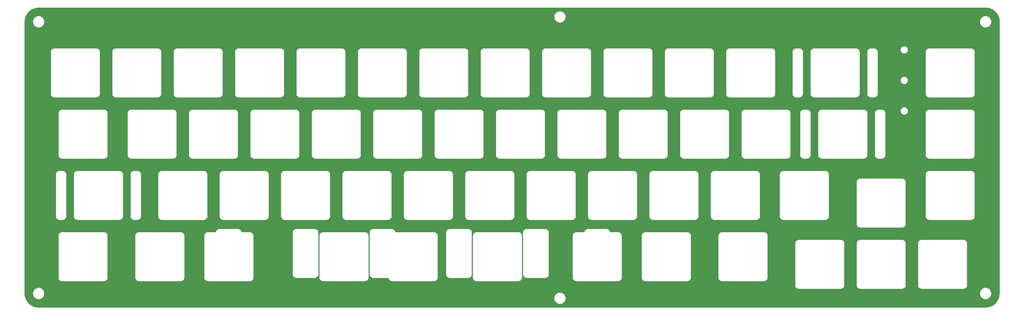
<source format=gtl>
G04 #@! TF.GenerationSoftware,KiCad,Pcbnew,(5.1.9)-1*
G04 #@! TF.CreationDate,2021-06-14T10:10:21-04:00*
G04 #@! TF.ProjectId,kastenwagen-plate,6b617374-656e-4776-9167-656e2d706c61,rev?*
G04 #@! TF.SameCoordinates,Original*
G04 #@! TF.FileFunction,Copper,L1,Top*
G04 #@! TF.FilePolarity,Positive*
%FSLAX46Y46*%
G04 Gerber Fmt 4.6, Leading zero omitted, Abs format (unit mm)*
G04 Created by KiCad (PCBNEW (5.1.9)-1) date 2021-06-14 10:10:21*
%MOMM*%
%LPD*%
G01*
G04 APERTURE LIST*
G04 #@! TA.AperFunction,NonConductor*
%ADD10C,0.254000*%
G04 #@! TD*
G04 #@! TA.AperFunction,NonConductor*
%ADD11C,0.020000*%
G04 #@! TD*
G04 APERTURE END LIST*
D10*
X308604747Y-5305281D02*
X309335643Y-5505231D01*
X310019575Y-5831450D01*
X310634928Y-6273626D01*
X311162259Y-6817789D01*
X311584886Y-7446726D01*
X311889463Y-8140570D01*
X312067715Y-8883039D01*
X312115001Y-9526963D01*
X312115000Y-93967269D01*
X312044719Y-94754748D01*
X311844769Y-95485643D01*
X311518550Y-96169575D01*
X311076374Y-96784928D01*
X310532211Y-97312259D01*
X309903274Y-97734886D01*
X309209429Y-98039464D01*
X308466961Y-98217714D01*
X307823051Y-98265000D01*
X14032731Y-98265000D01*
X13245252Y-98194719D01*
X12514357Y-97994769D01*
X11830425Y-97668550D01*
X11215072Y-97226374D01*
X10687741Y-96682211D01*
X10265114Y-96053274D01*
X9960536Y-95359429D01*
X9782286Y-94616961D01*
X9735000Y-93973051D01*
X9735000Y-93815728D01*
X12129053Y-93815728D01*
X12129053Y-94184272D01*
X12200952Y-94545735D01*
X12341988Y-94886226D01*
X12546740Y-95192659D01*
X12807341Y-95453260D01*
X13113774Y-95658012D01*
X13454265Y-95799048D01*
X13815728Y-95870947D01*
X14184272Y-95870947D01*
X14545735Y-95799048D01*
X14886226Y-95658012D01*
X15192659Y-95453260D01*
X15330191Y-95315728D01*
X173879053Y-95315728D01*
X173879053Y-95684272D01*
X173950952Y-96045735D01*
X174091988Y-96386226D01*
X174296740Y-96692659D01*
X174557341Y-96953260D01*
X174863774Y-97158012D01*
X175204265Y-97299048D01*
X175565728Y-97370947D01*
X175934272Y-97370947D01*
X176295735Y-97299048D01*
X176636226Y-97158012D01*
X176942659Y-96953260D01*
X177203260Y-96692659D01*
X177408012Y-96386226D01*
X177549048Y-96045735D01*
X177620947Y-95684272D01*
X177620947Y-95315728D01*
X177549048Y-94954265D01*
X177408012Y-94613774D01*
X177203260Y-94307341D01*
X176942659Y-94046740D01*
X176636226Y-93841988D01*
X176572829Y-93815728D01*
X305979053Y-93815728D01*
X305979053Y-94184272D01*
X306050952Y-94545735D01*
X306191988Y-94886226D01*
X306396740Y-95192659D01*
X306657341Y-95453260D01*
X306963774Y-95658012D01*
X307304265Y-95799048D01*
X307665728Y-95870947D01*
X308034272Y-95870947D01*
X308395735Y-95799048D01*
X308736226Y-95658012D01*
X309042659Y-95453260D01*
X309303260Y-95192659D01*
X309508012Y-94886226D01*
X309649048Y-94545735D01*
X309720947Y-94184272D01*
X309720947Y-93815728D01*
X309649048Y-93454265D01*
X309508012Y-93113774D01*
X309303260Y-92807341D01*
X309042659Y-92546740D01*
X308736226Y-92341988D01*
X308395735Y-92200952D01*
X308034272Y-92129053D01*
X307665728Y-92129053D01*
X307304265Y-92200952D01*
X306963774Y-92341988D01*
X306657341Y-92546740D01*
X306396740Y-92807341D01*
X306191988Y-93113774D01*
X306050952Y-93454265D01*
X305979053Y-93815728D01*
X176572829Y-93815728D01*
X176295735Y-93700952D01*
X175934272Y-93629053D01*
X175565728Y-93629053D01*
X175204265Y-93700952D01*
X174863774Y-93841988D01*
X174557341Y-94046740D01*
X174296740Y-94307341D01*
X174091988Y-94613774D01*
X173950952Y-94954265D01*
X173879053Y-95315728D01*
X15330191Y-95315728D01*
X15453260Y-95192659D01*
X15658012Y-94886226D01*
X15799048Y-94545735D01*
X15870947Y-94184272D01*
X15870947Y-93815728D01*
X15799048Y-93454265D01*
X15658012Y-93113774D01*
X15453260Y-92807341D01*
X15192659Y-92546740D01*
X14886226Y-92341988D01*
X14545735Y-92200952D01*
X14184272Y-92129053D01*
X13815728Y-92129053D01*
X13454265Y-92200952D01*
X13113774Y-92341988D01*
X12807341Y-92546740D01*
X12546740Y-92807341D01*
X12341988Y-93113774D01*
X12200952Y-93454265D01*
X12129053Y-93815728D01*
X9735000Y-93815728D01*
X9735000Y-76013896D01*
X20046250Y-76013896D01*
X20046251Y-89086105D01*
X20049308Y-89117141D01*
X20049287Y-89120105D01*
X20050288Y-89130318D01*
X20055336Y-89178352D01*
X20056886Y-89194085D01*
X20057045Y-89194610D01*
X20060488Y-89227367D01*
X20073888Y-89292644D01*
X20086366Y-89358059D01*
X20089332Y-89367884D01*
X20118188Y-89461103D01*
X20144030Y-89522578D01*
X20168961Y-89584284D01*
X20173778Y-89593345D01*
X20220191Y-89679183D01*
X20257446Y-89734415D01*
X20293919Y-89790151D01*
X20300405Y-89798104D01*
X20362607Y-89873293D01*
X20409891Y-89920248D01*
X20456480Y-89967824D01*
X20464387Y-89974365D01*
X20464392Y-89974370D01*
X20464398Y-89974374D01*
X20540008Y-90036041D01*
X20595506Y-90072914D01*
X20650469Y-90110548D01*
X20659496Y-90115429D01*
X20745657Y-90161241D01*
X20807263Y-90186633D01*
X20868470Y-90212867D01*
X20878274Y-90215902D01*
X20878278Y-90215903D01*
X20878280Y-90215904D01*
X20878282Y-90215904D01*
X20971692Y-90244107D01*
X21037085Y-90257056D01*
X21102207Y-90270897D01*
X21112398Y-90271968D01*
X21112406Y-90271970D01*
X21112413Y-90271970D01*
X21208939Y-90281434D01*
X21245145Y-90285000D01*
X34317355Y-90285000D01*
X34348400Y-90281942D01*
X34351355Y-90281963D01*
X34361568Y-90280962D01*
X34409451Y-90275929D01*
X34425335Y-90274365D01*
X34425865Y-90274204D01*
X34458617Y-90270762D01*
X34523894Y-90257362D01*
X34589309Y-90244884D01*
X34599134Y-90241918D01*
X34692353Y-90213062D01*
X34753828Y-90187220D01*
X34815534Y-90162289D01*
X34824595Y-90157472D01*
X34910433Y-90111059D01*
X34965665Y-90073804D01*
X35021401Y-90037331D01*
X35029354Y-90030845D01*
X35104543Y-89968643D01*
X35151498Y-89921359D01*
X35199074Y-89874770D01*
X35205615Y-89866863D01*
X35205620Y-89866858D01*
X35205624Y-89866852D01*
X35267291Y-89791242D01*
X35304164Y-89735744D01*
X35341798Y-89680781D01*
X35346679Y-89671754D01*
X35392491Y-89585593D01*
X35417883Y-89523987D01*
X35444117Y-89462780D01*
X35447152Y-89452976D01*
X35475357Y-89359558D01*
X35488306Y-89294165D01*
X35502147Y-89229043D01*
X35503218Y-89218852D01*
X35503220Y-89218844D01*
X35503220Y-89218837D01*
X35512742Y-89121720D01*
X35516250Y-89086105D01*
X35516250Y-76013896D01*
X43858750Y-76013896D01*
X43858751Y-89086105D01*
X43861808Y-89117141D01*
X43861787Y-89120105D01*
X43862788Y-89130318D01*
X43867836Y-89178352D01*
X43869386Y-89194085D01*
X43869545Y-89194610D01*
X43872988Y-89227367D01*
X43886388Y-89292644D01*
X43898866Y-89358059D01*
X43901832Y-89367884D01*
X43930688Y-89461103D01*
X43956530Y-89522578D01*
X43981461Y-89584284D01*
X43986278Y-89593345D01*
X44032691Y-89679183D01*
X44069946Y-89734415D01*
X44106419Y-89790151D01*
X44112905Y-89798104D01*
X44175107Y-89873293D01*
X44222391Y-89920248D01*
X44268980Y-89967824D01*
X44276887Y-89974365D01*
X44276892Y-89974370D01*
X44276898Y-89974374D01*
X44352508Y-90036041D01*
X44408006Y-90072914D01*
X44462969Y-90110548D01*
X44471996Y-90115429D01*
X44558157Y-90161241D01*
X44619763Y-90186633D01*
X44680970Y-90212867D01*
X44690774Y-90215902D01*
X44690778Y-90215903D01*
X44690780Y-90215904D01*
X44690782Y-90215904D01*
X44784192Y-90244107D01*
X44849585Y-90257056D01*
X44914707Y-90270897D01*
X44924898Y-90271968D01*
X44924906Y-90271970D01*
X44924913Y-90271970D01*
X45021439Y-90281434D01*
X45057645Y-90285000D01*
X58129855Y-90285000D01*
X58160900Y-90281942D01*
X58163855Y-90281963D01*
X58174068Y-90280962D01*
X58221951Y-90275929D01*
X58237835Y-90274365D01*
X58238365Y-90274204D01*
X58271117Y-90270762D01*
X58336394Y-90257362D01*
X58401809Y-90244884D01*
X58411634Y-90241918D01*
X58504853Y-90213062D01*
X58566328Y-90187220D01*
X58628034Y-90162289D01*
X58637095Y-90157472D01*
X58722933Y-90111059D01*
X58778165Y-90073804D01*
X58833901Y-90037331D01*
X58841854Y-90030845D01*
X58917043Y-89968643D01*
X58963998Y-89921359D01*
X59011574Y-89874770D01*
X59018115Y-89866863D01*
X59018120Y-89866858D01*
X59018124Y-89866852D01*
X59079791Y-89791242D01*
X59116664Y-89735744D01*
X59154298Y-89680781D01*
X59159179Y-89671754D01*
X59204991Y-89585593D01*
X59230383Y-89523987D01*
X59256617Y-89462780D01*
X59259652Y-89452976D01*
X59287857Y-89359558D01*
X59300806Y-89294165D01*
X59314647Y-89229043D01*
X59315718Y-89218852D01*
X59315720Y-89218844D01*
X59315720Y-89218837D01*
X59325242Y-89121720D01*
X59328750Y-89086105D01*
X59328750Y-76013896D01*
X65290000Y-76013896D01*
X65290001Y-89086105D01*
X65293058Y-89117141D01*
X65293037Y-89120105D01*
X65294038Y-89130318D01*
X65299086Y-89178352D01*
X65300636Y-89194085D01*
X65300795Y-89194610D01*
X65304238Y-89227367D01*
X65317638Y-89292644D01*
X65330116Y-89358059D01*
X65333082Y-89367884D01*
X65361938Y-89461103D01*
X65387780Y-89522578D01*
X65412711Y-89584284D01*
X65417528Y-89593345D01*
X65463941Y-89679183D01*
X65501196Y-89734415D01*
X65537669Y-89790151D01*
X65544155Y-89798104D01*
X65606357Y-89873293D01*
X65653641Y-89920248D01*
X65700230Y-89967824D01*
X65708137Y-89974365D01*
X65708142Y-89974370D01*
X65708148Y-89974374D01*
X65783758Y-90036041D01*
X65839256Y-90072914D01*
X65894219Y-90110548D01*
X65903246Y-90115429D01*
X65989407Y-90161241D01*
X66051013Y-90186633D01*
X66112220Y-90212867D01*
X66122024Y-90215902D01*
X66122028Y-90215903D01*
X66122030Y-90215904D01*
X66122032Y-90215904D01*
X66215442Y-90244107D01*
X66280835Y-90257056D01*
X66345957Y-90270897D01*
X66356148Y-90271968D01*
X66356156Y-90271970D01*
X66356163Y-90271970D01*
X66452689Y-90281434D01*
X66488895Y-90285000D01*
X79561105Y-90285000D01*
X79592150Y-90281942D01*
X79595105Y-90281963D01*
X79605318Y-90280962D01*
X79653201Y-90275929D01*
X79669085Y-90274365D01*
X79669615Y-90274204D01*
X79702367Y-90270762D01*
X79767644Y-90257362D01*
X79833059Y-90244884D01*
X79842884Y-90241918D01*
X79936103Y-90213062D01*
X79997578Y-90187220D01*
X80059284Y-90162289D01*
X80068345Y-90157472D01*
X80154183Y-90111059D01*
X80209415Y-90073804D01*
X80265151Y-90037331D01*
X80273104Y-90030845D01*
X80348293Y-89968643D01*
X80395248Y-89921359D01*
X80442824Y-89874770D01*
X80449365Y-89866863D01*
X80449370Y-89866858D01*
X80449374Y-89866852D01*
X80511041Y-89791242D01*
X80547914Y-89735744D01*
X80585548Y-89680781D01*
X80590429Y-89671754D01*
X80636241Y-89585593D01*
X80661633Y-89523987D01*
X80687867Y-89462780D01*
X80690902Y-89452976D01*
X80719107Y-89359558D01*
X80732056Y-89294165D01*
X80745897Y-89229043D01*
X80746968Y-89218852D01*
X80746970Y-89218844D01*
X80746970Y-89218837D01*
X80756492Y-89121720D01*
X80760000Y-89086105D01*
X80760000Y-76013895D01*
X80756942Y-75982850D01*
X80756963Y-75979895D01*
X80755962Y-75969682D01*
X80750930Y-75921807D01*
X80749365Y-75905915D01*
X80749204Y-75905385D01*
X80745762Y-75872634D01*
X80732364Y-75807364D01*
X80719884Y-75741941D01*
X80716918Y-75732116D01*
X80688062Y-75638897D01*
X80662225Y-75577434D01*
X80637289Y-75515716D01*
X80632472Y-75506655D01*
X80586059Y-75420817D01*
X80548789Y-75365562D01*
X80512331Y-75309849D01*
X80505845Y-75301896D01*
X80443643Y-75226707D01*
X80396359Y-75179752D01*
X80349770Y-75132176D01*
X80341863Y-75125634D01*
X80266242Y-75063959D01*
X80210721Y-75027070D01*
X80191481Y-75013896D01*
X92695750Y-75013896D01*
X92695751Y-88086105D01*
X92698808Y-88117141D01*
X92698787Y-88120105D01*
X92699788Y-88130318D01*
X92704836Y-88178352D01*
X92706386Y-88194085D01*
X92706545Y-88194610D01*
X92709988Y-88227367D01*
X92723388Y-88292644D01*
X92735866Y-88358059D01*
X92738832Y-88367884D01*
X92767688Y-88461103D01*
X92793530Y-88522578D01*
X92818461Y-88584284D01*
X92823278Y-88593345D01*
X92869691Y-88679183D01*
X92906946Y-88734415D01*
X92943419Y-88790151D01*
X92949905Y-88798104D01*
X93012107Y-88873293D01*
X93059391Y-88920248D01*
X93105980Y-88967824D01*
X93113887Y-88974365D01*
X93113892Y-88974370D01*
X93113898Y-88974374D01*
X93189508Y-89036041D01*
X93245006Y-89072914D01*
X93299969Y-89110548D01*
X93308996Y-89115429D01*
X93395157Y-89161241D01*
X93456763Y-89186633D01*
X93517970Y-89212867D01*
X93527774Y-89215902D01*
X93527778Y-89215903D01*
X93527780Y-89215904D01*
X93527782Y-89215904D01*
X93621192Y-89244107D01*
X93686585Y-89257056D01*
X93751707Y-89270897D01*
X93761898Y-89271968D01*
X93761906Y-89271970D01*
X93761913Y-89271970D01*
X93858439Y-89281434D01*
X93894645Y-89285000D01*
X99716855Y-89285000D01*
X99747900Y-89281942D01*
X99750855Y-89281963D01*
X99761068Y-89280962D01*
X99808951Y-89275929D01*
X99824835Y-89274365D01*
X99825365Y-89274204D01*
X99858117Y-89270762D01*
X99923394Y-89257362D01*
X99988809Y-89244884D01*
X99998634Y-89241918D01*
X100091853Y-89213062D01*
X100153328Y-89187220D01*
X100215034Y-89162289D01*
X100224095Y-89157472D01*
X100309933Y-89111059D01*
X100365165Y-89073804D01*
X100420901Y-89037331D01*
X100428854Y-89030845D01*
X100504043Y-88968643D01*
X100550998Y-88921359D01*
X100598574Y-88874770D01*
X100605115Y-88866863D01*
X100605120Y-88866858D01*
X100605124Y-88866852D01*
X100666791Y-88791242D01*
X100703664Y-88735744D01*
X100741298Y-88680781D01*
X100746179Y-88671754D01*
X100791991Y-88585593D01*
X100817383Y-88523987D01*
X100843617Y-88462780D01*
X100846652Y-88452976D01*
X100874857Y-88359558D01*
X100887806Y-88294165D01*
X100901647Y-88229043D01*
X100902718Y-88218852D01*
X100902720Y-88218844D01*
X100902720Y-88218837D01*
X100912242Y-88121720D01*
X100915750Y-88086105D01*
X100915750Y-76013896D01*
X101008750Y-76013896D01*
X101008751Y-89086105D01*
X101011808Y-89117141D01*
X101011787Y-89120105D01*
X101012788Y-89130318D01*
X101017836Y-89178352D01*
X101019386Y-89194085D01*
X101019545Y-89194610D01*
X101022988Y-89227367D01*
X101036388Y-89292644D01*
X101048866Y-89358059D01*
X101051832Y-89367884D01*
X101080688Y-89461103D01*
X101106530Y-89522578D01*
X101131461Y-89584284D01*
X101136278Y-89593345D01*
X101182691Y-89679183D01*
X101219946Y-89734415D01*
X101256419Y-89790151D01*
X101262905Y-89798104D01*
X101325107Y-89873293D01*
X101372391Y-89920248D01*
X101418980Y-89967824D01*
X101426887Y-89974365D01*
X101426892Y-89974370D01*
X101426898Y-89974374D01*
X101502508Y-90036041D01*
X101558006Y-90072914D01*
X101612969Y-90110548D01*
X101621996Y-90115429D01*
X101708157Y-90161241D01*
X101769763Y-90186633D01*
X101830970Y-90212867D01*
X101840774Y-90215902D01*
X101840778Y-90215903D01*
X101840780Y-90215904D01*
X101840782Y-90215904D01*
X101934192Y-90244107D01*
X101999585Y-90257056D01*
X102064707Y-90270897D01*
X102074898Y-90271968D01*
X102074906Y-90271970D01*
X102074913Y-90271970D01*
X102171439Y-90281434D01*
X102207645Y-90285000D01*
X115279855Y-90285000D01*
X115310900Y-90281942D01*
X115313855Y-90281963D01*
X115324068Y-90280962D01*
X115371951Y-90275929D01*
X115387835Y-90274365D01*
X115388365Y-90274204D01*
X115421117Y-90270762D01*
X115486394Y-90257362D01*
X115551809Y-90244884D01*
X115561634Y-90241918D01*
X115654853Y-90213062D01*
X115716328Y-90187220D01*
X115778034Y-90162289D01*
X115787095Y-90157472D01*
X115872933Y-90111059D01*
X115928165Y-90073804D01*
X115983901Y-90037331D01*
X115991854Y-90030845D01*
X116067043Y-89968643D01*
X116113998Y-89921359D01*
X116161574Y-89874770D01*
X116168115Y-89866863D01*
X116168120Y-89866858D01*
X116168124Y-89866852D01*
X116229791Y-89791242D01*
X116266664Y-89735744D01*
X116304298Y-89680781D01*
X116309179Y-89671754D01*
X116354991Y-89585593D01*
X116380383Y-89523987D01*
X116406617Y-89462780D01*
X116409652Y-89452976D01*
X116437857Y-89359558D01*
X116450806Y-89294165D01*
X116464647Y-89229043D01*
X116465718Y-89218852D01*
X116465720Y-89218844D01*
X116465720Y-89218837D01*
X116475242Y-89121720D01*
X116478750Y-89086105D01*
X116478750Y-76013895D01*
X116475692Y-75982850D01*
X116475713Y-75979895D01*
X116474712Y-75969682D01*
X116469680Y-75921807D01*
X116468115Y-75905915D01*
X116467954Y-75905385D01*
X116464512Y-75872634D01*
X116451114Y-75807364D01*
X116438634Y-75741941D01*
X116435668Y-75732116D01*
X116406812Y-75638897D01*
X116380975Y-75577434D01*
X116356039Y-75515716D01*
X116351222Y-75506655D01*
X116304809Y-75420817D01*
X116267539Y-75365562D01*
X116231081Y-75309849D01*
X116224595Y-75301896D01*
X116162393Y-75226707D01*
X116115109Y-75179752D01*
X116068520Y-75132176D01*
X116060613Y-75125634D01*
X115984992Y-75063959D01*
X115929471Y-75027070D01*
X115910231Y-75013896D01*
X116571750Y-75013896D01*
X116571751Y-88086105D01*
X116574808Y-88117141D01*
X116574787Y-88120105D01*
X116575788Y-88130318D01*
X116580836Y-88178352D01*
X116582386Y-88194085D01*
X116582545Y-88194610D01*
X116585988Y-88227367D01*
X116599388Y-88292644D01*
X116611866Y-88358059D01*
X116614832Y-88367884D01*
X116643688Y-88461103D01*
X116669530Y-88522578D01*
X116694461Y-88584284D01*
X116699278Y-88593345D01*
X116745691Y-88679183D01*
X116782946Y-88734415D01*
X116819419Y-88790151D01*
X116825905Y-88798104D01*
X116888107Y-88873293D01*
X116935391Y-88920248D01*
X116981980Y-88967824D01*
X116989887Y-88974365D01*
X116989892Y-88974370D01*
X116989898Y-88974374D01*
X117065508Y-89036041D01*
X117121006Y-89072914D01*
X117175969Y-89110548D01*
X117184996Y-89115429D01*
X117271157Y-89161241D01*
X117332763Y-89186633D01*
X117393970Y-89212867D01*
X117403774Y-89215902D01*
X117403778Y-89215903D01*
X117403780Y-89215904D01*
X117403782Y-89215904D01*
X117497192Y-89244107D01*
X117562585Y-89257056D01*
X117627707Y-89270897D01*
X117637898Y-89271968D01*
X117637906Y-89271970D01*
X117637913Y-89271970D01*
X117734439Y-89281434D01*
X117770645Y-89285000D01*
X122466068Y-89285000D01*
X122467638Y-89292644D01*
X122480116Y-89358059D01*
X122483082Y-89367884D01*
X122511938Y-89461103D01*
X122537780Y-89522578D01*
X122562711Y-89584284D01*
X122567528Y-89593345D01*
X122613941Y-89679183D01*
X122651196Y-89734415D01*
X122687669Y-89790151D01*
X122694155Y-89798104D01*
X122756357Y-89873293D01*
X122803641Y-89920248D01*
X122850230Y-89967824D01*
X122858137Y-89974365D01*
X122858142Y-89974370D01*
X122858148Y-89974374D01*
X122933758Y-90036041D01*
X122989256Y-90072914D01*
X123044219Y-90110548D01*
X123053246Y-90115429D01*
X123139407Y-90161241D01*
X123201013Y-90186633D01*
X123262220Y-90212867D01*
X123272024Y-90215902D01*
X123272028Y-90215903D01*
X123272030Y-90215904D01*
X123272032Y-90215904D01*
X123365442Y-90244107D01*
X123430835Y-90257056D01*
X123495957Y-90270897D01*
X123506148Y-90271968D01*
X123506156Y-90271970D01*
X123506163Y-90271970D01*
X123602689Y-90281434D01*
X123638895Y-90285000D01*
X136711105Y-90285000D01*
X136742150Y-90281942D01*
X136745105Y-90281963D01*
X136755318Y-90280962D01*
X136803201Y-90275929D01*
X136819085Y-90274365D01*
X136819615Y-90274204D01*
X136852367Y-90270762D01*
X136917644Y-90257362D01*
X136983059Y-90244884D01*
X136992884Y-90241918D01*
X137086103Y-90213062D01*
X137147578Y-90187220D01*
X137209284Y-90162289D01*
X137218345Y-90157472D01*
X137304183Y-90111059D01*
X137359415Y-90073804D01*
X137415151Y-90037331D01*
X137423104Y-90030845D01*
X137498293Y-89968643D01*
X137545248Y-89921359D01*
X137592824Y-89874770D01*
X137599365Y-89866863D01*
X137599370Y-89866858D01*
X137599374Y-89866852D01*
X137661041Y-89791242D01*
X137697914Y-89735744D01*
X137735548Y-89680781D01*
X137740429Y-89671754D01*
X137786241Y-89585593D01*
X137811633Y-89523987D01*
X137837867Y-89462780D01*
X137840902Y-89452976D01*
X137869107Y-89359558D01*
X137882056Y-89294165D01*
X137895897Y-89229043D01*
X137896968Y-89218852D01*
X137896970Y-89218844D01*
X137896970Y-89218837D01*
X137906492Y-89121720D01*
X137910000Y-89086105D01*
X137910000Y-76013895D01*
X137906942Y-75982850D01*
X137906963Y-75979895D01*
X137905962Y-75969682D01*
X137900930Y-75921807D01*
X137899365Y-75905915D01*
X137899204Y-75905385D01*
X137895762Y-75872634D01*
X137882364Y-75807364D01*
X137869884Y-75741941D01*
X137866918Y-75732116D01*
X137838062Y-75638897D01*
X137812225Y-75577434D01*
X137787289Y-75515716D01*
X137782472Y-75506655D01*
X137736059Y-75420817D01*
X137698789Y-75365562D01*
X137662331Y-75309849D01*
X137655845Y-75301896D01*
X137593643Y-75226707D01*
X137546359Y-75179752D01*
X137499770Y-75132176D01*
X137491863Y-75125634D01*
X137416242Y-75063959D01*
X137360721Y-75027070D01*
X137341481Y-75013896D01*
X140320750Y-75013896D01*
X140320751Y-88086105D01*
X140323808Y-88117141D01*
X140323787Y-88120105D01*
X140324788Y-88130318D01*
X140329836Y-88178352D01*
X140331386Y-88194085D01*
X140331545Y-88194610D01*
X140334988Y-88227367D01*
X140348388Y-88292644D01*
X140360866Y-88358059D01*
X140363832Y-88367884D01*
X140392688Y-88461103D01*
X140418530Y-88522578D01*
X140443461Y-88584284D01*
X140448278Y-88593345D01*
X140494691Y-88679183D01*
X140531946Y-88734415D01*
X140568419Y-88790151D01*
X140574905Y-88798104D01*
X140637107Y-88873293D01*
X140684391Y-88920248D01*
X140730980Y-88967824D01*
X140738887Y-88974365D01*
X140738892Y-88974370D01*
X140738898Y-88974374D01*
X140814508Y-89036041D01*
X140870006Y-89072914D01*
X140924969Y-89110548D01*
X140933996Y-89115429D01*
X141020157Y-89161241D01*
X141081763Y-89186633D01*
X141142970Y-89212867D01*
X141152774Y-89215902D01*
X141152778Y-89215903D01*
X141152780Y-89215904D01*
X141152782Y-89215904D01*
X141246192Y-89244107D01*
X141311585Y-89257056D01*
X141376707Y-89270897D01*
X141386898Y-89271968D01*
X141386906Y-89271970D01*
X141386913Y-89271970D01*
X141483439Y-89281434D01*
X141519645Y-89285000D01*
X147341855Y-89285000D01*
X147372900Y-89281942D01*
X147375855Y-89281963D01*
X147386068Y-89280962D01*
X147433951Y-89275929D01*
X147449835Y-89274365D01*
X147450365Y-89274204D01*
X147483117Y-89270762D01*
X147548394Y-89257362D01*
X147613809Y-89244884D01*
X147623634Y-89241918D01*
X147716853Y-89213062D01*
X147778328Y-89187220D01*
X147840034Y-89162289D01*
X147849095Y-89157472D01*
X147934933Y-89111059D01*
X147990165Y-89073804D01*
X148045901Y-89037331D01*
X148053854Y-89030845D01*
X148129043Y-88968643D01*
X148175998Y-88921359D01*
X148223574Y-88874770D01*
X148230115Y-88866863D01*
X148230120Y-88866858D01*
X148230124Y-88866852D01*
X148291791Y-88791242D01*
X148328664Y-88735744D01*
X148366298Y-88680781D01*
X148371179Y-88671754D01*
X148416991Y-88585593D01*
X148442383Y-88523987D01*
X148468617Y-88462780D01*
X148471652Y-88452976D01*
X148499857Y-88359558D01*
X148512806Y-88294165D01*
X148526647Y-88229043D01*
X148527718Y-88218852D01*
X148527720Y-88218844D01*
X148527720Y-88218837D01*
X148537242Y-88121720D01*
X148540750Y-88086105D01*
X148540750Y-76013896D01*
X148633750Y-76013896D01*
X148633751Y-89086105D01*
X148636808Y-89117141D01*
X148636787Y-89120105D01*
X148637788Y-89130318D01*
X148642836Y-89178352D01*
X148644386Y-89194085D01*
X148644545Y-89194610D01*
X148647988Y-89227367D01*
X148661388Y-89292644D01*
X148673866Y-89358059D01*
X148676832Y-89367884D01*
X148705688Y-89461103D01*
X148731530Y-89522578D01*
X148756461Y-89584284D01*
X148761278Y-89593345D01*
X148807691Y-89679183D01*
X148844946Y-89734415D01*
X148881419Y-89790151D01*
X148887905Y-89798104D01*
X148950107Y-89873293D01*
X148997391Y-89920248D01*
X149043980Y-89967824D01*
X149051887Y-89974365D01*
X149051892Y-89974370D01*
X149051898Y-89974374D01*
X149127508Y-90036041D01*
X149183006Y-90072914D01*
X149237969Y-90110548D01*
X149246996Y-90115429D01*
X149333157Y-90161241D01*
X149394763Y-90186633D01*
X149455970Y-90212867D01*
X149465774Y-90215902D01*
X149465778Y-90215903D01*
X149465780Y-90215904D01*
X149465782Y-90215904D01*
X149559192Y-90244107D01*
X149624585Y-90257056D01*
X149689707Y-90270897D01*
X149699898Y-90271968D01*
X149699906Y-90271970D01*
X149699913Y-90271970D01*
X149796439Y-90281434D01*
X149832645Y-90285000D01*
X162904855Y-90285000D01*
X162935900Y-90281942D01*
X162938855Y-90281963D01*
X162949068Y-90280962D01*
X162996951Y-90275929D01*
X163012835Y-90274365D01*
X163013365Y-90274204D01*
X163046117Y-90270762D01*
X163111394Y-90257362D01*
X163176809Y-90244884D01*
X163186634Y-90241918D01*
X163279853Y-90213062D01*
X163341328Y-90187220D01*
X163403034Y-90162289D01*
X163412095Y-90157472D01*
X163497933Y-90111059D01*
X163553165Y-90073804D01*
X163608901Y-90037331D01*
X163616854Y-90030845D01*
X163692043Y-89968643D01*
X163738998Y-89921359D01*
X163786574Y-89874770D01*
X163793115Y-89866863D01*
X163793120Y-89866858D01*
X163793124Y-89866852D01*
X163854791Y-89791242D01*
X163891664Y-89735744D01*
X163929298Y-89680781D01*
X163934179Y-89671754D01*
X163979991Y-89585593D01*
X164005383Y-89523987D01*
X164031617Y-89462780D01*
X164034652Y-89452976D01*
X164062857Y-89359558D01*
X164075806Y-89294165D01*
X164089647Y-89229043D01*
X164090718Y-89218852D01*
X164090720Y-89218844D01*
X164090720Y-89218837D01*
X164100242Y-89121720D01*
X164103750Y-89086105D01*
X164103750Y-76013895D01*
X164100692Y-75982850D01*
X164100713Y-75979895D01*
X164099712Y-75969682D01*
X164094680Y-75921807D01*
X164093115Y-75905915D01*
X164092954Y-75905385D01*
X164089512Y-75872634D01*
X164076114Y-75807364D01*
X164063634Y-75741941D01*
X164060668Y-75732116D01*
X164031812Y-75638897D01*
X164005975Y-75577434D01*
X163981039Y-75515716D01*
X163976222Y-75506655D01*
X163929809Y-75420817D01*
X163892539Y-75365562D01*
X163856081Y-75309849D01*
X163849595Y-75301896D01*
X163787393Y-75226707D01*
X163740109Y-75179752D01*
X163693520Y-75132176D01*
X163685613Y-75125634D01*
X163609992Y-75063959D01*
X163554471Y-75027070D01*
X163535231Y-75013896D01*
X164196750Y-75013896D01*
X164196751Y-88086105D01*
X164199808Y-88117141D01*
X164199787Y-88120105D01*
X164200788Y-88130318D01*
X164205836Y-88178352D01*
X164207386Y-88194085D01*
X164207545Y-88194610D01*
X164210988Y-88227367D01*
X164224388Y-88292644D01*
X164236866Y-88358059D01*
X164239832Y-88367884D01*
X164268688Y-88461103D01*
X164294530Y-88522578D01*
X164319461Y-88584284D01*
X164324278Y-88593345D01*
X164370691Y-88679183D01*
X164407946Y-88734415D01*
X164444419Y-88790151D01*
X164450905Y-88798104D01*
X164513107Y-88873293D01*
X164560391Y-88920248D01*
X164606980Y-88967824D01*
X164614887Y-88974365D01*
X164614892Y-88974370D01*
X164614898Y-88974374D01*
X164690508Y-89036041D01*
X164746006Y-89072914D01*
X164800969Y-89110548D01*
X164809996Y-89115429D01*
X164896157Y-89161241D01*
X164957763Y-89186633D01*
X165018970Y-89212867D01*
X165028774Y-89215902D01*
X165028778Y-89215903D01*
X165028780Y-89215904D01*
X165028782Y-89215904D01*
X165122192Y-89244107D01*
X165187585Y-89257056D01*
X165252707Y-89270897D01*
X165262898Y-89271968D01*
X165262906Y-89271970D01*
X165262913Y-89271970D01*
X165359439Y-89281434D01*
X165395645Y-89285000D01*
X171217855Y-89285000D01*
X171248900Y-89281942D01*
X171251855Y-89281963D01*
X171262068Y-89280962D01*
X171309951Y-89275929D01*
X171325835Y-89274365D01*
X171326365Y-89274204D01*
X171359117Y-89270762D01*
X171424394Y-89257362D01*
X171489809Y-89244884D01*
X171499634Y-89241918D01*
X171592853Y-89213062D01*
X171654328Y-89187220D01*
X171716034Y-89162289D01*
X171725095Y-89157472D01*
X171810933Y-89111059D01*
X171866165Y-89073804D01*
X171921901Y-89037331D01*
X171929854Y-89030845D01*
X172005043Y-88968643D01*
X172051998Y-88921359D01*
X172099574Y-88874770D01*
X172106115Y-88866863D01*
X172106120Y-88866858D01*
X172106124Y-88866852D01*
X172167791Y-88791242D01*
X172204664Y-88735744D01*
X172242298Y-88680781D01*
X172247179Y-88671754D01*
X172292991Y-88585593D01*
X172318383Y-88523987D01*
X172344617Y-88462780D01*
X172347652Y-88452976D01*
X172375857Y-88359558D01*
X172388806Y-88294165D01*
X172402647Y-88229043D01*
X172403718Y-88218852D01*
X172403720Y-88218844D01*
X172403720Y-88218837D01*
X172413242Y-88121720D01*
X172416750Y-88086105D01*
X172416750Y-76013896D01*
X179590000Y-76013896D01*
X179590001Y-89086105D01*
X179593058Y-89117141D01*
X179593037Y-89120105D01*
X179594038Y-89130318D01*
X179599086Y-89178352D01*
X179600636Y-89194085D01*
X179600795Y-89194610D01*
X179604238Y-89227367D01*
X179617638Y-89292644D01*
X179630116Y-89358059D01*
X179633082Y-89367884D01*
X179661938Y-89461103D01*
X179687780Y-89522578D01*
X179712711Y-89584284D01*
X179717528Y-89593345D01*
X179763941Y-89679183D01*
X179801196Y-89734415D01*
X179837669Y-89790151D01*
X179844155Y-89798104D01*
X179906357Y-89873293D01*
X179953641Y-89920248D01*
X180000230Y-89967824D01*
X180008137Y-89974365D01*
X180008142Y-89974370D01*
X180008148Y-89974374D01*
X180083758Y-90036041D01*
X180139256Y-90072914D01*
X180194219Y-90110548D01*
X180203246Y-90115429D01*
X180289407Y-90161241D01*
X180351013Y-90186633D01*
X180412220Y-90212867D01*
X180422024Y-90215902D01*
X180422028Y-90215903D01*
X180422030Y-90215904D01*
X180422032Y-90215904D01*
X180515442Y-90244107D01*
X180580835Y-90257056D01*
X180645957Y-90270897D01*
X180656148Y-90271968D01*
X180656156Y-90271970D01*
X180656163Y-90271970D01*
X180752689Y-90281434D01*
X180788895Y-90285000D01*
X193861105Y-90285000D01*
X193892150Y-90281942D01*
X193895105Y-90281963D01*
X193905318Y-90280962D01*
X193953201Y-90275929D01*
X193969085Y-90274365D01*
X193969615Y-90274204D01*
X194002367Y-90270762D01*
X194067644Y-90257362D01*
X194133059Y-90244884D01*
X194142884Y-90241918D01*
X194236103Y-90213062D01*
X194297578Y-90187220D01*
X194359284Y-90162289D01*
X194368345Y-90157472D01*
X194454183Y-90111059D01*
X194509415Y-90073804D01*
X194565151Y-90037331D01*
X194573104Y-90030845D01*
X194648293Y-89968643D01*
X194695248Y-89921359D01*
X194742824Y-89874770D01*
X194749365Y-89866863D01*
X194749370Y-89866858D01*
X194749374Y-89866852D01*
X194811041Y-89791242D01*
X194847914Y-89735744D01*
X194885548Y-89680781D01*
X194890429Y-89671754D01*
X194936241Y-89585593D01*
X194961633Y-89523987D01*
X194987867Y-89462780D01*
X194990902Y-89452976D01*
X195019107Y-89359558D01*
X195032056Y-89294165D01*
X195045897Y-89229043D01*
X195046968Y-89218852D01*
X195046970Y-89218844D01*
X195046970Y-89218837D01*
X195056492Y-89121720D01*
X195060000Y-89086105D01*
X195060000Y-76013896D01*
X201021250Y-76013896D01*
X201021251Y-89086105D01*
X201024308Y-89117141D01*
X201024287Y-89120105D01*
X201025288Y-89130318D01*
X201030336Y-89178352D01*
X201031886Y-89194085D01*
X201032045Y-89194610D01*
X201035488Y-89227367D01*
X201048888Y-89292644D01*
X201061366Y-89358059D01*
X201064332Y-89367884D01*
X201093188Y-89461103D01*
X201119030Y-89522578D01*
X201143961Y-89584284D01*
X201148778Y-89593345D01*
X201195191Y-89679183D01*
X201232446Y-89734415D01*
X201268919Y-89790151D01*
X201275405Y-89798104D01*
X201337607Y-89873293D01*
X201384891Y-89920248D01*
X201431480Y-89967824D01*
X201439387Y-89974365D01*
X201439392Y-89974370D01*
X201439398Y-89974374D01*
X201515008Y-90036041D01*
X201570506Y-90072914D01*
X201625469Y-90110548D01*
X201634496Y-90115429D01*
X201720657Y-90161241D01*
X201782263Y-90186633D01*
X201843470Y-90212867D01*
X201853274Y-90215902D01*
X201853278Y-90215903D01*
X201853280Y-90215904D01*
X201853282Y-90215904D01*
X201946692Y-90244107D01*
X202012085Y-90257056D01*
X202077207Y-90270897D01*
X202087398Y-90271968D01*
X202087406Y-90271970D01*
X202087413Y-90271970D01*
X202183939Y-90281434D01*
X202220145Y-90285000D01*
X215292355Y-90285000D01*
X215323400Y-90281942D01*
X215326355Y-90281963D01*
X215336568Y-90280962D01*
X215384451Y-90275929D01*
X215400335Y-90274365D01*
X215400865Y-90274204D01*
X215433617Y-90270762D01*
X215498894Y-90257362D01*
X215564309Y-90244884D01*
X215574134Y-90241918D01*
X215667353Y-90213062D01*
X215728828Y-90187220D01*
X215790534Y-90162289D01*
X215799595Y-90157472D01*
X215885433Y-90111059D01*
X215940665Y-90073804D01*
X215996401Y-90037331D01*
X216004354Y-90030845D01*
X216079543Y-89968643D01*
X216126498Y-89921359D01*
X216174074Y-89874770D01*
X216180615Y-89866863D01*
X216180620Y-89866858D01*
X216180624Y-89866852D01*
X216242291Y-89791242D01*
X216279164Y-89735744D01*
X216316798Y-89680781D01*
X216321679Y-89671754D01*
X216367491Y-89585593D01*
X216392883Y-89523987D01*
X216419117Y-89462780D01*
X216422152Y-89452976D01*
X216450357Y-89359558D01*
X216463306Y-89294165D01*
X216477147Y-89229043D01*
X216478218Y-89218852D01*
X216478220Y-89218844D01*
X216478220Y-89218837D01*
X216487742Y-89121720D01*
X216491250Y-89086105D01*
X216491250Y-76013896D01*
X224833750Y-76013896D01*
X224833751Y-89086105D01*
X224836808Y-89117141D01*
X224836787Y-89120105D01*
X224837788Y-89130318D01*
X224842836Y-89178352D01*
X224844386Y-89194085D01*
X224844545Y-89194610D01*
X224847988Y-89227367D01*
X224861388Y-89292644D01*
X224873866Y-89358059D01*
X224876832Y-89367884D01*
X224905688Y-89461103D01*
X224931530Y-89522578D01*
X224956461Y-89584284D01*
X224961278Y-89593345D01*
X225007691Y-89679183D01*
X225044946Y-89734415D01*
X225081419Y-89790151D01*
X225087905Y-89798104D01*
X225150107Y-89873293D01*
X225197391Y-89920248D01*
X225243980Y-89967824D01*
X225251887Y-89974365D01*
X225251892Y-89974370D01*
X225251898Y-89974374D01*
X225327508Y-90036041D01*
X225383006Y-90072914D01*
X225437969Y-90110548D01*
X225446996Y-90115429D01*
X225533157Y-90161241D01*
X225594763Y-90186633D01*
X225655970Y-90212867D01*
X225665774Y-90215902D01*
X225665778Y-90215903D01*
X225665780Y-90215904D01*
X225665782Y-90215904D01*
X225759192Y-90244107D01*
X225824585Y-90257056D01*
X225889707Y-90270897D01*
X225899898Y-90271968D01*
X225899906Y-90271970D01*
X225899913Y-90271970D01*
X225996439Y-90281434D01*
X226032645Y-90285000D01*
X239104855Y-90285000D01*
X239135900Y-90281942D01*
X239138855Y-90281963D01*
X239149068Y-90280962D01*
X239196951Y-90275929D01*
X239212835Y-90274365D01*
X239213365Y-90274204D01*
X239246117Y-90270762D01*
X239311394Y-90257362D01*
X239376809Y-90244884D01*
X239386634Y-90241918D01*
X239479853Y-90213062D01*
X239541328Y-90187220D01*
X239603034Y-90162289D01*
X239612095Y-90157472D01*
X239697933Y-90111059D01*
X239753165Y-90073804D01*
X239808901Y-90037331D01*
X239816854Y-90030845D01*
X239892043Y-89968643D01*
X239938998Y-89921359D01*
X239986574Y-89874770D01*
X239993115Y-89866863D01*
X239993120Y-89866858D01*
X239993124Y-89866852D01*
X240054791Y-89791242D01*
X240091664Y-89735744D01*
X240129298Y-89680781D01*
X240134179Y-89671754D01*
X240179991Y-89585593D01*
X240205383Y-89523987D01*
X240231617Y-89462780D01*
X240234652Y-89452976D01*
X240262857Y-89359558D01*
X240275806Y-89294165D01*
X240289647Y-89229043D01*
X240290718Y-89218852D01*
X240290720Y-89218844D01*
X240290720Y-89218837D01*
X240300242Y-89121720D01*
X240303750Y-89086105D01*
X240303750Y-78395146D01*
X248646250Y-78395146D01*
X248646251Y-91467355D01*
X248649308Y-91498391D01*
X248649287Y-91501355D01*
X248650288Y-91511568D01*
X248655336Y-91559602D01*
X248656886Y-91575335D01*
X248657045Y-91575860D01*
X248660488Y-91608617D01*
X248673888Y-91673894D01*
X248686366Y-91739309D01*
X248689332Y-91749134D01*
X248718188Y-91842353D01*
X248744030Y-91903828D01*
X248768961Y-91965534D01*
X248773778Y-91974595D01*
X248820191Y-92060433D01*
X248857446Y-92115665D01*
X248893919Y-92171401D01*
X248900405Y-92179354D01*
X248962607Y-92254543D01*
X249009891Y-92301498D01*
X249056480Y-92349074D01*
X249064387Y-92355615D01*
X249064392Y-92355620D01*
X249064398Y-92355624D01*
X249140008Y-92417291D01*
X249195506Y-92454164D01*
X249250469Y-92491798D01*
X249259496Y-92496679D01*
X249345657Y-92542491D01*
X249407263Y-92567883D01*
X249468470Y-92594117D01*
X249478274Y-92597152D01*
X249478278Y-92597153D01*
X249478280Y-92597154D01*
X249478282Y-92597154D01*
X249571692Y-92625357D01*
X249637085Y-92638306D01*
X249702207Y-92652147D01*
X249712398Y-92653218D01*
X249712406Y-92653220D01*
X249712413Y-92653220D01*
X249808939Y-92662684D01*
X249845145Y-92666250D01*
X262917355Y-92666250D01*
X262948400Y-92663192D01*
X262951355Y-92663213D01*
X262961568Y-92662212D01*
X263009451Y-92657179D01*
X263025335Y-92655615D01*
X263025865Y-92655454D01*
X263058617Y-92652012D01*
X263123894Y-92638612D01*
X263189309Y-92626134D01*
X263199134Y-92623168D01*
X263292353Y-92594312D01*
X263353828Y-92568470D01*
X263415534Y-92543539D01*
X263424595Y-92538722D01*
X263510433Y-92492309D01*
X263565665Y-92455054D01*
X263621401Y-92418581D01*
X263629354Y-92412095D01*
X263704543Y-92349893D01*
X263751498Y-92302609D01*
X263799074Y-92256020D01*
X263805615Y-92248113D01*
X263805620Y-92248108D01*
X263805624Y-92248102D01*
X263867291Y-92172492D01*
X263904164Y-92116994D01*
X263941798Y-92062031D01*
X263946679Y-92053004D01*
X263992491Y-91966843D01*
X264017883Y-91905237D01*
X264044117Y-91844030D01*
X264047152Y-91834226D01*
X264075357Y-91740808D01*
X264088306Y-91675415D01*
X264102147Y-91610293D01*
X264103218Y-91600102D01*
X264103220Y-91600094D01*
X264103220Y-91600087D01*
X264112742Y-91502970D01*
X264116250Y-91467355D01*
X264116250Y-78395146D01*
X267696250Y-78395146D01*
X267696251Y-91467355D01*
X267699308Y-91498391D01*
X267699287Y-91501355D01*
X267700288Y-91511568D01*
X267705336Y-91559602D01*
X267706886Y-91575335D01*
X267707045Y-91575860D01*
X267710488Y-91608617D01*
X267723888Y-91673894D01*
X267736366Y-91739309D01*
X267739332Y-91749134D01*
X267768188Y-91842353D01*
X267794030Y-91903828D01*
X267818961Y-91965534D01*
X267823778Y-91974595D01*
X267870191Y-92060433D01*
X267907446Y-92115665D01*
X267943919Y-92171401D01*
X267950405Y-92179354D01*
X268012607Y-92254543D01*
X268059891Y-92301498D01*
X268106480Y-92349074D01*
X268114387Y-92355615D01*
X268114392Y-92355620D01*
X268114398Y-92355624D01*
X268190008Y-92417291D01*
X268245506Y-92454164D01*
X268300469Y-92491798D01*
X268309496Y-92496679D01*
X268395657Y-92542491D01*
X268457263Y-92567883D01*
X268518470Y-92594117D01*
X268528274Y-92597152D01*
X268528278Y-92597153D01*
X268528280Y-92597154D01*
X268528282Y-92597154D01*
X268621692Y-92625357D01*
X268687085Y-92638306D01*
X268752207Y-92652147D01*
X268762398Y-92653218D01*
X268762406Y-92653220D01*
X268762413Y-92653220D01*
X268858939Y-92662684D01*
X268895145Y-92666250D01*
X281967355Y-92666250D01*
X281998400Y-92663192D01*
X282001355Y-92663213D01*
X282011568Y-92662212D01*
X282059451Y-92657179D01*
X282075335Y-92655615D01*
X282075865Y-92655454D01*
X282108617Y-92652012D01*
X282173894Y-92638612D01*
X282239309Y-92626134D01*
X282249134Y-92623168D01*
X282342353Y-92594312D01*
X282403828Y-92568470D01*
X282465534Y-92543539D01*
X282474595Y-92538722D01*
X282560433Y-92492309D01*
X282615665Y-92455054D01*
X282671401Y-92418581D01*
X282679354Y-92412095D01*
X282754543Y-92349893D01*
X282801498Y-92302609D01*
X282849074Y-92256020D01*
X282855615Y-92248113D01*
X282855620Y-92248108D01*
X282855624Y-92248102D01*
X282917291Y-92172492D01*
X282954164Y-92116994D01*
X282991798Y-92062031D01*
X282996679Y-92053004D01*
X283042491Y-91966843D01*
X283067883Y-91905237D01*
X283094117Y-91844030D01*
X283097152Y-91834226D01*
X283125357Y-91740808D01*
X283138306Y-91675415D01*
X283152147Y-91610293D01*
X283153218Y-91600102D01*
X283153220Y-91600094D01*
X283153220Y-91600087D01*
X283162742Y-91502970D01*
X283166250Y-91467355D01*
X283166250Y-78395146D01*
X286746250Y-78395146D01*
X286746251Y-91467355D01*
X286749308Y-91498391D01*
X286749287Y-91501355D01*
X286750288Y-91511568D01*
X286755336Y-91559602D01*
X286756886Y-91575335D01*
X286757045Y-91575860D01*
X286760488Y-91608617D01*
X286773888Y-91673894D01*
X286786366Y-91739309D01*
X286789332Y-91749134D01*
X286818188Y-91842353D01*
X286844030Y-91903828D01*
X286868961Y-91965534D01*
X286873778Y-91974595D01*
X286920191Y-92060433D01*
X286957446Y-92115665D01*
X286993919Y-92171401D01*
X287000405Y-92179354D01*
X287062607Y-92254543D01*
X287109891Y-92301498D01*
X287156480Y-92349074D01*
X287164387Y-92355615D01*
X287164392Y-92355620D01*
X287164398Y-92355624D01*
X287240008Y-92417291D01*
X287295506Y-92454164D01*
X287350469Y-92491798D01*
X287359496Y-92496679D01*
X287445657Y-92542491D01*
X287507263Y-92567883D01*
X287568470Y-92594117D01*
X287578274Y-92597152D01*
X287578278Y-92597153D01*
X287578280Y-92597154D01*
X287578282Y-92597154D01*
X287671692Y-92625357D01*
X287737085Y-92638306D01*
X287802207Y-92652147D01*
X287812398Y-92653218D01*
X287812406Y-92653220D01*
X287812413Y-92653220D01*
X287908939Y-92662684D01*
X287945145Y-92666250D01*
X301017355Y-92666250D01*
X301048400Y-92663192D01*
X301051355Y-92663213D01*
X301061568Y-92662212D01*
X301109451Y-92657179D01*
X301125335Y-92655615D01*
X301125865Y-92655454D01*
X301158617Y-92652012D01*
X301223894Y-92638612D01*
X301289309Y-92626134D01*
X301299134Y-92623168D01*
X301392353Y-92594312D01*
X301453828Y-92568470D01*
X301515534Y-92543539D01*
X301524595Y-92538722D01*
X301610433Y-92492309D01*
X301665665Y-92455054D01*
X301721401Y-92418581D01*
X301729354Y-92412095D01*
X301804543Y-92349893D01*
X301851498Y-92302609D01*
X301899074Y-92256020D01*
X301905615Y-92248113D01*
X301905620Y-92248108D01*
X301905624Y-92248102D01*
X301967291Y-92172492D01*
X302004164Y-92116994D01*
X302041798Y-92062031D01*
X302046679Y-92053004D01*
X302092491Y-91966843D01*
X302117883Y-91905237D01*
X302144117Y-91844030D01*
X302147152Y-91834226D01*
X302175357Y-91740808D01*
X302188306Y-91675415D01*
X302202147Y-91610293D01*
X302203218Y-91600102D01*
X302203220Y-91600094D01*
X302203220Y-91600087D01*
X302212742Y-91502970D01*
X302216250Y-91467355D01*
X302216250Y-78395145D01*
X302213192Y-78364100D01*
X302213213Y-78361145D01*
X302212212Y-78350932D01*
X302207180Y-78303057D01*
X302205615Y-78287165D01*
X302205454Y-78286635D01*
X302202012Y-78253884D01*
X302188614Y-78188614D01*
X302176134Y-78123191D01*
X302173168Y-78113366D01*
X302144312Y-78020147D01*
X302118475Y-77958684D01*
X302093539Y-77896966D01*
X302088722Y-77887905D01*
X302042309Y-77802067D01*
X302005039Y-77746812D01*
X301968581Y-77691099D01*
X301962095Y-77683146D01*
X301899893Y-77607957D01*
X301852609Y-77561002D01*
X301806020Y-77513426D01*
X301798113Y-77506884D01*
X301722492Y-77445209D01*
X301666971Y-77408320D01*
X301612031Y-77370702D01*
X301603020Y-77365830D01*
X301603013Y-77365825D01*
X301603006Y-77365822D01*
X301603004Y-77365821D01*
X301516843Y-77320009D01*
X301455237Y-77294617D01*
X301394030Y-77268383D01*
X301384226Y-77265348D01*
X301384222Y-77265347D01*
X301384220Y-77265346D01*
X301384218Y-77265346D01*
X301290808Y-77237143D01*
X301225422Y-77224196D01*
X301160294Y-77210353D01*
X301150101Y-77209281D01*
X301150094Y-77209280D01*
X301150088Y-77209280D01*
X301053560Y-77199816D01*
X301017355Y-77196250D01*
X287945145Y-77196250D01*
X287914100Y-77199308D01*
X287911145Y-77199287D01*
X287900932Y-77200288D01*
X287853057Y-77205320D01*
X287837165Y-77206885D01*
X287836635Y-77207046D01*
X287803884Y-77210488D01*
X287738614Y-77223886D01*
X287673191Y-77236366D01*
X287663366Y-77239332D01*
X287570147Y-77268188D01*
X287508684Y-77294025D01*
X287446966Y-77318961D01*
X287437905Y-77323778D01*
X287352067Y-77370191D01*
X287296812Y-77407461D01*
X287241099Y-77443919D01*
X287233146Y-77450405D01*
X287157957Y-77512607D01*
X287111002Y-77559891D01*
X287063426Y-77606480D01*
X287056884Y-77614387D01*
X286995209Y-77690008D01*
X286958320Y-77745529D01*
X286920702Y-77800469D01*
X286915830Y-77809480D01*
X286915825Y-77809487D01*
X286915822Y-77809494D01*
X286915821Y-77809496D01*
X286870009Y-77895657D01*
X286844617Y-77957263D01*
X286818383Y-78018470D01*
X286815348Y-78028274D01*
X286787143Y-78121692D01*
X286774196Y-78187078D01*
X286760353Y-78252206D01*
X286759281Y-78262399D01*
X286759280Y-78262406D01*
X286759280Y-78262412D01*
X286749794Y-78359162D01*
X286746250Y-78395146D01*
X283166250Y-78395146D01*
X283166250Y-78395145D01*
X283163192Y-78364100D01*
X283163213Y-78361145D01*
X283162212Y-78350932D01*
X283157180Y-78303057D01*
X283155615Y-78287165D01*
X283155454Y-78286635D01*
X283152012Y-78253884D01*
X283138614Y-78188614D01*
X283126134Y-78123191D01*
X283123168Y-78113366D01*
X283094312Y-78020147D01*
X283068475Y-77958684D01*
X283043539Y-77896966D01*
X283038722Y-77887905D01*
X282992309Y-77802067D01*
X282955039Y-77746812D01*
X282918581Y-77691099D01*
X282912095Y-77683146D01*
X282849893Y-77607957D01*
X282802609Y-77561002D01*
X282756020Y-77513426D01*
X282748113Y-77506884D01*
X282672492Y-77445209D01*
X282616971Y-77408320D01*
X282562031Y-77370702D01*
X282553020Y-77365830D01*
X282553013Y-77365825D01*
X282553006Y-77365822D01*
X282553004Y-77365821D01*
X282466843Y-77320009D01*
X282405237Y-77294617D01*
X282344030Y-77268383D01*
X282334226Y-77265348D01*
X282334222Y-77265347D01*
X282334220Y-77265346D01*
X282334218Y-77265346D01*
X282240808Y-77237143D01*
X282175422Y-77224196D01*
X282110294Y-77210353D01*
X282100101Y-77209281D01*
X282100094Y-77209280D01*
X282100088Y-77209280D01*
X282003560Y-77199816D01*
X281967355Y-77196250D01*
X268895145Y-77196250D01*
X268864100Y-77199308D01*
X268861145Y-77199287D01*
X268850932Y-77200288D01*
X268803057Y-77205320D01*
X268787165Y-77206885D01*
X268786635Y-77207046D01*
X268753884Y-77210488D01*
X268688614Y-77223886D01*
X268623191Y-77236366D01*
X268613366Y-77239332D01*
X268520147Y-77268188D01*
X268458684Y-77294025D01*
X268396966Y-77318961D01*
X268387905Y-77323778D01*
X268302067Y-77370191D01*
X268246812Y-77407461D01*
X268191099Y-77443919D01*
X268183146Y-77450405D01*
X268107957Y-77512607D01*
X268061002Y-77559891D01*
X268013426Y-77606480D01*
X268006884Y-77614387D01*
X267945209Y-77690008D01*
X267908320Y-77745529D01*
X267870702Y-77800469D01*
X267865830Y-77809480D01*
X267865825Y-77809487D01*
X267865822Y-77809494D01*
X267865821Y-77809496D01*
X267820009Y-77895657D01*
X267794617Y-77957263D01*
X267768383Y-78018470D01*
X267765348Y-78028274D01*
X267737143Y-78121692D01*
X267724196Y-78187078D01*
X267710353Y-78252206D01*
X267709281Y-78262399D01*
X267709280Y-78262406D01*
X267709280Y-78262412D01*
X267699794Y-78359162D01*
X267696250Y-78395146D01*
X264116250Y-78395146D01*
X264116250Y-78395145D01*
X264113192Y-78364100D01*
X264113213Y-78361145D01*
X264112212Y-78350932D01*
X264107180Y-78303057D01*
X264105615Y-78287165D01*
X264105454Y-78286635D01*
X264102012Y-78253884D01*
X264088614Y-78188614D01*
X264076134Y-78123191D01*
X264073168Y-78113366D01*
X264044312Y-78020147D01*
X264018475Y-77958684D01*
X263993539Y-77896966D01*
X263988722Y-77887905D01*
X263942309Y-77802067D01*
X263905039Y-77746812D01*
X263868581Y-77691099D01*
X263862095Y-77683146D01*
X263799893Y-77607957D01*
X263752609Y-77561002D01*
X263706020Y-77513426D01*
X263698113Y-77506884D01*
X263622492Y-77445209D01*
X263566971Y-77408320D01*
X263512031Y-77370702D01*
X263503020Y-77365830D01*
X263503013Y-77365825D01*
X263503006Y-77365822D01*
X263503004Y-77365821D01*
X263416843Y-77320009D01*
X263355237Y-77294617D01*
X263294030Y-77268383D01*
X263284226Y-77265348D01*
X263284222Y-77265347D01*
X263284220Y-77265346D01*
X263284218Y-77265346D01*
X263190808Y-77237143D01*
X263125422Y-77224196D01*
X263060294Y-77210353D01*
X263050101Y-77209281D01*
X263050094Y-77209280D01*
X263050088Y-77209280D01*
X262953560Y-77199816D01*
X262917355Y-77196250D01*
X249845145Y-77196250D01*
X249814100Y-77199308D01*
X249811145Y-77199287D01*
X249800932Y-77200288D01*
X249753057Y-77205320D01*
X249737165Y-77206885D01*
X249736635Y-77207046D01*
X249703884Y-77210488D01*
X249638614Y-77223886D01*
X249573191Y-77236366D01*
X249563366Y-77239332D01*
X249470147Y-77268188D01*
X249408684Y-77294025D01*
X249346966Y-77318961D01*
X249337905Y-77323778D01*
X249252067Y-77370191D01*
X249196812Y-77407461D01*
X249141099Y-77443919D01*
X249133146Y-77450405D01*
X249057957Y-77512607D01*
X249011002Y-77559891D01*
X248963426Y-77606480D01*
X248956884Y-77614387D01*
X248895209Y-77690008D01*
X248858320Y-77745529D01*
X248820702Y-77800469D01*
X248815830Y-77809480D01*
X248815825Y-77809487D01*
X248815822Y-77809494D01*
X248815821Y-77809496D01*
X248770009Y-77895657D01*
X248744617Y-77957263D01*
X248718383Y-78018470D01*
X248715348Y-78028274D01*
X248687143Y-78121692D01*
X248674196Y-78187078D01*
X248660353Y-78252206D01*
X248659281Y-78262399D01*
X248659280Y-78262406D01*
X248659280Y-78262412D01*
X248649794Y-78359162D01*
X248646250Y-78395146D01*
X240303750Y-78395146D01*
X240303750Y-76013895D01*
X240300692Y-75982850D01*
X240300713Y-75979895D01*
X240299712Y-75969682D01*
X240294680Y-75921807D01*
X240293115Y-75905915D01*
X240292954Y-75905385D01*
X240289512Y-75872634D01*
X240276114Y-75807364D01*
X240263634Y-75741941D01*
X240260668Y-75732116D01*
X240231812Y-75638897D01*
X240205975Y-75577434D01*
X240181039Y-75515716D01*
X240176222Y-75506655D01*
X240129809Y-75420817D01*
X240092539Y-75365562D01*
X240056081Y-75309849D01*
X240049595Y-75301896D01*
X239987393Y-75226707D01*
X239940109Y-75179752D01*
X239893520Y-75132176D01*
X239885613Y-75125634D01*
X239809992Y-75063959D01*
X239754471Y-75027070D01*
X239699531Y-74989452D01*
X239690520Y-74984580D01*
X239690513Y-74984575D01*
X239690506Y-74984572D01*
X239690504Y-74984571D01*
X239604343Y-74938759D01*
X239542737Y-74913367D01*
X239481530Y-74887133D01*
X239471726Y-74884098D01*
X239471722Y-74884097D01*
X239471720Y-74884096D01*
X239471718Y-74884096D01*
X239378308Y-74855893D01*
X239312922Y-74842946D01*
X239247794Y-74829103D01*
X239237601Y-74828031D01*
X239237594Y-74828030D01*
X239237588Y-74828030D01*
X239141060Y-74818566D01*
X239104855Y-74815000D01*
X226032645Y-74815000D01*
X226001600Y-74818058D01*
X225998645Y-74818037D01*
X225988432Y-74819038D01*
X225940557Y-74824070D01*
X225924665Y-74825635D01*
X225924135Y-74825796D01*
X225891384Y-74829238D01*
X225826114Y-74842636D01*
X225760691Y-74855116D01*
X225750866Y-74858082D01*
X225657647Y-74886938D01*
X225596184Y-74912775D01*
X225534466Y-74937711D01*
X225525405Y-74942528D01*
X225439567Y-74988941D01*
X225384312Y-75026211D01*
X225328599Y-75062669D01*
X225320646Y-75069155D01*
X225245457Y-75131357D01*
X225198502Y-75178641D01*
X225150926Y-75225230D01*
X225144384Y-75233137D01*
X225082709Y-75308758D01*
X225045820Y-75364279D01*
X225008202Y-75419219D01*
X225003330Y-75428230D01*
X225003325Y-75428237D01*
X225003322Y-75428244D01*
X225003321Y-75428246D01*
X224957509Y-75514407D01*
X224932117Y-75576013D01*
X224905883Y-75637220D01*
X224902848Y-75647024D01*
X224874643Y-75740442D01*
X224861696Y-75805828D01*
X224847853Y-75870956D01*
X224846781Y-75881149D01*
X224846780Y-75881156D01*
X224846780Y-75881162D01*
X224837294Y-75977912D01*
X224833750Y-76013896D01*
X216491250Y-76013896D01*
X216491250Y-76013895D01*
X216488192Y-75982850D01*
X216488213Y-75979895D01*
X216487212Y-75969682D01*
X216482180Y-75921807D01*
X216480615Y-75905915D01*
X216480454Y-75905385D01*
X216477012Y-75872634D01*
X216463614Y-75807364D01*
X216451134Y-75741941D01*
X216448168Y-75732116D01*
X216419312Y-75638897D01*
X216393475Y-75577434D01*
X216368539Y-75515716D01*
X216363722Y-75506655D01*
X216317309Y-75420817D01*
X216280039Y-75365562D01*
X216243581Y-75309849D01*
X216237095Y-75301896D01*
X216174893Y-75226707D01*
X216127609Y-75179752D01*
X216081020Y-75132176D01*
X216073113Y-75125634D01*
X215997492Y-75063959D01*
X215941971Y-75027070D01*
X215887031Y-74989452D01*
X215878020Y-74984580D01*
X215878013Y-74984575D01*
X215878006Y-74984572D01*
X215878004Y-74984571D01*
X215791843Y-74938759D01*
X215730237Y-74913367D01*
X215669030Y-74887133D01*
X215659226Y-74884098D01*
X215659222Y-74884097D01*
X215659220Y-74884096D01*
X215659218Y-74884096D01*
X215565808Y-74855893D01*
X215500422Y-74842946D01*
X215435294Y-74829103D01*
X215425101Y-74828031D01*
X215425094Y-74828030D01*
X215425088Y-74828030D01*
X215328560Y-74818566D01*
X215292355Y-74815000D01*
X202220145Y-74815000D01*
X202189100Y-74818058D01*
X202186145Y-74818037D01*
X202175932Y-74819038D01*
X202128057Y-74824070D01*
X202112165Y-74825635D01*
X202111635Y-74825796D01*
X202078884Y-74829238D01*
X202013614Y-74842636D01*
X201948191Y-74855116D01*
X201938366Y-74858082D01*
X201845147Y-74886938D01*
X201783684Y-74912775D01*
X201721966Y-74937711D01*
X201712905Y-74942528D01*
X201627067Y-74988941D01*
X201571812Y-75026211D01*
X201516099Y-75062669D01*
X201508146Y-75069155D01*
X201432957Y-75131357D01*
X201386002Y-75178641D01*
X201338426Y-75225230D01*
X201331884Y-75233137D01*
X201270209Y-75308758D01*
X201233320Y-75364279D01*
X201195702Y-75419219D01*
X201190830Y-75428230D01*
X201190825Y-75428237D01*
X201190822Y-75428244D01*
X201190821Y-75428246D01*
X201145009Y-75514407D01*
X201119617Y-75576013D01*
X201093383Y-75637220D01*
X201090348Y-75647024D01*
X201062143Y-75740442D01*
X201049196Y-75805828D01*
X201035353Y-75870956D01*
X201034281Y-75881149D01*
X201034280Y-75881156D01*
X201034280Y-75881162D01*
X201024794Y-75977912D01*
X201021250Y-76013896D01*
X195060000Y-76013896D01*
X195060000Y-76013895D01*
X195056942Y-75982850D01*
X195056963Y-75979895D01*
X195055962Y-75969682D01*
X195050930Y-75921807D01*
X195049365Y-75905915D01*
X195049204Y-75905385D01*
X195045762Y-75872634D01*
X195032364Y-75807364D01*
X195019884Y-75741941D01*
X195016918Y-75732116D01*
X194988062Y-75638897D01*
X194962225Y-75577434D01*
X194937289Y-75515716D01*
X194932472Y-75506655D01*
X194886059Y-75420817D01*
X194848789Y-75365562D01*
X194812331Y-75309849D01*
X194805845Y-75301896D01*
X194743643Y-75226707D01*
X194696359Y-75179752D01*
X194649770Y-75132176D01*
X194641863Y-75125634D01*
X194566242Y-75063959D01*
X194510721Y-75027070D01*
X194455781Y-74989452D01*
X194446770Y-74984580D01*
X194446763Y-74984575D01*
X194446756Y-74984572D01*
X194446754Y-74984571D01*
X194360593Y-74938759D01*
X194298987Y-74913367D01*
X194237780Y-74887133D01*
X194227976Y-74884098D01*
X194227972Y-74884097D01*
X194227970Y-74884096D01*
X194227968Y-74884096D01*
X194134558Y-74855893D01*
X194069172Y-74842946D01*
X194004044Y-74829103D01*
X193993851Y-74828031D01*
X193993844Y-74828030D01*
X193993838Y-74828030D01*
X193897310Y-74818566D01*
X193861105Y-74815000D01*
X191408931Y-74815000D01*
X191407364Y-74807364D01*
X191394884Y-74741941D01*
X191391918Y-74732116D01*
X191363062Y-74638897D01*
X191337225Y-74577434D01*
X191312289Y-74515716D01*
X191307472Y-74506655D01*
X191261059Y-74420817D01*
X191223789Y-74365562D01*
X191187331Y-74309849D01*
X191180845Y-74301896D01*
X191118643Y-74226707D01*
X191071359Y-74179752D01*
X191024770Y-74132176D01*
X191016863Y-74125634D01*
X190941242Y-74063959D01*
X190885721Y-74027070D01*
X190830781Y-73989452D01*
X190821770Y-73984580D01*
X190821763Y-73984575D01*
X190821756Y-73984572D01*
X190821754Y-73984571D01*
X190735593Y-73938759D01*
X190673987Y-73913367D01*
X190612780Y-73887133D01*
X190602976Y-73884098D01*
X190602972Y-73884097D01*
X190602970Y-73884096D01*
X190602968Y-73884096D01*
X190509558Y-73855893D01*
X190444172Y-73842946D01*
X190379044Y-73829103D01*
X190368851Y-73828031D01*
X190368844Y-73828030D01*
X190368838Y-73828030D01*
X190272310Y-73818566D01*
X190236105Y-73815000D01*
X184413895Y-73815000D01*
X184382850Y-73818058D01*
X184379895Y-73818037D01*
X184369682Y-73819038D01*
X184321807Y-73824070D01*
X184305915Y-73825635D01*
X184305385Y-73825796D01*
X184272634Y-73829238D01*
X184207364Y-73842636D01*
X184141941Y-73855116D01*
X184132116Y-73858082D01*
X184038897Y-73886938D01*
X183977434Y-73912775D01*
X183915716Y-73937711D01*
X183906655Y-73942528D01*
X183820817Y-73988941D01*
X183765562Y-74026211D01*
X183709849Y-74062669D01*
X183701896Y-74069155D01*
X183626707Y-74131357D01*
X183579752Y-74178641D01*
X183532176Y-74225230D01*
X183525634Y-74233137D01*
X183463959Y-74308758D01*
X183427070Y-74364279D01*
X183389452Y-74419219D01*
X183384580Y-74428230D01*
X183384575Y-74428237D01*
X183384572Y-74428244D01*
X183384571Y-74428246D01*
X183338759Y-74514407D01*
X183313367Y-74576013D01*
X183287133Y-74637220D01*
X183284098Y-74647024D01*
X183255893Y-74740442D01*
X183242946Y-74805828D01*
X183240996Y-74815000D01*
X180788895Y-74815000D01*
X180757850Y-74818058D01*
X180754895Y-74818037D01*
X180744682Y-74819038D01*
X180696807Y-74824070D01*
X180680915Y-74825635D01*
X180680385Y-74825796D01*
X180647634Y-74829238D01*
X180582364Y-74842636D01*
X180516941Y-74855116D01*
X180507116Y-74858082D01*
X180413897Y-74886938D01*
X180352434Y-74912775D01*
X180290716Y-74937711D01*
X180281655Y-74942528D01*
X180195817Y-74988941D01*
X180140562Y-75026211D01*
X180084849Y-75062669D01*
X180076896Y-75069155D01*
X180001707Y-75131357D01*
X179954752Y-75178641D01*
X179907176Y-75225230D01*
X179900634Y-75233137D01*
X179838959Y-75308758D01*
X179802070Y-75364279D01*
X179764452Y-75419219D01*
X179759580Y-75428230D01*
X179759575Y-75428237D01*
X179759572Y-75428244D01*
X179759571Y-75428246D01*
X179713759Y-75514407D01*
X179688367Y-75576013D01*
X179662133Y-75637220D01*
X179659098Y-75647024D01*
X179630893Y-75740442D01*
X179617946Y-75805828D01*
X179604103Y-75870956D01*
X179603031Y-75881149D01*
X179603030Y-75881156D01*
X179603030Y-75881162D01*
X179593544Y-75977912D01*
X179590000Y-76013896D01*
X172416750Y-76013896D01*
X172416750Y-75013895D01*
X172413692Y-74982850D01*
X172413713Y-74979895D01*
X172412712Y-74969682D01*
X172407680Y-74921807D01*
X172406115Y-74905915D01*
X172405954Y-74905385D01*
X172402512Y-74872634D01*
X172389114Y-74807364D01*
X172376634Y-74741941D01*
X172373668Y-74732116D01*
X172344812Y-74638897D01*
X172318975Y-74577434D01*
X172294039Y-74515716D01*
X172289222Y-74506655D01*
X172242809Y-74420817D01*
X172205539Y-74365562D01*
X172169081Y-74309849D01*
X172162595Y-74301896D01*
X172100393Y-74226707D01*
X172053109Y-74179752D01*
X172006520Y-74132176D01*
X171998613Y-74125634D01*
X171922992Y-74063959D01*
X171867471Y-74027070D01*
X171812531Y-73989452D01*
X171803520Y-73984580D01*
X171803513Y-73984575D01*
X171803506Y-73984572D01*
X171803504Y-73984571D01*
X171717343Y-73938759D01*
X171655737Y-73913367D01*
X171594530Y-73887133D01*
X171584726Y-73884098D01*
X171584722Y-73884097D01*
X171584720Y-73884096D01*
X171584718Y-73884096D01*
X171491308Y-73855893D01*
X171425922Y-73842946D01*
X171360794Y-73829103D01*
X171350601Y-73828031D01*
X171350594Y-73828030D01*
X171350588Y-73828030D01*
X171254060Y-73818566D01*
X171217855Y-73815000D01*
X165395645Y-73815000D01*
X165364600Y-73818058D01*
X165361645Y-73818037D01*
X165351432Y-73819038D01*
X165303557Y-73824070D01*
X165287665Y-73825635D01*
X165287135Y-73825796D01*
X165254384Y-73829238D01*
X165189114Y-73842636D01*
X165123691Y-73855116D01*
X165113866Y-73858082D01*
X165020647Y-73886938D01*
X164959184Y-73912775D01*
X164897466Y-73937711D01*
X164888405Y-73942528D01*
X164802567Y-73988941D01*
X164747312Y-74026211D01*
X164691599Y-74062669D01*
X164683646Y-74069155D01*
X164608457Y-74131357D01*
X164561502Y-74178641D01*
X164513926Y-74225230D01*
X164507384Y-74233137D01*
X164445709Y-74308758D01*
X164408820Y-74364279D01*
X164371202Y-74419219D01*
X164366330Y-74428230D01*
X164366325Y-74428237D01*
X164366322Y-74428244D01*
X164366321Y-74428246D01*
X164320509Y-74514407D01*
X164295117Y-74576013D01*
X164268883Y-74637220D01*
X164265848Y-74647024D01*
X164237643Y-74740442D01*
X164224696Y-74805828D01*
X164210853Y-74870956D01*
X164209781Y-74881149D01*
X164209780Y-74881156D01*
X164209780Y-74881162D01*
X164200341Y-74977438D01*
X164196750Y-75013896D01*
X163535231Y-75013896D01*
X163499531Y-74989452D01*
X163490520Y-74984580D01*
X163490513Y-74984575D01*
X163490506Y-74984572D01*
X163490504Y-74984571D01*
X163404343Y-74938759D01*
X163342737Y-74913367D01*
X163281530Y-74887133D01*
X163271726Y-74884098D01*
X163271722Y-74884097D01*
X163271720Y-74884096D01*
X163271718Y-74884096D01*
X163178308Y-74855893D01*
X163112922Y-74842946D01*
X163047794Y-74829103D01*
X163037601Y-74828031D01*
X163037594Y-74828030D01*
X163037588Y-74828030D01*
X162941060Y-74818566D01*
X162904855Y-74815000D01*
X149832645Y-74815000D01*
X149801600Y-74818058D01*
X149798645Y-74818037D01*
X149788432Y-74819038D01*
X149740557Y-74824070D01*
X149724665Y-74825635D01*
X149724135Y-74825796D01*
X149691384Y-74829238D01*
X149626114Y-74842636D01*
X149560691Y-74855116D01*
X149550866Y-74858082D01*
X149457647Y-74886938D01*
X149396184Y-74912775D01*
X149334466Y-74937711D01*
X149325405Y-74942528D01*
X149239567Y-74988941D01*
X149184312Y-75026211D01*
X149128599Y-75062669D01*
X149120646Y-75069155D01*
X149045457Y-75131357D01*
X148998502Y-75178641D01*
X148950926Y-75225230D01*
X148944384Y-75233137D01*
X148882709Y-75308758D01*
X148845820Y-75364279D01*
X148808202Y-75419219D01*
X148803330Y-75428230D01*
X148803325Y-75428237D01*
X148803322Y-75428244D01*
X148803321Y-75428246D01*
X148757509Y-75514407D01*
X148732117Y-75576013D01*
X148705883Y-75637220D01*
X148702848Y-75647024D01*
X148674643Y-75740442D01*
X148661696Y-75805828D01*
X148647853Y-75870956D01*
X148646781Y-75881149D01*
X148646780Y-75881156D01*
X148646780Y-75881162D01*
X148637294Y-75977912D01*
X148633750Y-76013896D01*
X148540750Y-76013896D01*
X148540750Y-75013895D01*
X148537692Y-74982850D01*
X148537713Y-74979895D01*
X148536712Y-74969682D01*
X148531680Y-74921807D01*
X148530115Y-74905915D01*
X148529954Y-74905385D01*
X148526512Y-74872634D01*
X148513114Y-74807364D01*
X148500634Y-74741941D01*
X148497668Y-74732116D01*
X148468812Y-74638897D01*
X148442975Y-74577434D01*
X148418039Y-74515716D01*
X148413222Y-74506655D01*
X148366809Y-74420817D01*
X148329539Y-74365562D01*
X148293081Y-74309849D01*
X148286595Y-74301896D01*
X148224393Y-74226707D01*
X148177109Y-74179752D01*
X148130520Y-74132176D01*
X148122613Y-74125634D01*
X148046992Y-74063959D01*
X147991471Y-74027070D01*
X147936531Y-73989452D01*
X147927520Y-73984580D01*
X147927513Y-73984575D01*
X147927506Y-73984572D01*
X147927504Y-73984571D01*
X147841343Y-73938759D01*
X147779737Y-73913367D01*
X147718530Y-73887133D01*
X147708726Y-73884098D01*
X147708722Y-73884097D01*
X147708720Y-73884096D01*
X147708718Y-73884096D01*
X147615308Y-73855893D01*
X147549922Y-73842946D01*
X147484794Y-73829103D01*
X147474601Y-73828031D01*
X147474594Y-73828030D01*
X147474588Y-73828030D01*
X147378060Y-73818566D01*
X147341855Y-73815000D01*
X141519645Y-73815000D01*
X141488600Y-73818058D01*
X141485645Y-73818037D01*
X141475432Y-73819038D01*
X141427557Y-73824070D01*
X141411665Y-73825635D01*
X141411135Y-73825796D01*
X141378384Y-73829238D01*
X141313114Y-73842636D01*
X141247691Y-73855116D01*
X141237866Y-73858082D01*
X141144647Y-73886938D01*
X141083184Y-73912775D01*
X141021466Y-73937711D01*
X141012405Y-73942528D01*
X140926567Y-73988941D01*
X140871312Y-74026211D01*
X140815599Y-74062669D01*
X140807646Y-74069155D01*
X140732457Y-74131357D01*
X140685502Y-74178641D01*
X140637926Y-74225230D01*
X140631384Y-74233137D01*
X140569709Y-74308758D01*
X140532820Y-74364279D01*
X140495202Y-74419219D01*
X140490330Y-74428230D01*
X140490325Y-74428237D01*
X140490322Y-74428244D01*
X140490321Y-74428246D01*
X140444509Y-74514407D01*
X140419117Y-74576013D01*
X140392883Y-74637220D01*
X140389848Y-74647024D01*
X140361643Y-74740442D01*
X140348696Y-74805828D01*
X140334853Y-74870956D01*
X140333781Y-74881149D01*
X140333780Y-74881156D01*
X140333780Y-74881162D01*
X140324341Y-74977438D01*
X140320750Y-75013896D01*
X137341481Y-75013896D01*
X137305781Y-74989452D01*
X137296770Y-74984580D01*
X137296763Y-74984575D01*
X137296756Y-74984572D01*
X137296754Y-74984571D01*
X137210593Y-74938759D01*
X137148987Y-74913367D01*
X137087780Y-74887133D01*
X137077976Y-74884098D01*
X137077972Y-74884097D01*
X137077970Y-74884096D01*
X137077968Y-74884096D01*
X136984558Y-74855893D01*
X136919172Y-74842946D01*
X136854044Y-74829103D01*
X136843851Y-74828031D01*
X136843844Y-74828030D01*
X136843838Y-74828030D01*
X136747310Y-74818566D01*
X136711105Y-74815000D01*
X124765681Y-74815000D01*
X124764114Y-74807364D01*
X124751634Y-74741941D01*
X124748668Y-74732116D01*
X124719812Y-74638897D01*
X124693975Y-74577434D01*
X124669039Y-74515716D01*
X124664222Y-74506655D01*
X124617809Y-74420817D01*
X124580539Y-74365562D01*
X124544081Y-74309849D01*
X124537595Y-74301896D01*
X124475393Y-74226707D01*
X124428109Y-74179752D01*
X124381520Y-74132176D01*
X124373613Y-74125634D01*
X124297992Y-74063959D01*
X124242471Y-74027070D01*
X124187531Y-73989452D01*
X124178520Y-73984580D01*
X124178513Y-73984575D01*
X124178506Y-73984572D01*
X124178504Y-73984571D01*
X124092343Y-73938759D01*
X124030737Y-73913367D01*
X123969530Y-73887133D01*
X123959726Y-73884098D01*
X123959722Y-73884097D01*
X123959720Y-73884096D01*
X123959718Y-73884096D01*
X123866308Y-73855893D01*
X123800922Y-73842946D01*
X123735794Y-73829103D01*
X123725601Y-73828031D01*
X123725594Y-73828030D01*
X123725588Y-73828030D01*
X123629060Y-73818566D01*
X123592855Y-73815000D01*
X117770645Y-73815000D01*
X117739600Y-73818058D01*
X117736645Y-73818037D01*
X117726432Y-73819038D01*
X117678557Y-73824070D01*
X117662665Y-73825635D01*
X117662135Y-73825796D01*
X117629384Y-73829238D01*
X117564114Y-73842636D01*
X117498691Y-73855116D01*
X117488866Y-73858082D01*
X117395647Y-73886938D01*
X117334184Y-73912775D01*
X117272466Y-73937711D01*
X117263405Y-73942528D01*
X117177567Y-73988941D01*
X117122312Y-74026211D01*
X117066599Y-74062669D01*
X117058646Y-74069155D01*
X116983457Y-74131357D01*
X116936502Y-74178641D01*
X116888926Y-74225230D01*
X116882384Y-74233137D01*
X116820709Y-74308758D01*
X116783820Y-74364279D01*
X116746202Y-74419219D01*
X116741330Y-74428230D01*
X116741325Y-74428237D01*
X116741322Y-74428244D01*
X116741321Y-74428246D01*
X116695509Y-74514407D01*
X116670117Y-74576013D01*
X116643883Y-74637220D01*
X116640848Y-74647024D01*
X116612643Y-74740442D01*
X116599696Y-74805828D01*
X116585853Y-74870956D01*
X116584781Y-74881149D01*
X116584780Y-74881156D01*
X116584780Y-74881162D01*
X116575341Y-74977438D01*
X116571750Y-75013896D01*
X115910231Y-75013896D01*
X115874531Y-74989452D01*
X115865520Y-74984580D01*
X115865513Y-74984575D01*
X115865506Y-74984572D01*
X115865504Y-74984571D01*
X115779343Y-74938759D01*
X115717737Y-74913367D01*
X115656530Y-74887133D01*
X115646726Y-74884098D01*
X115646722Y-74884097D01*
X115646720Y-74884096D01*
X115646718Y-74884096D01*
X115553308Y-74855893D01*
X115487922Y-74842946D01*
X115422794Y-74829103D01*
X115412601Y-74828031D01*
X115412594Y-74828030D01*
X115412588Y-74828030D01*
X115316060Y-74818566D01*
X115279855Y-74815000D01*
X102207645Y-74815000D01*
X102176600Y-74818058D01*
X102173645Y-74818037D01*
X102163432Y-74819038D01*
X102115557Y-74824070D01*
X102099665Y-74825635D01*
X102099135Y-74825796D01*
X102066384Y-74829238D01*
X102001114Y-74842636D01*
X101935691Y-74855116D01*
X101925866Y-74858082D01*
X101832647Y-74886938D01*
X101771184Y-74912775D01*
X101709466Y-74937711D01*
X101700405Y-74942528D01*
X101614567Y-74988941D01*
X101559312Y-75026211D01*
X101503599Y-75062669D01*
X101495646Y-75069155D01*
X101420457Y-75131357D01*
X101373502Y-75178641D01*
X101325926Y-75225230D01*
X101319384Y-75233137D01*
X101257709Y-75308758D01*
X101220820Y-75364279D01*
X101183202Y-75419219D01*
X101178330Y-75428230D01*
X101178325Y-75428237D01*
X101178322Y-75428244D01*
X101178321Y-75428246D01*
X101132509Y-75514407D01*
X101107117Y-75576013D01*
X101080883Y-75637220D01*
X101077848Y-75647024D01*
X101049643Y-75740442D01*
X101036696Y-75805828D01*
X101022853Y-75870956D01*
X101021781Y-75881149D01*
X101021780Y-75881156D01*
X101021780Y-75881162D01*
X101012294Y-75977912D01*
X101008750Y-76013896D01*
X100915750Y-76013896D01*
X100915750Y-75013895D01*
X100912692Y-74982850D01*
X100912713Y-74979895D01*
X100911712Y-74969682D01*
X100906680Y-74921807D01*
X100905115Y-74905915D01*
X100904954Y-74905385D01*
X100901512Y-74872634D01*
X100888114Y-74807364D01*
X100875634Y-74741941D01*
X100872668Y-74732116D01*
X100843812Y-74638897D01*
X100817975Y-74577434D01*
X100793039Y-74515716D01*
X100788222Y-74506655D01*
X100741809Y-74420817D01*
X100704539Y-74365562D01*
X100668081Y-74309849D01*
X100661595Y-74301896D01*
X100599393Y-74226707D01*
X100552109Y-74179752D01*
X100505520Y-74132176D01*
X100497613Y-74125634D01*
X100421992Y-74063959D01*
X100366471Y-74027070D01*
X100311531Y-73989452D01*
X100302520Y-73984580D01*
X100302513Y-73984575D01*
X100302506Y-73984572D01*
X100302504Y-73984571D01*
X100216343Y-73938759D01*
X100154737Y-73913367D01*
X100093530Y-73887133D01*
X100083726Y-73884098D01*
X100083722Y-73884097D01*
X100083720Y-73884096D01*
X100083718Y-73884096D01*
X99990308Y-73855893D01*
X99924922Y-73842946D01*
X99859794Y-73829103D01*
X99849601Y-73828031D01*
X99849594Y-73828030D01*
X99849588Y-73828030D01*
X99753060Y-73818566D01*
X99716855Y-73815000D01*
X93894645Y-73815000D01*
X93863600Y-73818058D01*
X93860645Y-73818037D01*
X93850432Y-73819038D01*
X93802557Y-73824070D01*
X93786665Y-73825635D01*
X93786135Y-73825796D01*
X93753384Y-73829238D01*
X93688114Y-73842636D01*
X93622691Y-73855116D01*
X93612866Y-73858082D01*
X93519647Y-73886938D01*
X93458184Y-73912775D01*
X93396466Y-73937711D01*
X93387405Y-73942528D01*
X93301567Y-73988941D01*
X93246312Y-74026211D01*
X93190599Y-74062669D01*
X93182646Y-74069155D01*
X93107457Y-74131357D01*
X93060502Y-74178641D01*
X93012926Y-74225230D01*
X93006384Y-74233137D01*
X92944709Y-74308758D01*
X92907820Y-74364279D01*
X92870202Y-74419219D01*
X92865330Y-74428230D01*
X92865325Y-74428237D01*
X92865322Y-74428244D01*
X92865321Y-74428246D01*
X92819509Y-74514407D01*
X92794117Y-74576013D01*
X92767883Y-74637220D01*
X92764848Y-74647024D01*
X92736643Y-74740442D01*
X92723696Y-74805828D01*
X92709853Y-74870956D01*
X92708781Y-74881149D01*
X92708780Y-74881156D01*
X92708780Y-74881162D01*
X92699341Y-74977438D01*
X92695750Y-75013896D01*
X80191481Y-75013896D01*
X80155781Y-74989452D01*
X80146770Y-74984580D01*
X80146763Y-74984575D01*
X80146756Y-74984572D01*
X80146754Y-74984571D01*
X80060593Y-74938759D01*
X79998987Y-74913367D01*
X79937780Y-74887133D01*
X79927976Y-74884098D01*
X79927972Y-74884097D01*
X79927970Y-74884096D01*
X79927968Y-74884096D01*
X79834558Y-74855893D01*
X79769172Y-74842946D01*
X79704044Y-74829103D01*
X79693851Y-74828031D01*
X79693844Y-74828030D01*
X79693838Y-74828030D01*
X79597310Y-74818566D01*
X79561105Y-74815000D01*
X77083931Y-74815000D01*
X77082364Y-74807364D01*
X77069884Y-74741941D01*
X77066918Y-74732116D01*
X77038062Y-74638897D01*
X77012225Y-74577434D01*
X76987289Y-74515716D01*
X76982472Y-74506655D01*
X76936059Y-74420817D01*
X76898789Y-74365562D01*
X76862331Y-74309849D01*
X76855845Y-74301896D01*
X76793643Y-74226707D01*
X76746359Y-74179752D01*
X76699770Y-74132176D01*
X76691863Y-74125634D01*
X76616242Y-74063959D01*
X76560721Y-74027070D01*
X76505781Y-73989452D01*
X76496770Y-73984580D01*
X76496763Y-73984575D01*
X76496756Y-73984572D01*
X76496754Y-73984571D01*
X76410593Y-73938759D01*
X76348987Y-73913367D01*
X76287780Y-73887133D01*
X76277976Y-73884098D01*
X76277972Y-73884097D01*
X76277970Y-73884096D01*
X76277968Y-73884096D01*
X76184558Y-73855893D01*
X76119172Y-73842946D01*
X76054044Y-73829103D01*
X76043851Y-73828031D01*
X76043844Y-73828030D01*
X76043838Y-73828030D01*
X75947310Y-73818566D01*
X75911105Y-73815000D01*
X70088895Y-73815000D01*
X70057850Y-73818058D01*
X70054895Y-73818037D01*
X70044682Y-73819038D01*
X69996807Y-73824070D01*
X69980915Y-73825635D01*
X69980385Y-73825796D01*
X69947634Y-73829238D01*
X69882364Y-73842636D01*
X69816941Y-73855116D01*
X69807116Y-73858082D01*
X69713897Y-73886938D01*
X69652434Y-73912775D01*
X69590716Y-73937711D01*
X69581655Y-73942528D01*
X69495817Y-73988941D01*
X69440562Y-74026211D01*
X69384849Y-74062669D01*
X69376896Y-74069155D01*
X69301707Y-74131357D01*
X69254752Y-74178641D01*
X69207176Y-74225230D01*
X69200634Y-74233137D01*
X69138959Y-74308758D01*
X69102070Y-74364279D01*
X69064452Y-74419219D01*
X69059580Y-74428230D01*
X69059575Y-74428237D01*
X69059572Y-74428244D01*
X69059571Y-74428246D01*
X69013759Y-74514407D01*
X68988367Y-74576013D01*
X68962133Y-74637220D01*
X68959098Y-74647024D01*
X68930893Y-74740442D01*
X68917946Y-74805828D01*
X68915996Y-74815000D01*
X66488895Y-74815000D01*
X66457850Y-74818058D01*
X66454895Y-74818037D01*
X66444682Y-74819038D01*
X66396807Y-74824070D01*
X66380915Y-74825635D01*
X66380385Y-74825796D01*
X66347634Y-74829238D01*
X66282364Y-74842636D01*
X66216941Y-74855116D01*
X66207116Y-74858082D01*
X66113897Y-74886938D01*
X66052434Y-74912775D01*
X65990716Y-74937711D01*
X65981655Y-74942528D01*
X65895817Y-74988941D01*
X65840562Y-75026211D01*
X65784849Y-75062669D01*
X65776896Y-75069155D01*
X65701707Y-75131357D01*
X65654752Y-75178641D01*
X65607176Y-75225230D01*
X65600634Y-75233137D01*
X65538959Y-75308758D01*
X65502070Y-75364279D01*
X65464452Y-75419219D01*
X65459580Y-75428230D01*
X65459575Y-75428237D01*
X65459572Y-75428244D01*
X65459571Y-75428246D01*
X65413759Y-75514407D01*
X65388367Y-75576013D01*
X65362133Y-75637220D01*
X65359098Y-75647024D01*
X65330893Y-75740442D01*
X65317946Y-75805828D01*
X65304103Y-75870956D01*
X65303031Y-75881149D01*
X65303030Y-75881156D01*
X65303030Y-75881162D01*
X65293544Y-75977912D01*
X65290000Y-76013896D01*
X59328750Y-76013896D01*
X59328750Y-76013895D01*
X59325692Y-75982850D01*
X59325713Y-75979895D01*
X59324712Y-75969682D01*
X59319680Y-75921807D01*
X59318115Y-75905915D01*
X59317954Y-75905385D01*
X59314512Y-75872634D01*
X59301114Y-75807364D01*
X59288634Y-75741941D01*
X59285668Y-75732116D01*
X59256812Y-75638897D01*
X59230975Y-75577434D01*
X59206039Y-75515716D01*
X59201222Y-75506655D01*
X59154809Y-75420817D01*
X59117539Y-75365562D01*
X59081081Y-75309849D01*
X59074595Y-75301896D01*
X59012393Y-75226707D01*
X58965109Y-75179752D01*
X58918520Y-75132176D01*
X58910613Y-75125634D01*
X58834992Y-75063959D01*
X58779471Y-75027070D01*
X58724531Y-74989452D01*
X58715520Y-74984580D01*
X58715513Y-74984575D01*
X58715506Y-74984572D01*
X58715504Y-74984571D01*
X58629343Y-74938759D01*
X58567737Y-74913367D01*
X58506530Y-74887133D01*
X58496726Y-74884098D01*
X58496722Y-74884097D01*
X58496720Y-74884096D01*
X58496718Y-74884096D01*
X58403308Y-74855893D01*
X58337922Y-74842946D01*
X58272794Y-74829103D01*
X58262601Y-74828031D01*
X58262594Y-74828030D01*
X58262588Y-74828030D01*
X58166060Y-74818566D01*
X58129855Y-74815000D01*
X45057645Y-74815000D01*
X45026600Y-74818058D01*
X45023645Y-74818037D01*
X45013432Y-74819038D01*
X44965557Y-74824070D01*
X44949665Y-74825635D01*
X44949135Y-74825796D01*
X44916384Y-74829238D01*
X44851114Y-74842636D01*
X44785691Y-74855116D01*
X44775866Y-74858082D01*
X44682647Y-74886938D01*
X44621184Y-74912775D01*
X44559466Y-74937711D01*
X44550405Y-74942528D01*
X44464567Y-74988941D01*
X44409312Y-75026211D01*
X44353599Y-75062669D01*
X44345646Y-75069155D01*
X44270457Y-75131357D01*
X44223502Y-75178641D01*
X44175926Y-75225230D01*
X44169384Y-75233137D01*
X44107709Y-75308758D01*
X44070820Y-75364279D01*
X44033202Y-75419219D01*
X44028330Y-75428230D01*
X44028325Y-75428237D01*
X44028322Y-75428244D01*
X44028321Y-75428246D01*
X43982509Y-75514407D01*
X43957117Y-75576013D01*
X43930883Y-75637220D01*
X43927848Y-75647024D01*
X43899643Y-75740442D01*
X43886696Y-75805828D01*
X43872853Y-75870956D01*
X43871781Y-75881149D01*
X43871780Y-75881156D01*
X43871780Y-75881162D01*
X43862294Y-75977912D01*
X43858750Y-76013896D01*
X35516250Y-76013896D01*
X35516250Y-76013895D01*
X35513192Y-75982850D01*
X35513213Y-75979895D01*
X35512212Y-75969682D01*
X35507180Y-75921807D01*
X35505615Y-75905915D01*
X35505454Y-75905385D01*
X35502012Y-75872634D01*
X35488614Y-75807364D01*
X35476134Y-75741941D01*
X35473168Y-75732116D01*
X35444312Y-75638897D01*
X35418475Y-75577434D01*
X35393539Y-75515716D01*
X35388722Y-75506655D01*
X35342309Y-75420817D01*
X35305039Y-75365562D01*
X35268581Y-75309849D01*
X35262095Y-75301896D01*
X35199893Y-75226707D01*
X35152609Y-75179752D01*
X35106020Y-75132176D01*
X35098113Y-75125634D01*
X35022492Y-75063959D01*
X34966971Y-75027070D01*
X34912031Y-74989452D01*
X34903020Y-74984580D01*
X34903013Y-74984575D01*
X34903006Y-74984572D01*
X34903004Y-74984571D01*
X34816843Y-74938759D01*
X34755237Y-74913367D01*
X34694030Y-74887133D01*
X34684226Y-74884098D01*
X34684222Y-74884097D01*
X34684220Y-74884096D01*
X34684218Y-74884096D01*
X34590808Y-74855893D01*
X34525422Y-74842946D01*
X34460294Y-74829103D01*
X34450101Y-74828031D01*
X34450094Y-74828030D01*
X34450088Y-74828030D01*
X34353560Y-74818566D01*
X34317355Y-74815000D01*
X21245145Y-74815000D01*
X21214100Y-74818058D01*
X21211145Y-74818037D01*
X21200932Y-74819038D01*
X21153057Y-74824070D01*
X21137165Y-74825635D01*
X21136635Y-74825796D01*
X21103884Y-74829238D01*
X21038614Y-74842636D01*
X20973191Y-74855116D01*
X20963366Y-74858082D01*
X20870147Y-74886938D01*
X20808684Y-74912775D01*
X20746966Y-74937711D01*
X20737905Y-74942528D01*
X20652067Y-74988941D01*
X20596812Y-75026211D01*
X20541099Y-75062669D01*
X20533146Y-75069155D01*
X20457957Y-75131357D01*
X20411002Y-75178641D01*
X20363426Y-75225230D01*
X20356884Y-75233137D01*
X20295209Y-75308758D01*
X20258320Y-75364279D01*
X20220702Y-75419219D01*
X20215830Y-75428230D01*
X20215825Y-75428237D01*
X20215822Y-75428244D01*
X20215821Y-75428246D01*
X20170009Y-75514407D01*
X20144617Y-75576013D01*
X20118383Y-75637220D01*
X20115348Y-75647024D01*
X20087143Y-75740442D01*
X20074196Y-75805828D01*
X20060353Y-75870956D01*
X20059281Y-75881149D01*
X20059280Y-75881156D01*
X20059280Y-75881162D01*
X20049794Y-75977912D01*
X20046250Y-76013896D01*
X9735000Y-76013896D01*
X9735000Y-56963896D01*
X19208750Y-56963896D01*
X19208751Y-70036105D01*
X19211808Y-70067141D01*
X19211787Y-70070105D01*
X19212788Y-70080318D01*
X19217836Y-70128352D01*
X19219386Y-70144085D01*
X19219545Y-70144610D01*
X19222988Y-70177367D01*
X19236388Y-70242644D01*
X19248866Y-70308059D01*
X19251832Y-70317884D01*
X19280688Y-70411103D01*
X19306530Y-70472578D01*
X19331461Y-70534284D01*
X19336278Y-70543345D01*
X19382691Y-70629183D01*
X19419946Y-70684415D01*
X19456419Y-70740151D01*
X19462905Y-70748104D01*
X19525107Y-70823293D01*
X19572391Y-70870248D01*
X19618980Y-70917824D01*
X19626887Y-70924365D01*
X19626892Y-70924370D01*
X19626898Y-70924374D01*
X19702508Y-70986041D01*
X19758006Y-71022914D01*
X19812969Y-71060548D01*
X19821996Y-71065429D01*
X19908157Y-71111241D01*
X19969763Y-71136633D01*
X20030970Y-71162867D01*
X20040774Y-71165902D01*
X20040778Y-71165903D01*
X20040780Y-71165904D01*
X20040782Y-71165904D01*
X20134192Y-71194107D01*
X20199585Y-71207056D01*
X20264707Y-71220897D01*
X20274898Y-71221968D01*
X20274906Y-71221970D01*
X20274913Y-71221970D01*
X20371439Y-71231434D01*
X20407645Y-71235000D01*
X21479855Y-71235000D01*
X21510900Y-71231942D01*
X21513855Y-71231963D01*
X21524068Y-71230962D01*
X21571951Y-71225929D01*
X21587835Y-71224365D01*
X21588365Y-71224204D01*
X21621117Y-71220762D01*
X21686394Y-71207362D01*
X21751809Y-71194884D01*
X21761634Y-71191918D01*
X21854853Y-71163062D01*
X21916328Y-71137220D01*
X21978034Y-71112289D01*
X21987095Y-71107472D01*
X22072933Y-71061059D01*
X22128165Y-71023804D01*
X22183901Y-70987331D01*
X22191854Y-70980845D01*
X22267043Y-70918643D01*
X22313998Y-70871359D01*
X22361574Y-70824770D01*
X22368115Y-70816863D01*
X22368120Y-70816858D01*
X22368124Y-70816852D01*
X22429791Y-70741242D01*
X22466664Y-70685744D01*
X22504298Y-70630781D01*
X22509179Y-70621754D01*
X22554991Y-70535593D01*
X22580383Y-70473987D01*
X22606617Y-70412780D01*
X22609652Y-70402976D01*
X22637857Y-70309558D01*
X22650806Y-70244165D01*
X22664647Y-70179043D01*
X22665718Y-70168852D01*
X22665720Y-70168844D01*
X22665720Y-70168837D01*
X22675242Y-70071720D01*
X22678750Y-70036105D01*
X22678750Y-56963896D01*
X24808750Y-56963896D01*
X24808751Y-70036105D01*
X24811808Y-70067141D01*
X24811787Y-70070105D01*
X24812788Y-70080318D01*
X24817836Y-70128352D01*
X24819386Y-70144085D01*
X24819545Y-70144610D01*
X24822988Y-70177367D01*
X24836388Y-70242644D01*
X24848866Y-70308059D01*
X24851832Y-70317884D01*
X24880688Y-70411103D01*
X24906530Y-70472578D01*
X24931461Y-70534284D01*
X24936278Y-70543345D01*
X24982691Y-70629183D01*
X25019946Y-70684415D01*
X25056419Y-70740151D01*
X25062905Y-70748104D01*
X25125107Y-70823293D01*
X25172391Y-70870248D01*
X25218980Y-70917824D01*
X25226887Y-70924365D01*
X25226892Y-70924370D01*
X25226898Y-70924374D01*
X25302508Y-70986041D01*
X25358006Y-71022914D01*
X25412969Y-71060548D01*
X25421996Y-71065429D01*
X25508157Y-71111241D01*
X25569763Y-71136633D01*
X25630970Y-71162867D01*
X25640774Y-71165902D01*
X25640778Y-71165903D01*
X25640780Y-71165904D01*
X25640782Y-71165904D01*
X25734192Y-71194107D01*
X25799585Y-71207056D01*
X25864707Y-71220897D01*
X25874898Y-71221968D01*
X25874906Y-71221970D01*
X25874913Y-71221970D01*
X25971439Y-71231434D01*
X26007645Y-71235000D01*
X39079855Y-71235000D01*
X39110900Y-71231942D01*
X39113855Y-71231963D01*
X39124068Y-71230962D01*
X39171951Y-71225929D01*
X39187835Y-71224365D01*
X39188365Y-71224204D01*
X39221117Y-71220762D01*
X39286394Y-71207362D01*
X39351809Y-71194884D01*
X39361634Y-71191918D01*
X39454853Y-71163062D01*
X39516328Y-71137220D01*
X39578034Y-71112289D01*
X39587095Y-71107472D01*
X39672933Y-71061059D01*
X39728165Y-71023804D01*
X39783901Y-70987331D01*
X39791854Y-70980845D01*
X39867043Y-70918643D01*
X39913998Y-70871359D01*
X39961574Y-70824770D01*
X39968115Y-70816863D01*
X39968120Y-70816858D01*
X39968124Y-70816852D01*
X40029791Y-70741242D01*
X40066664Y-70685744D01*
X40104298Y-70630781D01*
X40109179Y-70621754D01*
X40154991Y-70535593D01*
X40180383Y-70473987D01*
X40206617Y-70412780D01*
X40209652Y-70402976D01*
X40237857Y-70309558D01*
X40250806Y-70244165D01*
X40264647Y-70179043D01*
X40265718Y-70168852D01*
X40265720Y-70168844D01*
X40265720Y-70168837D01*
X40275242Y-70071720D01*
X40278750Y-70036105D01*
X40278750Y-70036104D01*
X42408750Y-70036104D01*
X42411808Y-70067149D01*
X42411787Y-70070105D01*
X42412788Y-70080318D01*
X42417822Y-70128216D01*
X42419385Y-70144084D01*
X42419546Y-70144613D01*
X42422988Y-70177367D01*
X42436388Y-70242644D01*
X42448866Y-70308059D01*
X42451832Y-70317884D01*
X42480688Y-70411103D01*
X42506530Y-70472578D01*
X42531461Y-70534284D01*
X42536278Y-70543345D01*
X42582691Y-70629183D01*
X42619946Y-70684415D01*
X42656419Y-70740151D01*
X42662905Y-70748104D01*
X42725107Y-70823293D01*
X42772391Y-70870248D01*
X42818980Y-70917824D01*
X42826887Y-70924365D01*
X42826892Y-70924370D01*
X42826898Y-70924374D01*
X42902508Y-70986041D01*
X42958006Y-71022914D01*
X43012969Y-71060548D01*
X43021996Y-71065429D01*
X43108157Y-71111241D01*
X43169763Y-71136633D01*
X43230970Y-71162867D01*
X43240774Y-71165902D01*
X43240778Y-71165903D01*
X43240780Y-71165904D01*
X43240782Y-71165904D01*
X43334192Y-71194107D01*
X43399585Y-71207056D01*
X43464707Y-71220897D01*
X43474898Y-71221968D01*
X43474906Y-71221970D01*
X43474913Y-71221970D01*
X43571439Y-71231434D01*
X43607645Y-71235000D01*
X44679855Y-71235000D01*
X44710900Y-71231942D01*
X44713855Y-71231963D01*
X44724068Y-71230962D01*
X44771951Y-71225929D01*
X44787835Y-71224365D01*
X44788365Y-71224204D01*
X44821117Y-71220762D01*
X44886394Y-71207362D01*
X44951809Y-71194884D01*
X44961634Y-71191918D01*
X45054853Y-71163062D01*
X45116328Y-71137220D01*
X45178034Y-71112289D01*
X45187095Y-71107472D01*
X45272933Y-71061059D01*
X45328165Y-71023804D01*
X45383901Y-70987331D01*
X45391854Y-70980845D01*
X45467043Y-70918643D01*
X45513998Y-70871359D01*
X45561574Y-70824770D01*
X45568115Y-70816863D01*
X45568120Y-70816858D01*
X45568124Y-70816852D01*
X45629791Y-70741242D01*
X45666664Y-70685744D01*
X45704298Y-70630781D01*
X45709179Y-70621754D01*
X45754991Y-70535593D01*
X45780383Y-70473987D01*
X45806617Y-70412780D01*
X45809652Y-70402976D01*
X45837857Y-70309558D01*
X45850806Y-70244165D01*
X45864647Y-70179043D01*
X45865718Y-70168852D01*
X45865720Y-70168844D01*
X45865720Y-70168837D01*
X45875242Y-70071720D01*
X45878750Y-70036105D01*
X45878750Y-56963896D01*
X51002500Y-56963896D01*
X51002501Y-70036105D01*
X51005558Y-70067141D01*
X51005537Y-70070105D01*
X51006538Y-70080318D01*
X51011586Y-70128352D01*
X51013136Y-70144085D01*
X51013295Y-70144610D01*
X51016738Y-70177367D01*
X51030138Y-70242644D01*
X51042616Y-70308059D01*
X51045582Y-70317884D01*
X51074438Y-70411103D01*
X51100280Y-70472578D01*
X51125211Y-70534284D01*
X51130028Y-70543345D01*
X51176441Y-70629183D01*
X51213696Y-70684415D01*
X51250169Y-70740151D01*
X51256655Y-70748104D01*
X51318857Y-70823293D01*
X51366141Y-70870248D01*
X51412730Y-70917824D01*
X51420637Y-70924365D01*
X51420642Y-70924370D01*
X51420648Y-70924374D01*
X51496258Y-70986041D01*
X51551756Y-71022914D01*
X51606719Y-71060548D01*
X51615746Y-71065429D01*
X51701907Y-71111241D01*
X51763513Y-71136633D01*
X51824720Y-71162867D01*
X51834524Y-71165902D01*
X51834528Y-71165903D01*
X51834530Y-71165904D01*
X51834532Y-71165904D01*
X51927942Y-71194107D01*
X51993335Y-71207056D01*
X52058457Y-71220897D01*
X52068648Y-71221968D01*
X52068656Y-71221970D01*
X52068663Y-71221970D01*
X52165189Y-71231434D01*
X52201395Y-71235000D01*
X65273605Y-71235000D01*
X65304650Y-71231942D01*
X65307605Y-71231963D01*
X65317818Y-71230962D01*
X65365701Y-71225929D01*
X65381585Y-71224365D01*
X65382115Y-71224204D01*
X65414867Y-71220762D01*
X65480144Y-71207362D01*
X65545559Y-71194884D01*
X65555384Y-71191918D01*
X65648603Y-71163062D01*
X65710078Y-71137220D01*
X65771784Y-71112289D01*
X65780845Y-71107472D01*
X65866683Y-71061059D01*
X65921915Y-71023804D01*
X65977651Y-70987331D01*
X65985604Y-70980845D01*
X66060793Y-70918643D01*
X66107748Y-70871359D01*
X66155324Y-70824770D01*
X66161865Y-70816863D01*
X66161870Y-70816858D01*
X66161874Y-70816852D01*
X66223541Y-70741242D01*
X66260414Y-70685744D01*
X66298048Y-70630781D01*
X66302929Y-70621754D01*
X66348741Y-70535593D01*
X66374133Y-70473987D01*
X66400367Y-70412780D01*
X66403402Y-70402976D01*
X66431607Y-70309558D01*
X66444556Y-70244165D01*
X66458397Y-70179043D01*
X66459468Y-70168852D01*
X66459470Y-70168844D01*
X66459470Y-70168837D01*
X66468992Y-70071720D01*
X66472500Y-70036105D01*
X66472500Y-56963896D01*
X70052500Y-56963896D01*
X70052501Y-70036105D01*
X70055558Y-70067141D01*
X70055537Y-70070105D01*
X70056538Y-70080318D01*
X70061586Y-70128352D01*
X70063136Y-70144085D01*
X70063295Y-70144610D01*
X70066738Y-70177367D01*
X70080138Y-70242644D01*
X70092616Y-70308059D01*
X70095582Y-70317884D01*
X70124438Y-70411103D01*
X70150280Y-70472578D01*
X70175211Y-70534284D01*
X70180028Y-70543345D01*
X70226441Y-70629183D01*
X70263696Y-70684415D01*
X70300169Y-70740151D01*
X70306655Y-70748104D01*
X70368857Y-70823293D01*
X70416141Y-70870248D01*
X70462730Y-70917824D01*
X70470637Y-70924365D01*
X70470642Y-70924370D01*
X70470648Y-70924374D01*
X70546258Y-70986041D01*
X70601756Y-71022914D01*
X70656719Y-71060548D01*
X70665746Y-71065429D01*
X70751907Y-71111241D01*
X70813513Y-71136633D01*
X70874720Y-71162867D01*
X70884524Y-71165902D01*
X70884528Y-71165903D01*
X70884530Y-71165904D01*
X70884532Y-71165904D01*
X70977942Y-71194107D01*
X71043335Y-71207056D01*
X71108457Y-71220897D01*
X71118648Y-71221968D01*
X71118656Y-71221970D01*
X71118663Y-71221970D01*
X71215189Y-71231434D01*
X71251395Y-71235000D01*
X84323605Y-71235000D01*
X84354650Y-71231942D01*
X84357605Y-71231963D01*
X84367818Y-71230962D01*
X84415701Y-71225929D01*
X84431585Y-71224365D01*
X84432115Y-71224204D01*
X84464867Y-71220762D01*
X84530144Y-71207362D01*
X84595559Y-71194884D01*
X84605384Y-71191918D01*
X84698603Y-71163062D01*
X84760078Y-71137220D01*
X84821784Y-71112289D01*
X84830845Y-71107472D01*
X84916683Y-71061059D01*
X84971915Y-71023804D01*
X85027651Y-70987331D01*
X85035604Y-70980845D01*
X85110793Y-70918643D01*
X85157748Y-70871359D01*
X85205324Y-70824770D01*
X85211865Y-70816863D01*
X85211870Y-70816858D01*
X85211874Y-70816852D01*
X85273541Y-70741242D01*
X85310414Y-70685744D01*
X85348048Y-70630781D01*
X85352929Y-70621754D01*
X85398741Y-70535593D01*
X85424133Y-70473987D01*
X85450367Y-70412780D01*
X85453402Y-70402976D01*
X85481607Y-70309558D01*
X85494556Y-70244165D01*
X85508397Y-70179043D01*
X85509468Y-70168852D01*
X85509470Y-70168844D01*
X85509470Y-70168837D01*
X85518992Y-70071720D01*
X85522500Y-70036105D01*
X85522500Y-56963896D01*
X89102500Y-56963896D01*
X89102501Y-70036105D01*
X89105558Y-70067141D01*
X89105537Y-70070105D01*
X89106538Y-70080318D01*
X89111586Y-70128352D01*
X89113136Y-70144085D01*
X89113295Y-70144610D01*
X89116738Y-70177367D01*
X89130138Y-70242644D01*
X89142616Y-70308059D01*
X89145582Y-70317884D01*
X89174438Y-70411103D01*
X89200280Y-70472578D01*
X89225211Y-70534284D01*
X89230028Y-70543345D01*
X89276441Y-70629183D01*
X89313696Y-70684415D01*
X89350169Y-70740151D01*
X89356655Y-70748104D01*
X89418857Y-70823293D01*
X89466141Y-70870248D01*
X89512730Y-70917824D01*
X89520637Y-70924365D01*
X89520642Y-70924370D01*
X89520648Y-70924374D01*
X89596258Y-70986041D01*
X89651756Y-71022914D01*
X89706719Y-71060548D01*
X89715746Y-71065429D01*
X89801907Y-71111241D01*
X89863513Y-71136633D01*
X89924720Y-71162867D01*
X89934524Y-71165902D01*
X89934528Y-71165903D01*
X89934530Y-71165904D01*
X89934532Y-71165904D01*
X90027942Y-71194107D01*
X90093335Y-71207056D01*
X90158457Y-71220897D01*
X90168648Y-71221968D01*
X90168656Y-71221970D01*
X90168663Y-71221970D01*
X90265189Y-71231434D01*
X90301395Y-71235000D01*
X103373605Y-71235000D01*
X103404650Y-71231942D01*
X103407605Y-71231963D01*
X103417818Y-71230962D01*
X103465701Y-71225929D01*
X103481585Y-71224365D01*
X103482115Y-71224204D01*
X103514867Y-71220762D01*
X103580144Y-71207362D01*
X103645559Y-71194884D01*
X103655384Y-71191918D01*
X103748603Y-71163062D01*
X103810078Y-71137220D01*
X103871784Y-71112289D01*
X103880845Y-71107472D01*
X103966683Y-71061059D01*
X104021915Y-71023804D01*
X104077651Y-70987331D01*
X104085604Y-70980845D01*
X104160793Y-70918643D01*
X104207748Y-70871359D01*
X104255324Y-70824770D01*
X104261865Y-70816863D01*
X104261870Y-70816858D01*
X104261874Y-70816852D01*
X104323541Y-70741242D01*
X104360414Y-70685744D01*
X104398048Y-70630781D01*
X104402929Y-70621754D01*
X104448741Y-70535593D01*
X104474133Y-70473987D01*
X104500367Y-70412780D01*
X104503402Y-70402976D01*
X104531607Y-70309558D01*
X104544556Y-70244165D01*
X104558397Y-70179043D01*
X104559468Y-70168852D01*
X104559470Y-70168844D01*
X104559470Y-70168837D01*
X104568992Y-70071720D01*
X104572500Y-70036105D01*
X104572500Y-56963896D01*
X108152500Y-56963896D01*
X108152501Y-70036105D01*
X108155558Y-70067141D01*
X108155537Y-70070105D01*
X108156538Y-70080318D01*
X108161586Y-70128352D01*
X108163136Y-70144085D01*
X108163295Y-70144610D01*
X108166738Y-70177367D01*
X108180138Y-70242644D01*
X108192616Y-70308059D01*
X108195582Y-70317884D01*
X108224438Y-70411103D01*
X108250280Y-70472578D01*
X108275211Y-70534284D01*
X108280028Y-70543345D01*
X108326441Y-70629183D01*
X108363696Y-70684415D01*
X108400169Y-70740151D01*
X108406655Y-70748104D01*
X108468857Y-70823293D01*
X108516141Y-70870248D01*
X108562730Y-70917824D01*
X108570637Y-70924365D01*
X108570642Y-70924370D01*
X108570648Y-70924374D01*
X108646258Y-70986041D01*
X108701756Y-71022914D01*
X108756719Y-71060548D01*
X108765746Y-71065429D01*
X108851907Y-71111241D01*
X108913513Y-71136633D01*
X108974720Y-71162867D01*
X108984524Y-71165902D01*
X108984528Y-71165903D01*
X108984530Y-71165904D01*
X108984532Y-71165904D01*
X109077942Y-71194107D01*
X109143335Y-71207056D01*
X109208457Y-71220897D01*
X109218648Y-71221968D01*
X109218656Y-71221970D01*
X109218663Y-71221970D01*
X109315189Y-71231434D01*
X109351395Y-71235000D01*
X122423605Y-71235000D01*
X122454650Y-71231942D01*
X122457605Y-71231963D01*
X122467818Y-71230962D01*
X122515701Y-71225929D01*
X122531585Y-71224365D01*
X122532115Y-71224204D01*
X122564867Y-71220762D01*
X122630144Y-71207362D01*
X122695559Y-71194884D01*
X122705384Y-71191918D01*
X122798603Y-71163062D01*
X122860078Y-71137220D01*
X122921784Y-71112289D01*
X122930845Y-71107472D01*
X123016683Y-71061059D01*
X123071915Y-71023804D01*
X123127651Y-70987331D01*
X123135604Y-70980845D01*
X123210793Y-70918643D01*
X123257748Y-70871359D01*
X123305324Y-70824770D01*
X123311865Y-70816863D01*
X123311870Y-70816858D01*
X123311874Y-70816852D01*
X123373541Y-70741242D01*
X123410414Y-70685744D01*
X123448048Y-70630781D01*
X123452929Y-70621754D01*
X123498741Y-70535593D01*
X123524133Y-70473987D01*
X123550367Y-70412780D01*
X123553402Y-70402976D01*
X123581607Y-70309558D01*
X123594556Y-70244165D01*
X123608397Y-70179043D01*
X123609468Y-70168852D01*
X123609470Y-70168844D01*
X123609470Y-70168837D01*
X123618992Y-70071720D01*
X123622500Y-70036105D01*
X123622500Y-56963896D01*
X127202500Y-56963896D01*
X127202501Y-70036105D01*
X127205558Y-70067141D01*
X127205537Y-70070105D01*
X127206538Y-70080318D01*
X127211586Y-70128352D01*
X127213136Y-70144085D01*
X127213295Y-70144610D01*
X127216738Y-70177367D01*
X127230138Y-70242644D01*
X127242616Y-70308059D01*
X127245582Y-70317884D01*
X127274438Y-70411103D01*
X127300280Y-70472578D01*
X127325211Y-70534284D01*
X127330028Y-70543345D01*
X127376441Y-70629183D01*
X127413696Y-70684415D01*
X127450169Y-70740151D01*
X127456655Y-70748104D01*
X127518857Y-70823293D01*
X127566141Y-70870248D01*
X127612730Y-70917824D01*
X127620637Y-70924365D01*
X127620642Y-70924370D01*
X127620648Y-70924374D01*
X127696258Y-70986041D01*
X127751756Y-71022914D01*
X127806719Y-71060548D01*
X127815746Y-71065429D01*
X127901907Y-71111241D01*
X127963513Y-71136633D01*
X128024720Y-71162867D01*
X128034524Y-71165902D01*
X128034528Y-71165903D01*
X128034530Y-71165904D01*
X128034532Y-71165904D01*
X128127942Y-71194107D01*
X128193335Y-71207056D01*
X128258457Y-71220897D01*
X128268648Y-71221968D01*
X128268656Y-71221970D01*
X128268663Y-71221970D01*
X128365189Y-71231434D01*
X128401395Y-71235000D01*
X141473605Y-71235000D01*
X141504650Y-71231942D01*
X141507605Y-71231963D01*
X141517818Y-71230962D01*
X141565701Y-71225929D01*
X141581585Y-71224365D01*
X141582115Y-71224204D01*
X141614867Y-71220762D01*
X141680144Y-71207362D01*
X141745559Y-71194884D01*
X141755384Y-71191918D01*
X141848603Y-71163062D01*
X141910078Y-71137220D01*
X141971784Y-71112289D01*
X141980845Y-71107472D01*
X142066683Y-71061059D01*
X142121915Y-71023804D01*
X142177651Y-70987331D01*
X142185604Y-70980845D01*
X142260793Y-70918643D01*
X142307748Y-70871359D01*
X142355324Y-70824770D01*
X142361865Y-70816863D01*
X142361870Y-70816858D01*
X142361874Y-70816852D01*
X142423541Y-70741242D01*
X142460414Y-70685744D01*
X142498048Y-70630781D01*
X142502929Y-70621754D01*
X142548741Y-70535593D01*
X142574133Y-70473987D01*
X142600367Y-70412780D01*
X142603402Y-70402976D01*
X142631607Y-70309558D01*
X142644556Y-70244165D01*
X142658397Y-70179043D01*
X142659468Y-70168852D01*
X142659470Y-70168844D01*
X142659470Y-70168837D01*
X142668992Y-70071720D01*
X142672500Y-70036105D01*
X142672500Y-56963896D01*
X146252500Y-56963896D01*
X146252501Y-70036105D01*
X146255558Y-70067141D01*
X146255537Y-70070105D01*
X146256538Y-70080318D01*
X146261586Y-70128352D01*
X146263136Y-70144085D01*
X146263295Y-70144610D01*
X146266738Y-70177367D01*
X146280138Y-70242644D01*
X146292616Y-70308059D01*
X146295582Y-70317884D01*
X146324438Y-70411103D01*
X146350280Y-70472578D01*
X146375211Y-70534284D01*
X146380028Y-70543345D01*
X146426441Y-70629183D01*
X146463696Y-70684415D01*
X146500169Y-70740151D01*
X146506655Y-70748104D01*
X146568857Y-70823293D01*
X146616141Y-70870248D01*
X146662730Y-70917824D01*
X146670637Y-70924365D01*
X146670642Y-70924370D01*
X146670648Y-70924374D01*
X146746258Y-70986041D01*
X146801756Y-71022914D01*
X146856719Y-71060548D01*
X146865746Y-71065429D01*
X146951907Y-71111241D01*
X147013513Y-71136633D01*
X147074720Y-71162867D01*
X147084524Y-71165902D01*
X147084528Y-71165903D01*
X147084530Y-71165904D01*
X147084532Y-71165904D01*
X147177942Y-71194107D01*
X147243335Y-71207056D01*
X147308457Y-71220897D01*
X147318648Y-71221968D01*
X147318656Y-71221970D01*
X147318663Y-71221970D01*
X147415189Y-71231434D01*
X147451395Y-71235000D01*
X160523605Y-71235000D01*
X160554650Y-71231942D01*
X160557605Y-71231963D01*
X160567818Y-71230962D01*
X160615701Y-71225929D01*
X160631585Y-71224365D01*
X160632115Y-71224204D01*
X160664867Y-71220762D01*
X160730144Y-71207362D01*
X160795559Y-71194884D01*
X160805384Y-71191918D01*
X160898603Y-71163062D01*
X160960078Y-71137220D01*
X161021784Y-71112289D01*
X161030845Y-71107472D01*
X161116683Y-71061059D01*
X161171915Y-71023804D01*
X161227651Y-70987331D01*
X161235604Y-70980845D01*
X161310793Y-70918643D01*
X161357748Y-70871359D01*
X161405324Y-70824770D01*
X161411865Y-70816863D01*
X161411870Y-70816858D01*
X161411874Y-70816852D01*
X161473541Y-70741242D01*
X161510414Y-70685744D01*
X161548048Y-70630781D01*
X161552929Y-70621754D01*
X161598741Y-70535593D01*
X161624133Y-70473987D01*
X161650367Y-70412780D01*
X161653402Y-70402976D01*
X161681607Y-70309558D01*
X161694556Y-70244165D01*
X161708397Y-70179043D01*
X161709468Y-70168852D01*
X161709470Y-70168844D01*
X161709470Y-70168837D01*
X161718992Y-70071720D01*
X161722500Y-70036105D01*
X161722500Y-56963896D01*
X165302500Y-56963896D01*
X165302501Y-70036105D01*
X165305558Y-70067141D01*
X165305537Y-70070105D01*
X165306538Y-70080318D01*
X165311586Y-70128352D01*
X165313136Y-70144085D01*
X165313295Y-70144610D01*
X165316738Y-70177367D01*
X165330138Y-70242644D01*
X165342616Y-70308059D01*
X165345582Y-70317884D01*
X165374438Y-70411103D01*
X165400280Y-70472578D01*
X165425211Y-70534284D01*
X165430028Y-70543345D01*
X165476441Y-70629183D01*
X165513696Y-70684415D01*
X165550169Y-70740151D01*
X165556655Y-70748104D01*
X165618857Y-70823293D01*
X165666141Y-70870248D01*
X165712730Y-70917824D01*
X165720637Y-70924365D01*
X165720642Y-70924370D01*
X165720648Y-70924374D01*
X165796258Y-70986041D01*
X165851756Y-71022914D01*
X165906719Y-71060548D01*
X165915746Y-71065429D01*
X166001907Y-71111241D01*
X166063513Y-71136633D01*
X166124720Y-71162867D01*
X166134524Y-71165902D01*
X166134528Y-71165903D01*
X166134530Y-71165904D01*
X166134532Y-71165904D01*
X166227942Y-71194107D01*
X166293335Y-71207056D01*
X166358457Y-71220897D01*
X166368648Y-71221968D01*
X166368656Y-71221970D01*
X166368663Y-71221970D01*
X166465189Y-71231434D01*
X166501395Y-71235000D01*
X179573605Y-71235000D01*
X179604650Y-71231942D01*
X179607605Y-71231963D01*
X179617818Y-71230962D01*
X179665701Y-71225929D01*
X179681585Y-71224365D01*
X179682115Y-71224204D01*
X179714867Y-71220762D01*
X179780144Y-71207362D01*
X179845559Y-71194884D01*
X179855384Y-71191918D01*
X179948603Y-71163062D01*
X180010078Y-71137220D01*
X180071784Y-71112289D01*
X180080845Y-71107472D01*
X180166683Y-71061059D01*
X180221915Y-71023804D01*
X180277651Y-70987331D01*
X180285604Y-70980845D01*
X180360793Y-70918643D01*
X180407748Y-70871359D01*
X180455324Y-70824770D01*
X180461865Y-70816863D01*
X180461870Y-70816858D01*
X180461874Y-70816852D01*
X180523541Y-70741242D01*
X180560414Y-70685744D01*
X180598048Y-70630781D01*
X180602929Y-70621754D01*
X180648741Y-70535593D01*
X180674133Y-70473987D01*
X180700367Y-70412780D01*
X180703402Y-70402976D01*
X180731607Y-70309558D01*
X180744556Y-70244165D01*
X180758397Y-70179043D01*
X180759468Y-70168852D01*
X180759470Y-70168844D01*
X180759470Y-70168837D01*
X180768992Y-70071720D01*
X180772500Y-70036105D01*
X180772500Y-56963896D01*
X184352500Y-56963896D01*
X184352501Y-70036105D01*
X184355558Y-70067141D01*
X184355537Y-70070105D01*
X184356538Y-70080318D01*
X184361586Y-70128352D01*
X184363136Y-70144085D01*
X184363295Y-70144610D01*
X184366738Y-70177367D01*
X184380138Y-70242644D01*
X184392616Y-70308059D01*
X184395582Y-70317884D01*
X184424438Y-70411103D01*
X184450280Y-70472578D01*
X184475211Y-70534284D01*
X184480028Y-70543345D01*
X184526441Y-70629183D01*
X184563696Y-70684415D01*
X184600169Y-70740151D01*
X184606655Y-70748104D01*
X184668857Y-70823293D01*
X184716141Y-70870248D01*
X184762730Y-70917824D01*
X184770637Y-70924365D01*
X184770642Y-70924370D01*
X184770648Y-70924374D01*
X184846258Y-70986041D01*
X184901756Y-71022914D01*
X184956719Y-71060548D01*
X184965746Y-71065429D01*
X185051907Y-71111241D01*
X185113513Y-71136633D01*
X185174720Y-71162867D01*
X185184524Y-71165902D01*
X185184528Y-71165903D01*
X185184530Y-71165904D01*
X185184532Y-71165904D01*
X185277942Y-71194107D01*
X185343335Y-71207056D01*
X185408457Y-71220897D01*
X185418648Y-71221968D01*
X185418656Y-71221970D01*
X185418663Y-71221970D01*
X185515189Y-71231434D01*
X185551395Y-71235000D01*
X198623605Y-71235000D01*
X198654650Y-71231942D01*
X198657605Y-71231963D01*
X198667818Y-71230962D01*
X198715701Y-71225929D01*
X198731585Y-71224365D01*
X198732115Y-71224204D01*
X198764867Y-71220762D01*
X198830144Y-71207362D01*
X198895559Y-71194884D01*
X198905384Y-71191918D01*
X198998603Y-71163062D01*
X199060078Y-71137220D01*
X199121784Y-71112289D01*
X199130845Y-71107472D01*
X199216683Y-71061059D01*
X199271915Y-71023804D01*
X199327651Y-70987331D01*
X199335604Y-70980845D01*
X199410793Y-70918643D01*
X199457748Y-70871359D01*
X199505324Y-70824770D01*
X199511865Y-70816863D01*
X199511870Y-70816858D01*
X199511874Y-70816852D01*
X199573541Y-70741242D01*
X199610414Y-70685744D01*
X199648048Y-70630781D01*
X199652929Y-70621754D01*
X199698741Y-70535593D01*
X199724133Y-70473987D01*
X199750367Y-70412780D01*
X199753402Y-70402976D01*
X199781607Y-70309558D01*
X199794556Y-70244165D01*
X199808397Y-70179043D01*
X199809468Y-70168852D01*
X199809470Y-70168844D01*
X199809470Y-70168837D01*
X199818992Y-70071720D01*
X199822500Y-70036105D01*
X199822500Y-56963896D01*
X203402500Y-56963896D01*
X203402501Y-70036105D01*
X203405558Y-70067141D01*
X203405537Y-70070105D01*
X203406538Y-70080318D01*
X203411586Y-70128352D01*
X203413136Y-70144085D01*
X203413295Y-70144610D01*
X203416738Y-70177367D01*
X203430138Y-70242644D01*
X203442616Y-70308059D01*
X203445582Y-70317884D01*
X203474438Y-70411103D01*
X203500280Y-70472578D01*
X203525211Y-70534284D01*
X203530028Y-70543345D01*
X203576441Y-70629183D01*
X203613696Y-70684415D01*
X203650169Y-70740151D01*
X203656655Y-70748104D01*
X203718857Y-70823293D01*
X203766141Y-70870248D01*
X203812730Y-70917824D01*
X203820637Y-70924365D01*
X203820642Y-70924370D01*
X203820648Y-70924374D01*
X203896258Y-70986041D01*
X203951756Y-71022914D01*
X204006719Y-71060548D01*
X204015746Y-71065429D01*
X204101907Y-71111241D01*
X204163513Y-71136633D01*
X204224720Y-71162867D01*
X204234524Y-71165902D01*
X204234528Y-71165903D01*
X204234530Y-71165904D01*
X204234532Y-71165904D01*
X204327942Y-71194107D01*
X204393335Y-71207056D01*
X204458457Y-71220897D01*
X204468648Y-71221968D01*
X204468656Y-71221970D01*
X204468663Y-71221970D01*
X204565189Y-71231434D01*
X204601395Y-71235000D01*
X217673605Y-71235000D01*
X217704650Y-71231942D01*
X217707605Y-71231963D01*
X217717818Y-71230962D01*
X217765701Y-71225929D01*
X217781585Y-71224365D01*
X217782115Y-71224204D01*
X217814867Y-71220762D01*
X217880144Y-71207362D01*
X217945559Y-71194884D01*
X217955384Y-71191918D01*
X218048603Y-71163062D01*
X218110078Y-71137220D01*
X218171784Y-71112289D01*
X218180845Y-71107472D01*
X218266683Y-71061059D01*
X218321915Y-71023804D01*
X218377651Y-70987331D01*
X218385604Y-70980845D01*
X218460793Y-70918643D01*
X218507748Y-70871359D01*
X218555324Y-70824770D01*
X218561865Y-70816863D01*
X218561870Y-70816858D01*
X218561874Y-70816852D01*
X218623541Y-70741242D01*
X218660414Y-70685744D01*
X218698048Y-70630781D01*
X218702929Y-70621754D01*
X218748741Y-70535593D01*
X218774133Y-70473987D01*
X218800367Y-70412780D01*
X218803402Y-70402976D01*
X218831607Y-70309558D01*
X218844556Y-70244165D01*
X218858397Y-70179043D01*
X218859468Y-70168852D01*
X218859470Y-70168844D01*
X218859470Y-70168837D01*
X218868992Y-70071720D01*
X218872500Y-70036105D01*
X218872500Y-56963896D01*
X222452500Y-56963896D01*
X222452501Y-70036105D01*
X222455558Y-70067141D01*
X222455537Y-70070105D01*
X222456538Y-70080318D01*
X222461586Y-70128352D01*
X222463136Y-70144085D01*
X222463295Y-70144610D01*
X222466738Y-70177367D01*
X222480138Y-70242644D01*
X222492616Y-70308059D01*
X222495582Y-70317884D01*
X222524438Y-70411103D01*
X222550280Y-70472578D01*
X222575211Y-70534284D01*
X222580028Y-70543345D01*
X222626441Y-70629183D01*
X222663696Y-70684415D01*
X222700169Y-70740151D01*
X222706655Y-70748104D01*
X222768857Y-70823293D01*
X222816141Y-70870248D01*
X222862730Y-70917824D01*
X222870637Y-70924365D01*
X222870642Y-70924370D01*
X222870648Y-70924374D01*
X222946258Y-70986041D01*
X223001756Y-71022914D01*
X223056719Y-71060548D01*
X223065746Y-71065429D01*
X223151907Y-71111241D01*
X223213513Y-71136633D01*
X223274720Y-71162867D01*
X223284524Y-71165902D01*
X223284528Y-71165903D01*
X223284530Y-71165904D01*
X223284532Y-71165904D01*
X223377942Y-71194107D01*
X223443335Y-71207056D01*
X223508457Y-71220897D01*
X223518648Y-71221968D01*
X223518656Y-71221970D01*
X223518663Y-71221970D01*
X223615189Y-71231434D01*
X223651395Y-71235000D01*
X236723605Y-71235000D01*
X236754650Y-71231942D01*
X236757605Y-71231963D01*
X236767818Y-71230962D01*
X236815701Y-71225929D01*
X236831585Y-71224365D01*
X236832115Y-71224204D01*
X236864867Y-71220762D01*
X236930144Y-71207362D01*
X236995559Y-71194884D01*
X237005384Y-71191918D01*
X237098603Y-71163062D01*
X237160078Y-71137220D01*
X237221784Y-71112289D01*
X237230845Y-71107472D01*
X237316683Y-71061059D01*
X237371915Y-71023804D01*
X237427651Y-70987331D01*
X237435604Y-70980845D01*
X237510793Y-70918643D01*
X237557748Y-70871359D01*
X237605324Y-70824770D01*
X237611865Y-70816863D01*
X237611870Y-70816858D01*
X237611874Y-70816852D01*
X237673541Y-70741242D01*
X237710414Y-70685744D01*
X237748048Y-70630781D01*
X237752929Y-70621754D01*
X237798741Y-70535593D01*
X237824133Y-70473987D01*
X237850367Y-70412780D01*
X237853402Y-70402976D01*
X237881607Y-70309558D01*
X237894556Y-70244165D01*
X237908397Y-70179043D01*
X237909468Y-70168852D01*
X237909470Y-70168844D01*
X237909470Y-70168837D01*
X237918992Y-70071720D01*
X237922500Y-70036105D01*
X237922500Y-56963896D01*
X243883750Y-56963896D01*
X243883751Y-70036105D01*
X243886808Y-70067141D01*
X243886787Y-70070105D01*
X243887788Y-70080318D01*
X243892836Y-70128352D01*
X243894386Y-70144085D01*
X243894545Y-70144610D01*
X243897988Y-70177367D01*
X243911388Y-70242644D01*
X243923866Y-70308059D01*
X243926832Y-70317884D01*
X243955688Y-70411103D01*
X243981530Y-70472578D01*
X244006461Y-70534284D01*
X244011278Y-70543345D01*
X244057691Y-70629183D01*
X244094946Y-70684415D01*
X244131419Y-70740151D01*
X244137905Y-70748104D01*
X244200107Y-70823293D01*
X244247391Y-70870248D01*
X244293980Y-70917824D01*
X244301887Y-70924365D01*
X244301892Y-70924370D01*
X244301898Y-70924374D01*
X244377508Y-70986041D01*
X244433006Y-71022914D01*
X244487969Y-71060548D01*
X244496996Y-71065429D01*
X244583157Y-71111241D01*
X244644763Y-71136633D01*
X244705970Y-71162867D01*
X244715774Y-71165902D01*
X244715778Y-71165903D01*
X244715780Y-71165904D01*
X244715782Y-71165904D01*
X244809192Y-71194107D01*
X244874585Y-71207056D01*
X244939707Y-71220897D01*
X244949898Y-71221968D01*
X244949906Y-71221970D01*
X244949913Y-71221970D01*
X245046439Y-71231434D01*
X245082645Y-71235000D01*
X258154855Y-71235000D01*
X258185900Y-71231942D01*
X258188855Y-71231963D01*
X258199068Y-71230962D01*
X258246951Y-71225929D01*
X258262835Y-71224365D01*
X258263365Y-71224204D01*
X258296117Y-71220762D01*
X258361394Y-71207362D01*
X258426809Y-71194884D01*
X258436634Y-71191918D01*
X258529853Y-71163062D01*
X258591328Y-71137220D01*
X258653034Y-71112289D01*
X258662095Y-71107472D01*
X258747933Y-71061059D01*
X258803165Y-71023804D01*
X258858901Y-70987331D01*
X258866854Y-70980845D01*
X258942043Y-70918643D01*
X258988998Y-70871359D01*
X259036574Y-70824770D01*
X259043115Y-70816863D01*
X259043120Y-70816858D01*
X259043124Y-70816852D01*
X259104791Y-70741242D01*
X259141664Y-70685744D01*
X259179298Y-70630781D01*
X259184179Y-70621754D01*
X259229991Y-70535593D01*
X259255383Y-70473987D01*
X259281617Y-70412780D01*
X259284652Y-70402976D01*
X259312857Y-70309558D01*
X259325806Y-70244165D01*
X259339647Y-70179043D01*
X259340718Y-70168852D01*
X259340720Y-70168844D01*
X259340720Y-70168837D01*
X259350242Y-70071720D01*
X259353750Y-70036105D01*
X259353750Y-59345146D01*
X267696250Y-59345146D01*
X267696251Y-72417355D01*
X267699308Y-72448391D01*
X267699287Y-72451355D01*
X267700288Y-72461568D01*
X267705336Y-72509602D01*
X267706886Y-72525335D01*
X267707045Y-72525860D01*
X267710488Y-72558617D01*
X267723888Y-72623894D01*
X267736366Y-72689309D01*
X267739332Y-72699134D01*
X267768188Y-72792353D01*
X267794030Y-72853828D01*
X267818961Y-72915534D01*
X267823778Y-72924595D01*
X267870191Y-73010433D01*
X267907446Y-73065665D01*
X267943919Y-73121401D01*
X267950405Y-73129354D01*
X268012607Y-73204543D01*
X268059891Y-73251498D01*
X268106480Y-73299074D01*
X268114387Y-73305615D01*
X268114392Y-73305620D01*
X268114398Y-73305624D01*
X268190008Y-73367291D01*
X268245506Y-73404164D01*
X268300469Y-73441798D01*
X268309496Y-73446679D01*
X268395657Y-73492491D01*
X268457263Y-73517883D01*
X268518470Y-73544117D01*
X268528274Y-73547152D01*
X268528278Y-73547153D01*
X268528280Y-73547154D01*
X268528282Y-73547154D01*
X268621692Y-73575357D01*
X268687085Y-73588306D01*
X268752207Y-73602147D01*
X268762398Y-73603218D01*
X268762406Y-73603220D01*
X268762413Y-73603220D01*
X268858939Y-73612684D01*
X268895145Y-73616250D01*
X281967355Y-73616250D01*
X281998400Y-73613192D01*
X282001355Y-73613213D01*
X282011568Y-73612212D01*
X282059451Y-73607179D01*
X282075335Y-73605615D01*
X282075865Y-73605454D01*
X282108617Y-73602012D01*
X282173894Y-73588612D01*
X282239309Y-73576134D01*
X282249134Y-73573168D01*
X282342353Y-73544312D01*
X282403828Y-73518470D01*
X282465534Y-73493539D01*
X282474595Y-73488722D01*
X282560433Y-73442309D01*
X282615665Y-73405054D01*
X282671401Y-73368581D01*
X282679354Y-73362095D01*
X282754543Y-73299893D01*
X282801498Y-73252609D01*
X282849074Y-73206020D01*
X282855615Y-73198113D01*
X282855620Y-73198108D01*
X282855624Y-73198102D01*
X282917291Y-73122492D01*
X282954164Y-73066994D01*
X282991798Y-73012031D01*
X282996679Y-73003004D01*
X283042491Y-72916843D01*
X283067883Y-72855237D01*
X283094117Y-72794030D01*
X283097152Y-72784226D01*
X283125357Y-72690808D01*
X283138306Y-72625415D01*
X283152147Y-72560293D01*
X283153218Y-72550102D01*
X283153220Y-72550094D01*
X283153220Y-72550087D01*
X283162742Y-72452970D01*
X283166250Y-72417355D01*
X283166250Y-59345145D01*
X283163192Y-59314100D01*
X283163213Y-59311145D01*
X283162212Y-59300932D01*
X283157180Y-59253057D01*
X283155615Y-59237165D01*
X283155454Y-59236635D01*
X283152012Y-59203884D01*
X283138614Y-59138614D01*
X283126134Y-59073191D01*
X283123168Y-59063366D01*
X283094312Y-58970147D01*
X283068475Y-58908684D01*
X283043539Y-58846966D01*
X283038722Y-58837905D01*
X282992309Y-58752067D01*
X282955039Y-58696812D01*
X282918581Y-58641099D01*
X282912095Y-58633146D01*
X282849893Y-58557957D01*
X282802609Y-58511002D01*
X282756020Y-58463426D01*
X282748113Y-58456884D01*
X282672492Y-58395209D01*
X282616971Y-58358320D01*
X282562031Y-58320702D01*
X282553020Y-58315830D01*
X282553013Y-58315825D01*
X282553006Y-58315822D01*
X282553004Y-58315821D01*
X282466843Y-58270009D01*
X282405237Y-58244617D01*
X282344030Y-58218383D01*
X282334226Y-58215348D01*
X282334222Y-58215347D01*
X282334220Y-58215346D01*
X282334218Y-58215346D01*
X282240808Y-58187143D01*
X282175422Y-58174196D01*
X282110294Y-58160353D01*
X282100101Y-58159281D01*
X282100094Y-58159280D01*
X282100088Y-58159280D01*
X282003560Y-58149816D01*
X281967355Y-58146250D01*
X268895145Y-58146250D01*
X268864100Y-58149308D01*
X268861145Y-58149287D01*
X268850932Y-58150288D01*
X268803057Y-58155320D01*
X268787165Y-58156885D01*
X268786635Y-58157046D01*
X268753884Y-58160488D01*
X268688614Y-58173886D01*
X268623191Y-58186366D01*
X268613366Y-58189332D01*
X268520147Y-58218188D01*
X268458684Y-58244025D01*
X268396966Y-58268961D01*
X268387905Y-58273778D01*
X268302067Y-58320191D01*
X268246812Y-58357461D01*
X268191099Y-58393919D01*
X268183146Y-58400405D01*
X268107957Y-58462607D01*
X268061002Y-58509891D01*
X268013426Y-58556480D01*
X268006884Y-58564387D01*
X267945209Y-58640008D01*
X267908320Y-58695529D01*
X267870702Y-58750469D01*
X267865830Y-58759480D01*
X267865825Y-58759487D01*
X267865822Y-58759494D01*
X267865821Y-58759496D01*
X267820009Y-58845657D01*
X267794617Y-58907263D01*
X267768383Y-58968470D01*
X267765348Y-58978274D01*
X267737143Y-59071692D01*
X267724196Y-59137078D01*
X267710353Y-59202206D01*
X267709281Y-59212399D01*
X267709280Y-59212406D01*
X267709280Y-59212412D01*
X267699794Y-59309162D01*
X267696250Y-59345146D01*
X259353750Y-59345146D01*
X259353750Y-56963896D01*
X289127500Y-56963896D01*
X289127501Y-70036105D01*
X289130558Y-70067141D01*
X289130537Y-70070105D01*
X289131538Y-70080318D01*
X289136586Y-70128352D01*
X289138136Y-70144085D01*
X289138295Y-70144610D01*
X289141738Y-70177367D01*
X289155138Y-70242644D01*
X289167616Y-70308059D01*
X289170582Y-70317884D01*
X289199438Y-70411103D01*
X289225280Y-70472578D01*
X289250211Y-70534284D01*
X289255028Y-70543345D01*
X289301441Y-70629183D01*
X289338696Y-70684415D01*
X289375169Y-70740151D01*
X289381655Y-70748104D01*
X289443857Y-70823293D01*
X289491141Y-70870248D01*
X289537730Y-70917824D01*
X289545637Y-70924365D01*
X289545642Y-70924370D01*
X289545648Y-70924374D01*
X289621258Y-70986041D01*
X289676756Y-71022914D01*
X289731719Y-71060548D01*
X289740746Y-71065429D01*
X289826907Y-71111241D01*
X289888513Y-71136633D01*
X289949720Y-71162867D01*
X289959524Y-71165902D01*
X289959528Y-71165903D01*
X289959530Y-71165904D01*
X289959532Y-71165904D01*
X290052942Y-71194107D01*
X290118335Y-71207056D01*
X290183457Y-71220897D01*
X290193648Y-71221968D01*
X290193656Y-71221970D01*
X290193663Y-71221970D01*
X290290189Y-71231434D01*
X290326395Y-71235000D01*
X303398605Y-71235000D01*
X303429650Y-71231942D01*
X303432605Y-71231963D01*
X303442818Y-71230962D01*
X303490701Y-71225929D01*
X303506585Y-71224365D01*
X303507115Y-71224204D01*
X303539867Y-71220762D01*
X303605144Y-71207362D01*
X303670559Y-71194884D01*
X303680384Y-71191918D01*
X303773603Y-71163062D01*
X303835078Y-71137220D01*
X303896784Y-71112289D01*
X303905845Y-71107472D01*
X303991683Y-71061059D01*
X304046915Y-71023804D01*
X304102651Y-70987331D01*
X304110604Y-70980845D01*
X304185793Y-70918643D01*
X304232748Y-70871359D01*
X304280324Y-70824770D01*
X304286865Y-70816863D01*
X304286870Y-70816858D01*
X304286874Y-70816852D01*
X304348541Y-70741242D01*
X304385414Y-70685744D01*
X304423048Y-70630781D01*
X304427929Y-70621754D01*
X304473741Y-70535593D01*
X304499133Y-70473987D01*
X304525367Y-70412780D01*
X304528402Y-70402976D01*
X304556607Y-70309558D01*
X304569556Y-70244165D01*
X304583397Y-70179043D01*
X304584468Y-70168852D01*
X304584470Y-70168844D01*
X304584470Y-70168837D01*
X304593992Y-70071720D01*
X304597500Y-70036105D01*
X304597500Y-56963895D01*
X304594442Y-56932850D01*
X304594463Y-56929895D01*
X304593462Y-56919682D01*
X304588430Y-56871807D01*
X304586865Y-56855915D01*
X304586704Y-56855385D01*
X304583262Y-56822634D01*
X304569864Y-56757364D01*
X304557384Y-56691941D01*
X304554418Y-56682116D01*
X304525562Y-56588897D01*
X304499725Y-56527434D01*
X304474789Y-56465716D01*
X304469972Y-56456655D01*
X304423559Y-56370817D01*
X304386289Y-56315562D01*
X304349831Y-56259849D01*
X304343345Y-56251896D01*
X304281143Y-56176707D01*
X304233859Y-56129752D01*
X304187270Y-56082176D01*
X304179363Y-56075634D01*
X304103742Y-56013959D01*
X304048221Y-55977070D01*
X303993281Y-55939452D01*
X303984270Y-55934580D01*
X303984263Y-55934575D01*
X303984256Y-55934572D01*
X303984254Y-55934571D01*
X303898093Y-55888759D01*
X303836487Y-55863367D01*
X303775280Y-55837133D01*
X303765476Y-55834098D01*
X303765472Y-55834097D01*
X303765470Y-55834096D01*
X303765468Y-55834096D01*
X303672058Y-55805893D01*
X303606672Y-55792946D01*
X303541544Y-55779103D01*
X303531351Y-55778031D01*
X303531344Y-55778030D01*
X303531338Y-55778030D01*
X303434810Y-55768566D01*
X303398605Y-55765000D01*
X290326395Y-55765000D01*
X290295350Y-55768058D01*
X290292395Y-55768037D01*
X290282182Y-55769038D01*
X290234307Y-55774070D01*
X290218415Y-55775635D01*
X290217885Y-55775796D01*
X290185134Y-55779238D01*
X290119864Y-55792636D01*
X290054441Y-55805116D01*
X290044616Y-55808082D01*
X289951397Y-55836938D01*
X289889934Y-55862775D01*
X289828216Y-55887711D01*
X289819155Y-55892528D01*
X289733317Y-55938941D01*
X289678062Y-55976211D01*
X289622349Y-56012669D01*
X289614396Y-56019155D01*
X289539207Y-56081357D01*
X289492252Y-56128641D01*
X289444676Y-56175230D01*
X289438134Y-56183137D01*
X289376459Y-56258758D01*
X289339570Y-56314279D01*
X289301952Y-56369219D01*
X289297080Y-56378230D01*
X289297075Y-56378237D01*
X289297072Y-56378244D01*
X289297071Y-56378246D01*
X289251259Y-56464407D01*
X289225867Y-56526013D01*
X289199633Y-56587220D01*
X289196598Y-56597024D01*
X289168393Y-56690442D01*
X289155446Y-56755828D01*
X289141603Y-56820956D01*
X289140531Y-56831149D01*
X289140530Y-56831156D01*
X289140530Y-56831162D01*
X289131044Y-56927912D01*
X289127500Y-56963896D01*
X259353750Y-56963896D01*
X259353750Y-56963895D01*
X259350692Y-56932850D01*
X259350713Y-56929895D01*
X259349712Y-56919682D01*
X259344680Y-56871807D01*
X259343115Y-56855915D01*
X259342954Y-56855385D01*
X259339512Y-56822634D01*
X259326114Y-56757364D01*
X259313634Y-56691941D01*
X259310668Y-56682116D01*
X259281812Y-56588897D01*
X259255975Y-56527434D01*
X259231039Y-56465716D01*
X259226222Y-56456655D01*
X259179809Y-56370817D01*
X259142539Y-56315562D01*
X259106081Y-56259849D01*
X259099595Y-56251896D01*
X259037393Y-56176707D01*
X258990109Y-56129752D01*
X258943520Y-56082176D01*
X258935613Y-56075634D01*
X258859992Y-56013959D01*
X258804471Y-55977070D01*
X258749531Y-55939452D01*
X258740520Y-55934580D01*
X258740513Y-55934575D01*
X258740506Y-55934572D01*
X258740504Y-55934571D01*
X258654343Y-55888759D01*
X258592737Y-55863367D01*
X258531530Y-55837133D01*
X258521726Y-55834098D01*
X258521722Y-55834097D01*
X258521720Y-55834096D01*
X258521718Y-55834096D01*
X258428308Y-55805893D01*
X258362922Y-55792946D01*
X258297794Y-55779103D01*
X258287601Y-55778031D01*
X258287594Y-55778030D01*
X258287588Y-55778030D01*
X258191060Y-55768566D01*
X258154855Y-55765000D01*
X245082645Y-55765000D01*
X245051600Y-55768058D01*
X245048645Y-55768037D01*
X245038432Y-55769038D01*
X244990557Y-55774070D01*
X244974665Y-55775635D01*
X244974135Y-55775796D01*
X244941384Y-55779238D01*
X244876114Y-55792636D01*
X244810691Y-55805116D01*
X244800866Y-55808082D01*
X244707647Y-55836938D01*
X244646184Y-55862775D01*
X244584466Y-55887711D01*
X244575405Y-55892528D01*
X244489567Y-55938941D01*
X244434312Y-55976211D01*
X244378599Y-56012669D01*
X244370646Y-56019155D01*
X244295457Y-56081357D01*
X244248502Y-56128641D01*
X244200926Y-56175230D01*
X244194384Y-56183137D01*
X244132709Y-56258758D01*
X244095820Y-56314279D01*
X244058202Y-56369219D01*
X244053330Y-56378230D01*
X244053325Y-56378237D01*
X244053322Y-56378244D01*
X244053321Y-56378246D01*
X244007509Y-56464407D01*
X243982117Y-56526013D01*
X243955883Y-56587220D01*
X243952848Y-56597024D01*
X243924643Y-56690442D01*
X243911696Y-56755828D01*
X243897853Y-56820956D01*
X243896781Y-56831149D01*
X243896780Y-56831156D01*
X243896780Y-56831162D01*
X243887294Y-56927912D01*
X243883750Y-56963896D01*
X237922500Y-56963896D01*
X237922500Y-56963895D01*
X237919442Y-56932850D01*
X237919463Y-56929895D01*
X237918462Y-56919682D01*
X237913430Y-56871807D01*
X237911865Y-56855915D01*
X237911704Y-56855385D01*
X237908262Y-56822634D01*
X237894864Y-56757364D01*
X237882384Y-56691941D01*
X237879418Y-56682116D01*
X237850562Y-56588897D01*
X237824725Y-56527434D01*
X237799789Y-56465716D01*
X237794972Y-56456655D01*
X237748559Y-56370817D01*
X237711289Y-56315562D01*
X237674831Y-56259849D01*
X237668345Y-56251896D01*
X237606143Y-56176707D01*
X237558859Y-56129752D01*
X237512270Y-56082176D01*
X237504363Y-56075634D01*
X237428742Y-56013959D01*
X237373221Y-55977070D01*
X237318281Y-55939452D01*
X237309270Y-55934580D01*
X237309263Y-55934575D01*
X237309256Y-55934572D01*
X237309254Y-55934571D01*
X237223093Y-55888759D01*
X237161487Y-55863367D01*
X237100280Y-55837133D01*
X237090476Y-55834098D01*
X237090472Y-55834097D01*
X237090470Y-55834096D01*
X237090468Y-55834096D01*
X236997058Y-55805893D01*
X236931672Y-55792946D01*
X236866544Y-55779103D01*
X236856351Y-55778031D01*
X236856344Y-55778030D01*
X236856338Y-55778030D01*
X236759810Y-55768566D01*
X236723605Y-55765000D01*
X223651395Y-55765000D01*
X223620350Y-55768058D01*
X223617395Y-55768037D01*
X223607182Y-55769038D01*
X223559307Y-55774070D01*
X223543415Y-55775635D01*
X223542885Y-55775796D01*
X223510134Y-55779238D01*
X223444864Y-55792636D01*
X223379441Y-55805116D01*
X223369616Y-55808082D01*
X223276397Y-55836938D01*
X223214934Y-55862775D01*
X223153216Y-55887711D01*
X223144155Y-55892528D01*
X223058317Y-55938941D01*
X223003062Y-55976211D01*
X222947349Y-56012669D01*
X222939396Y-56019155D01*
X222864207Y-56081357D01*
X222817252Y-56128641D01*
X222769676Y-56175230D01*
X222763134Y-56183137D01*
X222701459Y-56258758D01*
X222664570Y-56314279D01*
X222626952Y-56369219D01*
X222622080Y-56378230D01*
X222622075Y-56378237D01*
X222622072Y-56378244D01*
X222622071Y-56378246D01*
X222576259Y-56464407D01*
X222550867Y-56526013D01*
X222524633Y-56587220D01*
X222521598Y-56597024D01*
X222493393Y-56690442D01*
X222480446Y-56755828D01*
X222466603Y-56820956D01*
X222465531Y-56831149D01*
X222465530Y-56831156D01*
X222465530Y-56831162D01*
X222456044Y-56927912D01*
X222452500Y-56963896D01*
X218872500Y-56963896D01*
X218872500Y-56963895D01*
X218869442Y-56932850D01*
X218869463Y-56929895D01*
X218868462Y-56919682D01*
X218863430Y-56871807D01*
X218861865Y-56855915D01*
X218861704Y-56855385D01*
X218858262Y-56822634D01*
X218844864Y-56757364D01*
X218832384Y-56691941D01*
X218829418Y-56682116D01*
X218800562Y-56588897D01*
X218774725Y-56527434D01*
X218749789Y-56465716D01*
X218744972Y-56456655D01*
X218698559Y-56370817D01*
X218661289Y-56315562D01*
X218624831Y-56259849D01*
X218618345Y-56251896D01*
X218556143Y-56176707D01*
X218508859Y-56129752D01*
X218462270Y-56082176D01*
X218454363Y-56075634D01*
X218378742Y-56013959D01*
X218323221Y-55977070D01*
X218268281Y-55939452D01*
X218259270Y-55934580D01*
X218259263Y-55934575D01*
X218259256Y-55934572D01*
X218259254Y-55934571D01*
X218173093Y-55888759D01*
X218111487Y-55863367D01*
X218050280Y-55837133D01*
X218040476Y-55834098D01*
X218040472Y-55834097D01*
X218040470Y-55834096D01*
X218040468Y-55834096D01*
X217947058Y-55805893D01*
X217881672Y-55792946D01*
X217816544Y-55779103D01*
X217806351Y-55778031D01*
X217806344Y-55778030D01*
X217806338Y-55778030D01*
X217709810Y-55768566D01*
X217673605Y-55765000D01*
X204601395Y-55765000D01*
X204570350Y-55768058D01*
X204567395Y-55768037D01*
X204557182Y-55769038D01*
X204509307Y-55774070D01*
X204493415Y-55775635D01*
X204492885Y-55775796D01*
X204460134Y-55779238D01*
X204394864Y-55792636D01*
X204329441Y-55805116D01*
X204319616Y-55808082D01*
X204226397Y-55836938D01*
X204164934Y-55862775D01*
X204103216Y-55887711D01*
X204094155Y-55892528D01*
X204008317Y-55938941D01*
X203953062Y-55976211D01*
X203897349Y-56012669D01*
X203889396Y-56019155D01*
X203814207Y-56081357D01*
X203767252Y-56128641D01*
X203719676Y-56175230D01*
X203713134Y-56183137D01*
X203651459Y-56258758D01*
X203614570Y-56314279D01*
X203576952Y-56369219D01*
X203572080Y-56378230D01*
X203572075Y-56378237D01*
X203572072Y-56378244D01*
X203572071Y-56378246D01*
X203526259Y-56464407D01*
X203500867Y-56526013D01*
X203474633Y-56587220D01*
X203471598Y-56597024D01*
X203443393Y-56690442D01*
X203430446Y-56755828D01*
X203416603Y-56820956D01*
X203415531Y-56831149D01*
X203415530Y-56831156D01*
X203415530Y-56831162D01*
X203406044Y-56927912D01*
X203402500Y-56963896D01*
X199822500Y-56963896D01*
X199822500Y-56963895D01*
X199819442Y-56932850D01*
X199819463Y-56929895D01*
X199818462Y-56919682D01*
X199813430Y-56871807D01*
X199811865Y-56855915D01*
X199811704Y-56855385D01*
X199808262Y-56822634D01*
X199794864Y-56757364D01*
X199782384Y-56691941D01*
X199779418Y-56682116D01*
X199750562Y-56588897D01*
X199724725Y-56527434D01*
X199699789Y-56465716D01*
X199694972Y-56456655D01*
X199648559Y-56370817D01*
X199611289Y-56315562D01*
X199574831Y-56259849D01*
X199568345Y-56251896D01*
X199506143Y-56176707D01*
X199458859Y-56129752D01*
X199412270Y-56082176D01*
X199404363Y-56075634D01*
X199328742Y-56013959D01*
X199273221Y-55977070D01*
X199218281Y-55939452D01*
X199209270Y-55934580D01*
X199209263Y-55934575D01*
X199209256Y-55934572D01*
X199209254Y-55934571D01*
X199123093Y-55888759D01*
X199061487Y-55863367D01*
X199000280Y-55837133D01*
X198990476Y-55834098D01*
X198990472Y-55834097D01*
X198990470Y-55834096D01*
X198990468Y-55834096D01*
X198897058Y-55805893D01*
X198831672Y-55792946D01*
X198766544Y-55779103D01*
X198756351Y-55778031D01*
X198756344Y-55778030D01*
X198756338Y-55778030D01*
X198659810Y-55768566D01*
X198623605Y-55765000D01*
X185551395Y-55765000D01*
X185520350Y-55768058D01*
X185517395Y-55768037D01*
X185507182Y-55769038D01*
X185459307Y-55774070D01*
X185443415Y-55775635D01*
X185442885Y-55775796D01*
X185410134Y-55779238D01*
X185344864Y-55792636D01*
X185279441Y-55805116D01*
X185269616Y-55808082D01*
X185176397Y-55836938D01*
X185114934Y-55862775D01*
X185053216Y-55887711D01*
X185044155Y-55892528D01*
X184958317Y-55938941D01*
X184903062Y-55976211D01*
X184847349Y-56012669D01*
X184839396Y-56019155D01*
X184764207Y-56081357D01*
X184717252Y-56128641D01*
X184669676Y-56175230D01*
X184663134Y-56183137D01*
X184601459Y-56258758D01*
X184564570Y-56314279D01*
X184526952Y-56369219D01*
X184522080Y-56378230D01*
X184522075Y-56378237D01*
X184522072Y-56378244D01*
X184522071Y-56378246D01*
X184476259Y-56464407D01*
X184450867Y-56526013D01*
X184424633Y-56587220D01*
X184421598Y-56597024D01*
X184393393Y-56690442D01*
X184380446Y-56755828D01*
X184366603Y-56820956D01*
X184365531Y-56831149D01*
X184365530Y-56831156D01*
X184365530Y-56831162D01*
X184356044Y-56927912D01*
X184352500Y-56963896D01*
X180772500Y-56963896D01*
X180772500Y-56963895D01*
X180769442Y-56932850D01*
X180769463Y-56929895D01*
X180768462Y-56919682D01*
X180763430Y-56871807D01*
X180761865Y-56855915D01*
X180761704Y-56855385D01*
X180758262Y-56822634D01*
X180744864Y-56757364D01*
X180732384Y-56691941D01*
X180729418Y-56682116D01*
X180700562Y-56588897D01*
X180674725Y-56527434D01*
X180649789Y-56465716D01*
X180644972Y-56456655D01*
X180598559Y-56370817D01*
X180561289Y-56315562D01*
X180524831Y-56259849D01*
X180518345Y-56251896D01*
X180456143Y-56176707D01*
X180408859Y-56129752D01*
X180362270Y-56082176D01*
X180354363Y-56075634D01*
X180278742Y-56013959D01*
X180223221Y-55977070D01*
X180168281Y-55939452D01*
X180159270Y-55934580D01*
X180159263Y-55934575D01*
X180159256Y-55934572D01*
X180159254Y-55934571D01*
X180073093Y-55888759D01*
X180011487Y-55863367D01*
X179950280Y-55837133D01*
X179940476Y-55834098D01*
X179940472Y-55834097D01*
X179940470Y-55834096D01*
X179940468Y-55834096D01*
X179847058Y-55805893D01*
X179781672Y-55792946D01*
X179716544Y-55779103D01*
X179706351Y-55778031D01*
X179706344Y-55778030D01*
X179706338Y-55778030D01*
X179609810Y-55768566D01*
X179573605Y-55765000D01*
X166501395Y-55765000D01*
X166470350Y-55768058D01*
X166467395Y-55768037D01*
X166457182Y-55769038D01*
X166409307Y-55774070D01*
X166393415Y-55775635D01*
X166392885Y-55775796D01*
X166360134Y-55779238D01*
X166294864Y-55792636D01*
X166229441Y-55805116D01*
X166219616Y-55808082D01*
X166126397Y-55836938D01*
X166064934Y-55862775D01*
X166003216Y-55887711D01*
X165994155Y-55892528D01*
X165908317Y-55938941D01*
X165853062Y-55976211D01*
X165797349Y-56012669D01*
X165789396Y-56019155D01*
X165714207Y-56081357D01*
X165667252Y-56128641D01*
X165619676Y-56175230D01*
X165613134Y-56183137D01*
X165551459Y-56258758D01*
X165514570Y-56314279D01*
X165476952Y-56369219D01*
X165472080Y-56378230D01*
X165472075Y-56378237D01*
X165472072Y-56378244D01*
X165472071Y-56378246D01*
X165426259Y-56464407D01*
X165400867Y-56526013D01*
X165374633Y-56587220D01*
X165371598Y-56597024D01*
X165343393Y-56690442D01*
X165330446Y-56755828D01*
X165316603Y-56820956D01*
X165315531Y-56831149D01*
X165315530Y-56831156D01*
X165315530Y-56831162D01*
X165306044Y-56927912D01*
X165302500Y-56963896D01*
X161722500Y-56963896D01*
X161722500Y-56963895D01*
X161719442Y-56932850D01*
X161719463Y-56929895D01*
X161718462Y-56919682D01*
X161713430Y-56871807D01*
X161711865Y-56855915D01*
X161711704Y-56855385D01*
X161708262Y-56822634D01*
X161694864Y-56757364D01*
X161682384Y-56691941D01*
X161679418Y-56682116D01*
X161650562Y-56588897D01*
X161624725Y-56527434D01*
X161599789Y-56465716D01*
X161594972Y-56456655D01*
X161548559Y-56370817D01*
X161511289Y-56315562D01*
X161474831Y-56259849D01*
X161468345Y-56251896D01*
X161406143Y-56176707D01*
X161358859Y-56129752D01*
X161312270Y-56082176D01*
X161304363Y-56075634D01*
X161228742Y-56013959D01*
X161173221Y-55977070D01*
X161118281Y-55939452D01*
X161109270Y-55934580D01*
X161109263Y-55934575D01*
X161109256Y-55934572D01*
X161109254Y-55934571D01*
X161023093Y-55888759D01*
X160961487Y-55863367D01*
X160900280Y-55837133D01*
X160890476Y-55834098D01*
X160890472Y-55834097D01*
X160890470Y-55834096D01*
X160890468Y-55834096D01*
X160797058Y-55805893D01*
X160731672Y-55792946D01*
X160666544Y-55779103D01*
X160656351Y-55778031D01*
X160656344Y-55778030D01*
X160656338Y-55778030D01*
X160559810Y-55768566D01*
X160523605Y-55765000D01*
X147451395Y-55765000D01*
X147420350Y-55768058D01*
X147417395Y-55768037D01*
X147407182Y-55769038D01*
X147359307Y-55774070D01*
X147343415Y-55775635D01*
X147342885Y-55775796D01*
X147310134Y-55779238D01*
X147244864Y-55792636D01*
X147179441Y-55805116D01*
X147169616Y-55808082D01*
X147076397Y-55836938D01*
X147014934Y-55862775D01*
X146953216Y-55887711D01*
X146944155Y-55892528D01*
X146858317Y-55938941D01*
X146803062Y-55976211D01*
X146747349Y-56012669D01*
X146739396Y-56019155D01*
X146664207Y-56081357D01*
X146617252Y-56128641D01*
X146569676Y-56175230D01*
X146563134Y-56183137D01*
X146501459Y-56258758D01*
X146464570Y-56314279D01*
X146426952Y-56369219D01*
X146422080Y-56378230D01*
X146422075Y-56378237D01*
X146422072Y-56378244D01*
X146422071Y-56378246D01*
X146376259Y-56464407D01*
X146350867Y-56526013D01*
X146324633Y-56587220D01*
X146321598Y-56597024D01*
X146293393Y-56690442D01*
X146280446Y-56755828D01*
X146266603Y-56820956D01*
X146265531Y-56831149D01*
X146265530Y-56831156D01*
X146265530Y-56831162D01*
X146256044Y-56927912D01*
X146252500Y-56963896D01*
X142672500Y-56963896D01*
X142672500Y-56963895D01*
X142669442Y-56932850D01*
X142669463Y-56929895D01*
X142668462Y-56919682D01*
X142663430Y-56871807D01*
X142661865Y-56855915D01*
X142661704Y-56855385D01*
X142658262Y-56822634D01*
X142644864Y-56757364D01*
X142632384Y-56691941D01*
X142629418Y-56682116D01*
X142600562Y-56588897D01*
X142574725Y-56527434D01*
X142549789Y-56465716D01*
X142544972Y-56456655D01*
X142498559Y-56370817D01*
X142461289Y-56315562D01*
X142424831Y-56259849D01*
X142418345Y-56251896D01*
X142356143Y-56176707D01*
X142308859Y-56129752D01*
X142262270Y-56082176D01*
X142254363Y-56075634D01*
X142178742Y-56013959D01*
X142123221Y-55977070D01*
X142068281Y-55939452D01*
X142059270Y-55934580D01*
X142059263Y-55934575D01*
X142059256Y-55934572D01*
X142059254Y-55934571D01*
X141973093Y-55888759D01*
X141911487Y-55863367D01*
X141850280Y-55837133D01*
X141840476Y-55834098D01*
X141840472Y-55834097D01*
X141840470Y-55834096D01*
X141840468Y-55834096D01*
X141747058Y-55805893D01*
X141681672Y-55792946D01*
X141616544Y-55779103D01*
X141606351Y-55778031D01*
X141606344Y-55778030D01*
X141606338Y-55778030D01*
X141509810Y-55768566D01*
X141473605Y-55765000D01*
X128401395Y-55765000D01*
X128370350Y-55768058D01*
X128367395Y-55768037D01*
X128357182Y-55769038D01*
X128309307Y-55774070D01*
X128293415Y-55775635D01*
X128292885Y-55775796D01*
X128260134Y-55779238D01*
X128194864Y-55792636D01*
X128129441Y-55805116D01*
X128119616Y-55808082D01*
X128026397Y-55836938D01*
X127964934Y-55862775D01*
X127903216Y-55887711D01*
X127894155Y-55892528D01*
X127808317Y-55938941D01*
X127753062Y-55976211D01*
X127697349Y-56012669D01*
X127689396Y-56019155D01*
X127614207Y-56081357D01*
X127567252Y-56128641D01*
X127519676Y-56175230D01*
X127513134Y-56183137D01*
X127451459Y-56258758D01*
X127414570Y-56314279D01*
X127376952Y-56369219D01*
X127372080Y-56378230D01*
X127372075Y-56378237D01*
X127372072Y-56378244D01*
X127372071Y-56378246D01*
X127326259Y-56464407D01*
X127300867Y-56526013D01*
X127274633Y-56587220D01*
X127271598Y-56597024D01*
X127243393Y-56690442D01*
X127230446Y-56755828D01*
X127216603Y-56820956D01*
X127215531Y-56831149D01*
X127215530Y-56831156D01*
X127215530Y-56831162D01*
X127206044Y-56927912D01*
X127202500Y-56963896D01*
X123622500Y-56963896D01*
X123622500Y-56963895D01*
X123619442Y-56932850D01*
X123619463Y-56929895D01*
X123618462Y-56919682D01*
X123613430Y-56871807D01*
X123611865Y-56855915D01*
X123611704Y-56855385D01*
X123608262Y-56822634D01*
X123594864Y-56757364D01*
X123582384Y-56691941D01*
X123579418Y-56682116D01*
X123550562Y-56588897D01*
X123524725Y-56527434D01*
X123499789Y-56465716D01*
X123494972Y-56456655D01*
X123448559Y-56370817D01*
X123411289Y-56315562D01*
X123374831Y-56259849D01*
X123368345Y-56251896D01*
X123306143Y-56176707D01*
X123258859Y-56129752D01*
X123212270Y-56082176D01*
X123204363Y-56075634D01*
X123128742Y-56013959D01*
X123073221Y-55977070D01*
X123018281Y-55939452D01*
X123009270Y-55934580D01*
X123009263Y-55934575D01*
X123009256Y-55934572D01*
X123009254Y-55934571D01*
X122923093Y-55888759D01*
X122861487Y-55863367D01*
X122800280Y-55837133D01*
X122790476Y-55834098D01*
X122790472Y-55834097D01*
X122790470Y-55834096D01*
X122790468Y-55834096D01*
X122697058Y-55805893D01*
X122631672Y-55792946D01*
X122566544Y-55779103D01*
X122556351Y-55778031D01*
X122556344Y-55778030D01*
X122556338Y-55778030D01*
X122459810Y-55768566D01*
X122423605Y-55765000D01*
X109351395Y-55765000D01*
X109320350Y-55768058D01*
X109317395Y-55768037D01*
X109307182Y-55769038D01*
X109259307Y-55774070D01*
X109243415Y-55775635D01*
X109242885Y-55775796D01*
X109210134Y-55779238D01*
X109144864Y-55792636D01*
X109079441Y-55805116D01*
X109069616Y-55808082D01*
X108976397Y-55836938D01*
X108914934Y-55862775D01*
X108853216Y-55887711D01*
X108844155Y-55892528D01*
X108758317Y-55938941D01*
X108703062Y-55976211D01*
X108647349Y-56012669D01*
X108639396Y-56019155D01*
X108564207Y-56081357D01*
X108517252Y-56128641D01*
X108469676Y-56175230D01*
X108463134Y-56183137D01*
X108401459Y-56258758D01*
X108364570Y-56314279D01*
X108326952Y-56369219D01*
X108322080Y-56378230D01*
X108322075Y-56378237D01*
X108322072Y-56378244D01*
X108322071Y-56378246D01*
X108276259Y-56464407D01*
X108250867Y-56526013D01*
X108224633Y-56587220D01*
X108221598Y-56597024D01*
X108193393Y-56690442D01*
X108180446Y-56755828D01*
X108166603Y-56820956D01*
X108165531Y-56831149D01*
X108165530Y-56831156D01*
X108165530Y-56831162D01*
X108156044Y-56927912D01*
X108152500Y-56963896D01*
X104572500Y-56963896D01*
X104572500Y-56963895D01*
X104569442Y-56932850D01*
X104569463Y-56929895D01*
X104568462Y-56919682D01*
X104563430Y-56871807D01*
X104561865Y-56855915D01*
X104561704Y-56855385D01*
X104558262Y-56822634D01*
X104544864Y-56757364D01*
X104532384Y-56691941D01*
X104529418Y-56682116D01*
X104500562Y-56588897D01*
X104474725Y-56527434D01*
X104449789Y-56465716D01*
X104444972Y-56456655D01*
X104398559Y-56370817D01*
X104361289Y-56315562D01*
X104324831Y-56259849D01*
X104318345Y-56251896D01*
X104256143Y-56176707D01*
X104208859Y-56129752D01*
X104162270Y-56082176D01*
X104154363Y-56075634D01*
X104078742Y-56013959D01*
X104023221Y-55977070D01*
X103968281Y-55939452D01*
X103959270Y-55934580D01*
X103959263Y-55934575D01*
X103959256Y-55934572D01*
X103959254Y-55934571D01*
X103873093Y-55888759D01*
X103811487Y-55863367D01*
X103750280Y-55837133D01*
X103740476Y-55834098D01*
X103740472Y-55834097D01*
X103740470Y-55834096D01*
X103740468Y-55834096D01*
X103647058Y-55805893D01*
X103581672Y-55792946D01*
X103516544Y-55779103D01*
X103506351Y-55778031D01*
X103506344Y-55778030D01*
X103506338Y-55778030D01*
X103409810Y-55768566D01*
X103373605Y-55765000D01*
X90301395Y-55765000D01*
X90270350Y-55768058D01*
X90267395Y-55768037D01*
X90257182Y-55769038D01*
X90209307Y-55774070D01*
X90193415Y-55775635D01*
X90192885Y-55775796D01*
X90160134Y-55779238D01*
X90094864Y-55792636D01*
X90029441Y-55805116D01*
X90019616Y-55808082D01*
X89926397Y-55836938D01*
X89864934Y-55862775D01*
X89803216Y-55887711D01*
X89794155Y-55892528D01*
X89708317Y-55938941D01*
X89653062Y-55976211D01*
X89597349Y-56012669D01*
X89589396Y-56019155D01*
X89514207Y-56081357D01*
X89467252Y-56128641D01*
X89419676Y-56175230D01*
X89413134Y-56183137D01*
X89351459Y-56258758D01*
X89314570Y-56314279D01*
X89276952Y-56369219D01*
X89272080Y-56378230D01*
X89272075Y-56378237D01*
X89272072Y-56378244D01*
X89272071Y-56378246D01*
X89226259Y-56464407D01*
X89200867Y-56526013D01*
X89174633Y-56587220D01*
X89171598Y-56597024D01*
X89143393Y-56690442D01*
X89130446Y-56755828D01*
X89116603Y-56820956D01*
X89115531Y-56831149D01*
X89115530Y-56831156D01*
X89115530Y-56831162D01*
X89106044Y-56927912D01*
X89102500Y-56963896D01*
X85522500Y-56963896D01*
X85522500Y-56963895D01*
X85519442Y-56932850D01*
X85519463Y-56929895D01*
X85518462Y-56919682D01*
X85513430Y-56871807D01*
X85511865Y-56855915D01*
X85511704Y-56855385D01*
X85508262Y-56822634D01*
X85494864Y-56757364D01*
X85482384Y-56691941D01*
X85479418Y-56682116D01*
X85450562Y-56588897D01*
X85424725Y-56527434D01*
X85399789Y-56465716D01*
X85394972Y-56456655D01*
X85348559Y-56370817D01*
X85311289Y-56315562D01*
X85274831Y-56259849D01*
X85268345Y-56251896D01*
X85206143Y-56176707D01*
X85158859Y-56129752D01*
X85112270Y-56082176D01*
X85104363Y-56075634D01*
X85028742Y-56013959D01*
X84973221Y-55977070D01*
X84918281Y-55939452D01*
X84909270Y-55934580D01*
X84909263Y-55934575D01*
X84909256Y-55934572D01*
X84909254Y-55934571D01*
X84823093Y-55888759D01*
X84761487Y-55863367D01*
X84700280Y-55837133D01*
X84690476Y-55834098D01*
X84690472Y-55834097D01*
X84690470Y-55834096D01*
X84690468Y-55834096D01*
X84597058Y-55805893D01*
X84531672Y-55792946D01*
X84466544Y-55779103D01*
X84456351Y-55778031D01*
X84456344Y-55778030D01*
X84456338Y-55778030D01*
X84359810Y-55768566D01*
X84323605Y-55765000D01*
X71251395Y-55765000D01*
X71220350Y-55768058D01*
X71217395Y-55768037D01*
X71207182Y-55769038D01*
X71159307Y-55774070D01*
X71143415Y-55775635D01*
X71142885Y-55775796D01*
X71110134Y-55779238D01*
X71044864Y-55792636D01*
X70979441Y-55805116D01*
X70969616Y-55808082D01*
X70876397Y-55836938D01*
X70814934Y-55862775D01*
X70753216Y-55887711D01*
X70744155Y-55892528D01*
X70658317Y-55938941D01*
X70603062Y-55976211D01*
X70547349Y-56012669D01*
X70539396Y-56019155D01*
X70464207Y-56081357D01*
X70417252Y-56128641D01*
X70369676Y-56175230D01*
X70363134Y-56183137D01*
X70301459Y-56258758D01*
X70264570Y-56314279D01*
X70226952Y-56369219D01*
X70222080Y-56378230D01*
X70222075Y-56378237D01*
X70222072Y-56378244D01*
X70222071Y-56378246D01*
X70176259Y-56464407D01*
X70150867Y-56526013D01*
X70124633Y-56587220D01*
X70121598Y-56597024D01*
X70093393Y-56690442D01*
X70080446Y-56755828D01*
X70066603Y-56820956D01*
X70065531Y-56831149D01*
X70065530Y-56831156D01*
X70065530Y-56831162D01*
X70056044Y-56927912D01*
X70052500Y-56963896D01*
X66472500Y-56963896D01*
X66472500Y-56963895D01*
X66469442Y-56932850D01*
X66469463Y-56929895D01*
X66468462Y-56919682D01*
X66463430Y-56871807D01*
X66461865Y-56855915D01*
X66461704Y-56855385D01*
X66458262Y-56822634D01*
X66444864Y-56757364D01*
X66432384Y-56691941D01*
X66429418Y-56682116D01*
X66400562Y-56588897D01*
X66374725Y-56527434D01*
X66349789Y-56465716D01*
X66344972Y-56456655D01*
X66298559Y-56370817D01*
X66261289Y-56315562D01*
X66224831Y-56259849D01*
X66218345Y-56251896D01*
X66156143Y-56176707D01*
X66108859Y-56129752D01*
X66062270Y-56082176D01*
X66054363Y-56075634D01*
X65978742Y-56013959D01*
X65923221Y-55977070D01*
X65868281Y-55939452D01*
X65859270Y-55934580D01*
X65859263Y-55934575D01*
X65859256Y-55934572D01*
X65859254Y-55934571D01*
X65773093Y-55888759D01*
X65711487Y-55863367D01*
X65650280Y-55837133D01*
X65640476Y-55834098D01*
X65640472Y-55834097D01*
X65640470Y-55834096D01*
X65640468Y-55834096D01*
X65547058Y-55805893D01*
X65481672Y-55792946D01*
X65416544Y-55779103D01*
X65406351Y-55778031D01*
X65406344Y-55778030D01*
X65406338Y-55778030D01*
X65309810Y-55768566D01*
X65273605Y-55765000D01*
X52201395Y-55765000D01*
X52170350Y-55768058D01*
X52167395Y-55768037D01*
X52157182Y-55769038D01*
X52109307Y-55774070D01*
X52093415Y-55775635D01*
X52092885Y-55775796D01*
X52060134Y-55779238D01*
X51994864Y-55792636D01*
X51929441Y-55805116D01*
X51919616Y-55808082D01*
X51826397Y-55836938D01*
X51764934Y-55862775D01*
X51703216Y-55887711D01*
X51694155Y-55892528D01*
X51608317Y-55938941D01*
X51553062Y-55976211D01*
X51497349Y-56012669D01*
X51489396Y-56019155D01*
X51414207Y-56081357D01*
X51367252Y-56128641D01*
X51319676Y-56175230D01*
X51313134Y-56183137D01*
X51251459Y-56258758D01*
X51214570Y-56314279D01*
X51176952Y-56369219D01*
X51172080Y-56378230D01*
X51172075Y-56378237D01*
X51172072Y-56378244D01*
X51172071Y-56378246D01*
X51126259Y-56464407D01*
X51100867Y-56526013D01*
X51074633Y-56587220D01*
X51071598Y-56597024D01*
X51043393Y-56690442D01*
X51030446Y-56755828D01*
X51016603Y-56820956D01*
X51015531Y-56831149D01*
X51015530Y-56831156D01*
X51015530Y-56831162D01*
X51006044Y-56927912D01*
X51002500Y-56963896D01*
X45878750Y-56963896D01*
X45878750Y-56963895D01*
X45875692Y-56932850D01*
X45875713Y-56929895D01*
X45874712Y-56919682D01*
X45869680Y-56871807D01*
X45868115Y-56855915D01*
X45867954Y-56855385D01*
X45864512Y-56822634D01*
X45851114Y-56757364D01*
X45838634Y-56691941D01*
X45835668Y-56682116D01*
X45806812Y-56588897D01*
X45780975Y-56527434D01*
X45756039Y-56465716D01*
X45751222Y-56456655D01*
X45704809Y-56370817D01*
X45667539Y-56315562D01*
X45631081Y-56259849D01*
X45624595Y-56251896D01*
X45562393Y-56176707D01*
X45515109Y-56129752D01*
X45468520Y-56082176D01*
X45460613Y-56075634D01*
X45384992Y-56013959D01*
X45329471Y-55977070D01*
X45274531Y-55939452D01*
X45265520Y-55934580D01*
X45265513Y-55934575D01*
X45265506Y-55934572D01*
X45265504Y-55934571D01*
X45179343Y-55888759D01*
X45117737Y-55863367D01*
X45056530Y-55837133D01*
X45046726Y-55834098D01*
X45046722Y-55834097D01*
X45046720Y-55834096D01*
X45046718Y-55834096D01*
X44953308Y-55805893D01*
X44887922Y-55792946D01*
X44822794Y-55779103D01*
X44812601Y-55778031D01*
X44812594Y-55778030D01*
X44812588Y-55778030D01*
X44716060Y-55768566D01*
X44679855Y-55765000D01*
X43607645Y-55765000D01*
X43576600Y-55768058D01*
X43573645Y-55768037D01*
X43563432Y-55769038D01*
X43515557Y-55774070D01*
X43499665Y-55775635D01*
X43499135Y-55775796D01*
X43466384Y-55779238D01*
X43401114Y-55792636D01*
X43335691Y-55805116D01*
X43325866Y-55808082D01*
X43232647Y-55836938D01*
X43171184Y-55862775D01*
X43109466Y-55887711D01*
X43100405Y-55892528D01*
X43014567Y-55938941D01*
X42959312Y-55976211D01*
X42903599Y-56012669D01*
X42895646Y-56019155D01*
X42820457Y-56081357D01*
X42773502Y-56128641D01*
X42725926Y-56175230D01*
X42719384Y-56183137D01*
X42657709Y-56258758D01*
X42620820Y-56314279D01*
X42583202Y-56369219D01*
X42578330Y-56378230D01*
X42578325Y-56378237D01*
X42578322Y-56378244D01*
X42578321Y-56378246D01*
X42532509Y-56464407D01*
X42507117Y-56526013D01*
X42480883Y-56587220D01*
X42477848Y-56597024D01*
X42449643Y-56690442D01*
X42436696Y-56755828D01*
X42422853Y-56820956D01*
X42421781Y-56831149D01*
X42421780Y-56831156D01*
X42421780Y-56831162D01*
X42412258Y-56928280D01*
X42412258Y-56928287D01*
X42408751Y-56963895D01*
X42408750Y-70036104D01*
X40278750Y-70036104D01*
X40278750Y-56963895D01*
X40275692Y-56932850D01*
X40275713Y-56929895D01*
X40274712Y-56919682D01*
X40269680Y-56871807D01*
X40268115Y-56855915D01*
X40267954Y-56855385D01*
X40264512Y-56822634D01*
X40251114Y-56757364D01*
X40238634Y-56691941D01*
X40235668Y-56682116D01*
X40206812Y-56588897D01*
X40180975Y-56527434D01*
X40156039Y-56465716D01*
X40151222Y-56456655D01*
X40104809Y-56370817D01*
X40067539Y-56315562D01*
X40031081Y-56259849D01*
X40024595Y-56251896D01*
X39962393Y-56176707D01*
X39915109Y-56129752D01*
X39868520Y-56082176D01*
X39860613Y-56075634D01*
X39784992Y-56013959D01*
X39729471Y-55977070D01*
X39674531Y-55939452D01*
X39665520Y-55934580D01*
X39665513Y-55934575D01*
X39665506Y-55934572D01*
X39665504Y-55934571D01*
X39579343Y-55888759D01*
X39517737Y-55863367D01*
X39456530Y-55837133D01*
X39446726Y-55834098D01*
X39446722Y-55834097D01*
X39446720Y-55834096D01*
X39446718Y-55834096D01*
X39353308Y-55805893D01*
X39287922Y-55792946D01*
X39222794Y-55779103D01*
X39212601Y-55778031D01*
X39212594Y-55778030D01*
X39212588Y-55778030D01*
X39116060Y-55768566D01*
X39079855Y-55765000D01*
X26007645Y-55765000D01*
X25976600Y-55768058D01*
X25973645Y-55768037D01*
X25963432Y-55769038D01*
X25915557Y-55774070D01*
X25899665Y-55775635D01*
X25899135Y-55775796D01*
X25866384Y-55779238D01*
X25801114Y-55792636D01*
X25735691Y-55805116D01*
X25725866Y-55808082D01*
X25632647Y-55836938D01*
X25571184Y-55862775D01*
X25509466Y-55887711D01*
X25500405Y-55892528D01*
X25414567Y-55938941D01*
X25359312Y-55976211D01*
X25303599Y-56012669D01*
X25295646Y-56019155D01*
X25220457Y-56081357D01*
X25173502Y-56128641D01*
X25125926Y-56175230D01*
X25119384Y-56183137D01*
X25057709Y-56258758D01*
X25020820Y-56314279D01*
X24983202Y-56369219D01*
X24978330Y-56378230D01*
X24978325Y-56378237D01*
X24978322Y-56378244D01*
X24978321Y-56378246D01*
X24932509Y-56464407D01*
X24907117Y-56526013D01*
X24880883Y-56587220D01*
X24877848Y-56597024D01*
X24849643Y-56690442D01*
X24836696Y-56755828D01*
X24822853Y-56820956D01*
X24821781Y-56831149D01*
X24821780Y-56831156D01*
X24821780Y-56831162D01*
X24812294Y-56927912D01*
X24808750Y-56963896D01*
X22678750Y-56963896D01*
X22678750Y-56963895D01*
X22675692Y-56932850D01*
X22675713Y-56929895D01*
X22674712Y-56919682D01*
X22669680Y-56871807D01*
X22668115Y-56855915D01*
X22667954Y-56855385D01*
X22664512Y-56822634D01*
X22651114Y-56757364D01*
X22638634Y-56691941D01*
X22635668Y-56682116D01*
X22606812Y-56588897D01*
X22580975Y-56527434D01*
X22556039Y-56465716D01*
X22551222Y-56456655D01*
X22504809Y-56370817D01*
X22467539Y-56315562D01*
X22431081Y-56259849D01*
X22424595Y-56251896D01*
X22362393Y-56176707D01*
X22315109Y-56129752D01*
X22268520Y-56082176D01*
X22260613Y-56075634D01*
X22184992Y-56013959D01*
X22129471Y-55977070D01*
X22074531Y-55939452D01*
X22065520Y-55934580D01*
X22065513Y-55934575D01*
X22065506Y-55934572D01*
X22065504Y-55934571D01*
X21979343Y-55888759D01*
X21917737Y-55863367D01*
X21856530Y-55837133D01*
X21846726Y-55834098D01*
X21846722Y-55834097D01*
X21846720Y-55834096D01*
X21846718Y-55834096D01*
X21753308Y-55805893D01*
X21687922Y-55792946D01*
X21622794Y-55779103D01*
X21612601Y-55778031D01*
X21612594Y-55778030D01*
X21612588Y-55778030D01*
X21516060Y-55768566D01*
X21479855Y-55765000D01*
X20407645Y-55765000D01*
X20376600Y-55768058D01*
X20373645Y-55768037D01*
X20363432Y-55769038D01*
X20315557Y-55774070D01*
X20299665Y-55775635D01*
X20299135Y-55775796D01*
X20266384Y-55779238D01*
X20201114Y-55792636D01*
X20135691Y-55805116D01*
X20125866Y-55808082D01*
X20032647Y-55836938D01*
X19971184Y-55862775D01*
X19909466Y-55887711D01*
X19900405Y-55892528D01*
X19814567Y-55938941D01*
X19759312Y-55976211D01*
X19703599Y-56012669D01*
X19695646Y-56019155D01*
X19620457Y-56081357D01*
X19573502Y-56128641D01*
X19525926Y-56175230D01*
X19519384Y-56183137D01*
X19457709Y-56258758D01*
X19420820Y-56314279D01*
X19383202Y-56369219D01*
X19378330Y-56378230D01*
X19378325Y-56378237D01*
X19378322Y-56378244D01*
X19378321Y-56378246D01*
X19332509Y-56464407D01*
X19307117Y-56526013D01*
X19280883Y-56587220D01*
X19277848Y-56597024D01*
X19249643Y-56690442D01*
X19236696Y-56755828D01*
X19222853Y-56820956D01*
X19221781Y-56831149D01*
X19221780Y-56831156D01*
X19221780Y-56831162D01*
X19212294Y-56927912D01*
X19208750Y-56963896D01*
X9735000Y-56963896D01*
X9735000Y-37913896D01*
X20046250Y-37913896D01*
X20046251Y-50986105D01*
X20049308Y-51017141D01*
X20049287Y-51020105D01*
X20050288Y-51030318D01*
X20055336Y-51078352D01*
X20056886Y-51094085D01*
X20057045Y-51094610D01*
X20060488Y-51127367D01*
X20073888Y-51192644D01*
X20086366Y-51258059D01*
X20089332Y-51267884D01*
X20118188Y-51361103D01*
X20144030Y-51422578D01*
X20168961Y-51484284D01*
X20173778Y-51493345D01*
X20220191Y-51579183D01*
X20257446Y-51634415D01*
X20293919Y-51690151D01*
X20300405Y-51698104D01*
X20362607Y-51773293D01*
X20409891Y-51820248D01*
X20456480Y-51867824D01*
X20464387Y-51874365D01*
X20464392Y-51874370D01*
X20464398Y-51874374D01*
X20540008Y-51936041D01*
X20595506Y-51972914D01*
X20650469Y-52010548D01*
X20659496Y-52015429D01*
X20745657Y-52061241D01*
X20807263Y-52086633D01*
X20868470Y-52112867D01*
X20878274Y-52115902D01*
X20878278Y-52115903D01*
X20878280Y-52115904D01*
X20878282Y-52115904D01*
X20971692Y-52144107D01*
X21037085Y-52157056D01*
X21102207Y-52170897D01*
X21112398Y-52171968D01*
X21112406Y-52171970D01*
X21112413Y-52171970D01*
X21208939Y-52181434D01*
X21245145Y-52185000D01*
X34317355Y-52185000D01*
X34348400Y-52181942D01*
X34351355Y-52181963D01*
X34361568Y-52180962D01*
X34409451Y-52175929D01*
X34425335Y-52174365D01*
X34425865Y-52174204D01*
X34458617Y-52170762D01*
X34523894Y-52157362D01*
X34589309Y-52144884D01*
X34599134Y-52141918D01*
X34692353Y-52113062D01*
X34753828Y-52087220D01*
X34815534Y-52062289D01*
X34824595Y-52057472D01*
X34910433Y-52011059D01*
X34965665Y-51973804D01*
X35021401Y-51937331D01*
X35029354Y-51930845D01*
X35104543Y-51868643D01*
X35151498Y-51821359D01*
X35199074Y-51774770D01*
X35205615Y-51766863D01*
X35205620Y-51766858D01*
X35205624Y-51766852D01*
X35267291Y-51691242D01*
X35304164Y-51635744D01*
X35341798Y-51580781D01*
X35346679Y-51571754D01*
X35392491Y-51485593D01*
X35417883Y-51423987D01*
X35444117Y-51362780D01*
X35447152Y-51352976D01*
X35475357Y-51259558D01*
X35488306Y-51194165D01*
X35502147Y-51129043D01*
X35503218Y-51118852D01*
X35503220Y-51118844D01*
X35503220Y-51118837D01*
X35512742Y-51021720D01*
X35516250Y-50986105D01*
X35516250Y-37913896D01*
X41477500Y-37913896D01*
X41477501Y-50986105D01*
X41480558Y-51017141D01*
X41480537Y-51020105D01*
X41481538Y-51030318D01*
X41486586Y-51078352D01*
X41488136Y-51094085D01*
X41488295Y-51094610D01*
X41491738Y-51127367D01*
X41505138Y-51192644D01*
X41517616Y-51258059D01*
X41520582Y-51267884D01*
X41549438Y-51361103D01*
X41575280Y-51422578D01*
X41600211Y-51484284D01*
X41605028Y-51493345D01*
X41651441Y-51579183D01*
X41688696Y-51634415D01*
X41725169Y-51690151D01*
X41731655Y-51698104D01*
X41793857Y-51773293D01*
X41841141Y-51820248D01*
X41887730Y-51867824D01*
X41895637Y-51874365D01*
X41895642Y-51874370D01*
X41895648Y-51874374D01*
X41971258Y-51936041D01*
X42026756Y-51972914D01*
X42081719Y-52010548D01*
X42090746Y-52015429D01*
X42176907Y-52061241D01*
X42238513Y-52086633D01*
X42299720Y-52112867D01*
X42309524Y-52115902D01*
X42309528Y-52115903D01*
X42309530Y-52115904D01*
X42309532Y-52115904D01*
X42402942Y-52144107D01*
X42468335Y-52157056D01*
X42533457Y-52170897D01*
X42543648Y-52171968D01*
X42543656Y-52171970D01*
X42543663Y-52171970D01*
X42640189Y-52181434D01*
X42676395Y-52185000D01*
X55748605Y-52185000D01*
X55779650Y-52181942D01*
X55782605Y-52181963D01*
X55792818Y-52180962D01*
X55840701Y-52175929D01*
X55856585Y-52174365D01*
X55857115Y-52174204D01*
X55889867Y-52170762D01*
X55955144Y-52157362D01*
X56020559Y-52144884D01*
X56030384Y-52141918D01*
X56123603Y-52113062D01*
X56185078Y-52087220D01*
X56246784Y-52062289D01*
X56255845Y-52057472D01*
X56341683Y-52011059D01*
X56396915Y-51973804D01*
X56452651Y-51937331D01*
X56460604Y-51930845D01*
X56535793Y-51868643D01*
X56582748Y-51821359D01*
X56630324Y-51774770D01*
X56636865Y-51766863D01*
X56636870Y-51766858D01*
X56636874Y-51766852D01*
X56698541Y-51691242D01*
X56735414Y-51635744D01*
X56773048Y-51580781D01*
X56777929Y-51571754D01*
X56823741Y-51485593D01*
X56849133Y-51423987D01*
X56875367Y-51362780D01*
X56878402Y-51352976D01*
X56906607Y-51259558D01*
X56919556Y-51194165D01*
X56933397Y-51129043D01*
X56934468Y-51118852D01*
X56934470Y-51118844D01*
X56934470Y-51118837D01*
X56943992Y-51021720D01*
X56947500Y-50986105D01*
X56947500Y-37913896D01*
X60527500Y-37913896D01*
X60527501Y-50986105D01*
X60530558Y-51017141D01*
X60530537Y-51020105D01*
X60531538Y-51030318D01*
X60536586Y-51078352D01*
X60538136Y-51094085D01*
X60538295Y-51094610D01*
X60541738Y-51127367D01*
X60555138Y-51192644D01*
X60567616Y-51258059D01*
X60570582Y-51267884D01*
X60599438Y-51361103D01*
X60625280Y-51422578D01*
X60650211Y-51484284D01*
X60655028Y-51493345D01*
X60701441Y-51579183D01*
X60738696Y-51634415D01*
X60775169Y-51690151D01*
X60781655Y-51698104D01*
X60843857Y-51773293D01*
X60891141Y-51820248D01*
X60937730Y-51867824D01*
X60945637Y-51874365D01*
X60945642Y-51874370D01*
X60945648Y-51874374D01*
X61021258Y-51936041D01*
X61076756Y-51972914D01*
X61131719Y-52010548D01*
X61140746Y-52015429D01*
X61226907Y-52061241D01*
X61288513Y-52086633D01*
X61349720Y-52112867D01*
X61359524Y-52115902D01*
X61359528Y-52115903D01*
X61359530Y-52115904D01*
X61359532Y-52115904D01*
X61452942Y-52144107D01*
X61518335Y-52157056D01*
X61583457Y-52170897D01*
X61593648Y-52171968D01*
X61593656Y-52171970D01*
X61593663Y-52171970D01*
X61690189Y-52181434D01*
X61726395Y-52185000D01*
X74798605Y-52185000D01*
X74829650Y-52181942D01*
X74832605Y-52181963D01*
X74842818Y-52180962D01*
X74890701Y-52175929D01*
X74906585Y-52174365D01*
X74907115Y-52174204D01*
X74939867Y-52170762D01*
X75005144Y-52157362D01*
X75070559Y-52144884D01*
X75080384Y-52141918D01*
X75173603Y-52113062D01*
X75235078Y-52087220D01*
X75296784Y-52062289D01*
X75305845Y-52057472D01*
X75391683Y-52011059D01*
X75446915Y-51973804D01*
X75502651Y-51937331D01*
X75510604Y-51930845D01*
X75585793Y-51868643D01*
X75632748Y-51821359D01*
X75680324Y-51774770D01*
X75686865Y-51766863D01*
X75686870Y-51766858D01*
X75686874Y-51766852D01*
X75748541Y-51691242D01*
X75785414Y-51635744D01*
X75823048Y-51580781D01*
X75827929Y-51571754D01*
X75873741Y-51485593D01*
X75899133Y-51423987D01*
X75925367Y-51362780D01*
X75928402Y-51352976D01*
X75956607Y-51259558D01*
X75969556Y-51194165D01*
X75983397Y-51129043D01*
X75984468Y-51118852D01*
X75984470Y-51118844D01*
X75984470Y-51118837D01*
X75993992Y-51021720D01*
X75997500Y-50986105D01*
X75997500Y-37913896D01*
X79577500Y-37913896D01*
X79577501Y-50986105D01*
X79580558Y-51017141D01*
X79580537Y-51020105D01*
X79581538Y-51030318D01*
X79586586Y-51078352D01*
X79588136Y-51094085D01*
X79588295Y-51094610D01*
X79591738Y-51127367D01*
X79605138Y-51192644D01*
X79617616Y-51258059D01*
X79620582Y-51267884D01*
X79649438Y-51361103D01*
X79675280Y-51422578D01*
X79700211Y-51484284D01*
X79705028Y-51493345D01*
X79751441Y-51579183D01*
X79788696Y-51634415D01*
X79825169Y-51690151D01*
X79831655Y-51698104D01*
X79893857Y-51773293D01*
X79941141Y-51820248D01*
X79987730Y-51867824D01*
X79995637Y-51874365D01*
X79995642Y-51874370D01*
X79995648Y-51874374D01*
X80071258Y-51936041D01*
X80126756Y-51972914D01*
X80181719Y-52010548D01*
X80190746Y-52015429D01*
X80276907Y-52061241D01*
X80338513Y-52086633D01*
X80399720Y-52112867D01*
X80409524Y-52115902D01*
X80409528Y-52115903D01*
X80409530Y-52115904D01*
X80409532Y-52115904D01*
X80502942Y-52144107D01*
X80568335Y-52157056D01*
X80633457Y-52170897D01*
X80643648Y-52171968D01*
X80643656Y-52171970D01*
X80643663Y-52171970D01*
X80740189Y-52181434D01*
X80776395Y-52185000D01*
X93848605Y-52185000D01*
X93879650Y-52181942D01*
X93882605Y-52181963D01*
X93892818Y-52180962D01*
X93940701Y-52175929D01*
X93956585Y-52174365D01*
X93957115Y-52174204D01*
X93989867Y-52170762D01*
X94055144Y-52157362D01*
X94120559Y-52144884D01*
X94130384Y-52141918D01*
X94223603Y-52113062D01*
X94285078Y-52087220D01*
X94346784Y-52062289D01*
X94355845Y-52057472D01*
X94441683Y-52011059D01*
X94496915Y-51973804D01*
X94552651Y-51937331D01*
X94560604Y-51930845D01*
X94635793Y-51868643D01*
X94682748Y-51821359D01*
X94730324Y-51774770D01*
X94736865Y-51766863D01*
X94736870Y-51766858D01*
X94736874Y-51766852D01*
X94798541Y-51691242D01*
X94835414Y-51635744D01*
X94873048Y-51580781D01*
X94877929Y-51571754D01*
X94923741Y-51485593D01*
X94949133Y-51423987D01*
X94975367Y-51362780D01*
X94978402Y-51352976D01*
X95006607Y-51259558D01*
X95019556Y-51194165D01*
X95033397Y-51129043D01*
X95034468Y-51118852D01*
X95034470Y-51118844D01*
X95034470Y-51118837D01*
X95043992Y-51021720D01*
X95047500Y-50986105D01*
X95047500Y-37913896D01*
X98627500Y-37913896D01*
X98627501Y-50986105D01*
X98630558Y-51017141D01*
X98630537Y-51020105D01*
X98631538Y-51030318D01*
X98636586Y-51078352D01*
X98638136Y-51094085D01*
X98638295Y-51094610D01*
X98641738Y-51127367D01*
X98655138Y-51192644D01*
X98667616Y-51258059D01*
X98670582Y-51267884D01*
X98699438Y-51361103D01*
X98725280Y-51422578D01*
X98750211Y-51484284D01*
X98755028Y-51493345D01*
X98801441Y-51579183D01*
X98838696Y-51634415D01*
X98875169Y-51690151D01*
X98881655Y-51698104D01*
X98943857Y-51773293D01*
X98991141Y-51820248D01*
X99037730Y-51867824D01*
X99045637Y-51874365D01*
X99045642Y-51874370D01*
X99045648Y-51874374D01*
X99121258Y-51936041D01*
X99176756Y-51972914D01*
X99231719Y-52010548D01*
X99240746Y-52015429D01*
X99326907Y-52061241D01*
X99388513Y-52086633D01*
X99449720Y-52112867D01*
X99459524Y-52115902D01*
X99459528Y-52115903D01*
X99459530Y-52115904D01*
X99459532Y-52115904D01*
X99552942Y-52144107D01*
X99618335Y-52157056D01*
X99683457Y-52170897D01*
X99693648Y-52171968D01*
X99693656Y-52171970D01*
X99693663Y-52171970D01*
X99790189Y-52181434D01*
X99826395Y-52185000D01*
X112898605Y-52185000D01*
X112929650Y-52181942D01*
X112932605Y-52181963D01*
X112942818Y-52180962D01*
X112990701Y-52175929D01*
X113006585Y-52174365D01*
X113007115Y-52174204D01*
X113039867Y-52170762D01*
X113105144Y-52157362D01*
X113170559Y-52144884D01*
X113180384Y-52141918D01*
X113273603Y-52113062D01*
X113335078Y-52087220D01*
X113396784Y-52062289D01*
X113405845Y-52057472D01*
X113491683Y-52011059D01*
X113546915Y-51973804D01*
X113602651Y-51937331D01*
X113610604Y-51930845D01*
X113685793Y-51868643D01*
X113732748Y-51821359D01*
X113780324Y-51774770D01*
X113786865Y-51766863D01*
X113786870Y-51766858D01*
X113786874Y-51766852D01*
X113848541Y-51691242D01*
X113885414Y-51635744D01*
X113923048Y-51580781D01*
X113927929Y-51571754D01*
X113973741Y-51485593D01*
X113999133Y-51423987D01*
X114025367Y-51362780D01*
X114028402Y-51352976D01*
X114056607Y-51259558D01*
X114069556Y-51194165D01*
X114083397Y-51129043D01*
X114084468Y-51118852D01*
X114084470Y-51118844D01*
X114084470Y-51118837D01*
X114093992Y-51021720D01*
X114097500Y-50986105D01*
X114097500Y-37913896D01*
X117677500Y-37913896D01*
X117677501Y-50986105D01*
X117680558Y-51017141D01*
X117680537Y-51020105D01*
X117681538Y-51030318D01*
X117686586Y-51078352D01*
X117688136Y-51094085D01*
X117688295Y-51094610D01*
X117691738Y-51127367D01*
X117705138Y-51192644D01*
X117717616Y-51258059D01*
X117720582Y-51267884D01*
X117749438Y-51361103D01*
X117775280Y-51422578D01*
X117800211Y-51484284D01*
X117805028Y-51493345D01*
X117851441Y-51579183D01*
X117888696Y-51634415D01*
X117925169Y-51690151D01*
X117931655Y-51698104D01*
X117993857Y-51773293D01*
X118041141Y-51820248D01*
X118087730Y-51867824D01*
X118095637Y-51874365D01*
X118095642Y-51874370D01*
X118095648Y-51874374D01*
X118171258Y-51936041D01*
X118226756Y-51972914D01*
X118281719Y-52010548D01*
X118290746Y-52015429D01*
X118376907Y-52061241D01*
X118438513Y-52086633D01*
X118499720Y-52112867D01*
X118509524Y-52115902D01*
X118509528Y-52115903D01*
X118509530Y-52115904D01*
X118509532Y-52115904D01*
X118602942Y-52144107D01*
X118668335Y-52157056D01*
X118733457Y-52170897D01*
X118743648Y-52171968D01*
X118743656Y-52171970D01*
X118743663Y-52171970D01*
X118840189Y-52181434D01*
X118876395Y-52185000D01*
X131948605Y-52185000D01*
X131979650Y-52181942D01*
X131982605Y-52181963D01*
X131992818Y-52180962D01*
X132040701Y-52175929D01*
X132056585Y-52174365D01*
X132057115Y-52174204D01*
X132089867Y-52170762D01*
X132155144Y-52157362D01*
X132220559Y-52144884D01*
X132230384Y-52141918D01*
X132323603Y-52113062D01*
X132385078Y-52087220D01*
X132446784Y-52062289D01*
X132455845Y-52057472D01*
X132541683Y-52011059D01*
X132596915Y-51973804D01*
X132652651Y-51937331D01*
X132660604Y-51930845D01*
X132735793Y-51868643D01*
X132782748Y-51821359D01*
X132830324Y-51774770D01*
X132836865Y-51766863D01*
X132836870Y-51766858D01*
X132836874Y-51766852D01*
X132898541Y-51691242D01*
X132935414Y-51635744D01*
X132973048Y-51580781D01*
X132977929Y-51571754D01*
X133023741Y-51485593D01*
X133049133Y-51423987D01*
X133075367Y-51362780D01*
X133078402Y-51352976D01*
X133106607Y-51259558D01*
X133119556Y-51194165D01*
X133133397Y-51129043D01*
X133134468Y-51118852D01*
X133134470Y-51118844D01*
X133134470Y-51118837D01*
X133143992Y-51021720D01*
X133147500Y-50986105D01*
X133147500Y-37913896D01*
X136727500Y-37913896D01*
X136727501Y-50986105D01*
X136730558Y-51017141D01*
X136730537Y-51020105D01*
X136731538Y-51030318D01*
X136736586Y-51078352D01*
X136738136Y-51094085D01*
X136738295Y-51094610D01*
X136741738Y-51127367D01*
X136755138Y-51192644D01*
X136767616Y-51258059D01*
X136770582Y-51267884D01*
X136799438Y-51361103D01*
X136825280Y-51422578D01*
X136850211Y-51484284D01*
X136855028Y-51493345D01*
X136901441Y-51579183D01*
X136938696Y-51634415D01*
X136975169Y-51690151D01*
X136981655Y-51698104D01*
X137043857Y-51773293D01*
X137091141Y-51820248D01*
X137137730Y-51867824D01*
X137145637Y-51874365D01*
X137145642Y-51874370D01*
X137145648Y-51874374D01*
X137221258Y-51936041D01*
X137276756Y-51972914D01*
X137331719Y-52010548D01*
X137340746Y-52015429D01*
X137426907Y-52061241D01*
X137488513Y-52086633D01*
X137549720Y-52112867D01*
X137559524Y-52115902D01*
X137559528Y-52115903D01*
X137559530Y-52115904D01*
X137559532Y-52115904D01*
X137652942Y-52144107D01*
X137718335Y-52157056D01*
X137783457Y-52170897D01*
X137793648Y-52171968D01*
X137793656Y-52171970D01*
X137793663Y-52171970D01*
X137890189Y-52181434D01*
X137926395Y-52185000D01*
X150998605Y-52185000D01*
X151029650Y-52181942D01*
X151032605Y-52181963D01*
X151042818Y-52180962D01*
X151090701Y-52175929D01*
X151106585Y-52174365D01*
X151107115Y-52174204D01*
X151139867Y-52170762D01*
X151205144Y-52157362D01*
X151270559Y-52144884D01*
X151280384Y-52141918D01*
X151373603Y-52113062D01*
X151435078Y-52087220D01*
X151496784Y-52062289D01*
X151505845Y-52057472D01*
X151591683Y-52011059D01*
X151646915Y-51973804D01*
X151702651Y-51937331D01*
X151710604Y-51930845D01*
X151785793Y-51868643D01*
X151832748Y-51821359D01*
X151880324Y-51774770D01*
X151886865Y-51766863D01*
X151886870Y-51766858D01*
X151886874Y-51766852D01*
X151948541Y-51691242D01*
X151985414Y-51635744D01*
X152023048Y-51580781D01*
X152027929Y-51571754D01*
X152073741Y-51485593D01*
X152099133Y-51423987D01*
X152125367Y-51362780D01*
X152128402Y-51352976D01*
X152156607Y-51259558D01*
X152169556Y-51194165D01*
X152183397Y-51129043D01*
X152184468Y-51118852D01*
X152184470Y-51118844D01*
X152184470Y-51118837D01*
X152193992Y-51021720D01*
X152197500Y-50986105D01*
X152197500Y-37913896D01*
X155777500Y-37913896D01*
X155777501Y-50986105D01*
X155780558Y-51017141D01*
X155780537Y-51020105D01*
X155781538Y-51030318D01*
X155786586Y-51078352D01*
X155788136Y-51094085D01*
X155788295Y-51094610D01*
X155791738Y-51127367D01*
X155805138Y-51192644D01*
X155817616Y-51258059D01*
X155820582Y-51267884D01*
X155849438Y-51361103D01*
X155875280Y-51422578D01*
X155900211Y-51484284D01*
X155905028Y-51493345D01*
X155951441Y-51579183D01*
X155988696Y-51634415D01*
X156025169Y-51690151D01*
X156031655Y-51698104D01*
X156093857Y-51773293D01*
X156141141Y-51820248D01*
X156187730Y-51867824D01*
X156195637Y-51874365D01*
X156195642Y-51874370D01*
X156195648Y-51874374D01*
X156271258Y-51936041D01*
X156326756Y-51972914D01*
X156381719Y-52010548D01*
X156390746Y-52015429D01*
X156476907Y-52061241D01*
X156538513Y-52086633D01*
X156599720Y-52112867D01*
X156609524Y-52115902D01*
X156609528Y-52115903D01*
X156609530Y-52115904D01*
X156609532Y-52115904D01*
X156702942Y-52144107D01*
X156768335Y-52157056D01*
X156833457Y-52170897D01*
X156843648Y-52171968D01*
X156843656Y-52171970D01*
X156843663Y-52171970D01*
X156940189Y-52181434D01*
X156976395Y-52185000D01*
X170048605Y-52185000D01*
X170079650Y-52181942D01*
X170082605Y-52181963D01*
X170092818Y-52180962D01*
X170140701Y-52175929D01*
X170156585Y-52174365D01*
X170157115Y-52174204D01*
X170189867Y-52170762D01*
X170255144Y-52157362D01*
X170320559Y-52144884D01*
X170330384Y-52141918D01*
X170423603Y-52113062D01*
X170485078Y-52087220D01*
X170546784Y-52062289D01*
X170555845Y-52057472D01*
X170641683Y-52011059D01*
X170696915Y-51973804D01*
X170752651Y-51937331D01*
X170760604Y-51930845D01*
X170835793Y-51868643D01*
X170882748Y-51821359D01*
X170930324Y-51774770D01*
X170936865Y-51766863D01*
X170936870Y-51766858D01*
X170936874Y-51766852D01*
X170998541Y-51691242D01*
X171035414Y-51635744D01*
X171073048Y-51580781D01*
X171077929Y-51571754D01*
X171123741Y-51485593D01*
X171149133Y-51423987D01*
X171175367Y-51362780D01*
X171178402Y-51352976D01*
X171206607Y-51259558D01*
X171219556Y-51194165D01*
X171233397Y-51129043D01*
X171234468Y-51118852D01*
X171234470Y-51118844D01*
X171234470Y-51118837D01*
X171243992Y-51021720D01*
X171247500Y-50986105D01*
X171247500Y-37913896D01*
X174827500Y-37913896D01*
X174827501Y-50986105D01*
X174830558Y-51017141D01*
X174830537Y-51020105D01*
X174831538Y-51030318D01*
X174836586Y-51078352D01*
X174838136Y-51094085D01*
X174838295Y-51094610D01*
X174841738Y-51127367D01*
X174855138Y-51192644D01*
X174867616Y-51258059D01*
X174870582Y-51267884D01*
X174899438Y-51361103D01*
X174925280Y-51422578D01*
X174950211Y-51484284D01*
X174955028Y-51493345D01*
X175001441Y-51579183D01*
X175038696Y-51634415D01*
X175075169Y-51690151D01*
X175081655Y-51698104D01*
X175143857Y-51773293D01*
X175191141Y-51820248D01*
X175237730Y-51867824D01*
X175245637Y-51874365D01*
X175245642Y-51874370D01*
X175245648Y-51874374D01*
X175321258Y-51936041D01*
X175376756Y-51972914D01*
X175431719Y-52010548D01*
X175440746Y-52015429D01*
X175526907Y-52061241D01*
X175588513Y-52086633D01*
X175649720Y-52112867D01*
X175659524Y-52115902D01*
X175659528Y-52115903D01*
X175659530Y-52115904D01*
X175659532Y-52115904D01*
X175752942Y-52144107D01*
X175818335Y-52157056D01*
X175883457Y-52170897D01*
X175893648Y-52171968D01*
X175893656Y-52171970D01*
X175893663Y-52171970D01*
X175990189Y-52181434D01*
X176026395Y-52185000D01*
X189098605Y-52185000D01*
X189129650Y-52181942D01*
X189132605Y-52181963D01*
X189142818Y-52180962D01*
X189190701Y-52175929D01*
X189206585Y-52174365D01*
X189207115Y-52174204D01*
X189239867Y-52170762D01*
X189305144Y-52157362D01*
X189370559Y-52144884D01*
X189380384Y-52141918D01*
X189473603Y-52113062D01*
X189535078Y-52087220D01*
X189596784Y-52062289D01*
X189605845Y-52057472D01*
X189691683Y-52011059D01*
X189746915Y-51973804D01*
X189802651Y-51937331D01*
X189810604Y-51930845D01*
X189885793Y-51868643D01*
X189932748Y-51821359D01*
X189980324Y-51774770D01*
X189986865Y-51766863D01*
X189986870Y-51766858D01*
X189986874Y-51766852D01*
X190048541Y-51691242D01*
X190085414Y-51635744D01*
X190123048Y-51580781D01*
X190127929Y-51571754D01*
X190173741Y-51485593D01*
X190199133Y-51423987D01*
X190225367Y-51362780D01*
X190228402Y-51352976D01*
X190256607Y-51259558D01*
X190269556Y-51194165D01*
X190283397Y-51129043D01*
X190284468Y-51118852D01*
X190284470Y-51118844D01*
X190284470Y-51118837D01*
X190293992Y-51021720D01*
X190297500Y-50986105D01*
X190297500Y-37913896D01*
X193877500Y-37913896D01*
X193877501Y-50986105D01*
X193880558Y-51017141D01*
X193880537Y-51020105D01*
X193881538Y-51030318D01*
X193886586Y-51078352D01*
X193888136Y-51094085D01*
X193888295Y-51094610D01*
X193891738Y-51127367D01*
X193905138Y-51192644D01*
X193917616Y-51258059D01*
X193920582Y-51267884D01*
X193949438Y-51361103D01*
X193975280Y-51422578D01*
X194000211Y-51484284D01*
X194005028Y-51493345D01*
X194051441Y-51579183D01*
X194088696Y-51634415D01*
X194125169Y-51690151D01*
X194131655Y-51698104D01*
X194193857Y-51773293D01*
X194241141Y-51820248D01*
X194287730Y-51867824D01*
X194295637Y-51874365D01*
X194295642Y-51874370D01*
X194295648Y-51874374D01*
X194371258Y-51936041D01*
X194426756Y-51972914D01*
X194481719Y-52010548D01*
X194490746Y-52015429D01*
X194576907Y-52061241D01*
X194638513Y-52086633D01*
X194699720Y-52112867D01*
X194709524Y-52115902D01*
X194709528Y-52115903D01*
X194709530Y-52115904D01*
X194709532Y-52115904D01*
X194802942Y-52144107D01*
X194868335Y-52157056D01*
X194933457Y-52170897D01*
X194943648Y-52171968D01*
X194943656Y-52171970D01*
X194943663Y-52171970D01*
X195040189Y-52181434D01*
X195076395Y-52185000D01*
X208148605Y-52185000D01*
X208179650Y-52181942D01*
X208182605Y-52181963D01*
X208192818Y-52180962D01*
X208240701Y-52175929D01*
X208256585Y-52174365D01*
X208257115Y-52174204D01*
X208289867Y-52170762D01*
X208355144Y-52157362D01*
X208420559Y-52144884D01*
X208430384Y-52141918D01*
X208523603Y-52113062D01*
X208585078Y-52087220D01*
X208646784Y-52062289D01*
X208655845Y-52057472D01*
X208741683Y-52011059D01*
X208796915Y-51973804D01*
X208852651Y-51937331D01*
X208860604Y-51930845D01*
X208935793Y-51868643D01*
X208982748Y-51821359D01*
X209030324Y-51774770D01*
X209036865Y-51766863D01*
X209036870Y-51766858D01*
X209036874Y-51766852D01*
X209098541Y-51691242D01*
X209135414Y-51635744D01*
X209173048Y-51580781D01*
X209177929Y-51571754D01*
X209223741Y-51485593D01*
X209249133Y-51423987D01*
X209275367Y-51362780D01*
X209278402Y-51352976D01*
X209306607Y-51259558D01*
X209319556Y-51194165D01*
X209333397Y-51129043D01*
X209334468Y-51118852D01*
X209334470Y-51118844D01*
X209334470Y-51118837D01*
X209343992Y-51021720D01*
X209347500Y-50986105D01*
X209347500Y-37913896D01*
X212927500Y-37913896D01*
X212927501Y-50986105D01*
X212930558Y-51017141D01*
X212930537Y-51020105D01*
X212931538Y-51030318D01*
X212936586Y-51078352D01*
X212938136Y-51094085D01*
X212938295Y-51094610D01*
X212941738Y-51127367D01*
X212955138Y-51192644D01*
X212967616Y-51258059D01*
X212970582Y-51267884D01*
X212999438Y-51361103D01*
X213025280Y-51422578D01*
X213050211Y-51484284D01*
X213055028Y-51493345D01*
X213101441Y-51579183D01*
X213138696Y-51634415D01*
X213175169Y-51690151D01*
X213181655Y-51698104D01*
X213243857Y-51773293D01*
X213291141Y-51820248D01*
X213337730Y-51867824D01*
X213345637Y-51874365D01*
X213345642Y-51874370D01*
X213345648Y-51874374D01*
X213421258Y-51936041D01*
X213476756Y-51972914D01*
X213531719Y-52010548D01*
X213540746Y-52015429D01*
X213626907Y-52061241D01*
X213688513Y-52086633D01*
X213749720Y-52112867D01*
X213759524Y-52115902D01*
X213759528Y-52115903D01*
X213759530Y-52115904D01*
X213759532Y-52115904D01*
X213852942Y-52144107D01*
X213918335Y-52157056D01*
X213983457Y-52170897D01*
X213993648Y-52171968D01*
X213993656Y-52171970D01*
X213993663Y-52171970D01*
X214090189Y-52181434D01*
X214126395Y-52185000D01*
X227198605Y-52185000D01*
X227229650Y-52181942D01*
X227232605Y-52181963D01*
X227242818Y-52180962D01*
X227290701Y-52175929D01*
X227306585Y-52174365D01*
X227307115Y-52174204D01*
X227339867Y-52170762D01*
X227405144Y-52157362D01*
X227470559Y-52144884D01*
X227480384Y-52141918D01*
X227573603Y-52113062D01*
X227635078Y-52087220D01*
X227696784Y-52062289D01*
X227705845Y-52057472D01*
X227791683Y-52011059D01*
X227846915Y-51973804D01*
X227902651Y-51937331D01*
X227910604Y-51930845D01*
X227985793Y-51868643D01*
X228032748Y-51821359D01*
X228080324Y-51774770D01*
X228086865Y-51766863D01*
X228086870Y-51766858D01*
X228086874Y-51766852D01*
X228148541Y-51691242D01*
X228185414Y-51635744D01*
X228223048Y-51580781D01*
X228227929Y-51571754D01*
X228273741Y-51485593D01*
X228299133Y-51423987D01*
X228325367Y-51362780D01*
X228328402Y-51352976D01*
X228356607Y-51259558D01*
X228369556Y-51194165D01*
X228383397Y-51129043D01*
X228384468Y-51118852D01*
X228384470Y-51118844D01*
X228384470Y-51118837D01*
X228393992Y-51021720D01*
X228397500Y-50986105D01*
X228397500Y-37913896D01*
X231977500Y-37913896D01*
X231977501Y-50986105D01*
X231980558Y-51017141D01*
X231980537Y-51020105D01*
X231981538Y-51030318D01*
X231986586Y-51078352D01*
X231988136Y-51094085D01*
X231988295Y-51094610D01*
X231991738Y-51127367D01*
X232005138Y-51192644D01*
X232017616Y-51258059D01*
X232020582Y-51267884D01*
X232049438Y-51361103D01*
X232075280Y-51422578D01*
X232100211Y-51484284D01*
X232105028Y-51493345D01*
X232151441Y-51579183D01*
X232188696Y-51634415D01*
X232225169Y-51690151D01*
X232231655Y-51698104D01*
X232293857Y-51773293D01*
X232341141Y-51820248D01*
X232387730Y-51867824D01*
X232395637Y-51874365D01*
X232395642Y-51874370D01*
X232395648Y-51874374D01*
X232471258Y-51936041D01*
X232526756Y-51972914D01*
X232581719Y-52010548D01*
X232590746Y-52015429D01*
X232676907Y-52061241D01*
X232738513Y-52086633D01*
X232799720Y-52112867D01*
X232809524Y-52115902D01*
X232809528Y-52115903D01*
X232809530Y-52115904D01*
X232809532Y-52115904D01*
X232902942Y-52144107D01*
X232968335Y-52157056D01*
X233033457Y-52170897D01*
X233043648Y-52171968D01*
X233043656Y-52171970D01*
X233043663Y-52171970D01*
X233140189Y-52181434D01*
X233176395Y-52185000D01*
X246248605Y-52185000D01*
X246279650Y-52181942D01*
X246282605Y-52181963D01*
X246292818Y-52180962D01*
X246340701Y-52175929D01*
X246356585Y-52174365D01*
X246357115Y-52174204D01*
X246389867Y-52170762D01*
X246455144Y-52157362D01*
X246520559Y-52144884D01*
X246530384Y-52141918D01*
X246623603Y-52113062D01*
X246685078Y-52087220D01*
X246746784Y-52062289D01*
X246755845Y-52057472D01*
X246841683Y-52011059D01*
X246896915Y-51973804D01*
X246952651Y-51937331D01*
X246960604Y-51930845D01*
X247035793Y-51868643D01*
X247082748Y-51821359D01*
X247130324Y-51774770D01*
X247136865Y-51766863D01*
X247136870Y-51766858D01*
X247136874Y-51766852D01*
X247198541Y-51691242D01*
X247235414Y-51635744D01*
X247273048Y-51580781D01*
X247277929Y-51571754D01*
X247323741Y-51485593D01*
X247349133Y-51423987D01*
X247375367Y-51362780D01*
X247378402Y-51352976D01*
X247406607Y-51259558D01*
X247419556Y-51194165D01*
X247433397Y-51129043D01*
X247434468Y-51118852D01*
X247434470Y-51118844D01*
X247434470Y-51118837D01*
X247443992Y-51021720D01*
X247447500Y-50986105D01*
X247447500Y-37913896D01*
X250190000Y-37913896D01*
X250190001Y-50986105D01*
X250193058Y-51017141D01*
X250193037Y-51020105D01*
X250194038Y-51030318D01*
X250199086Y-51078352D01*
X250200636Y-51094085D01*
X250200795Y-51094610D01*
X250204238Y-51127367D01*
X250217638Y-51192644D01*
X250230116Y-51258059D01*
X250233082Y-51267884D01*
X250261938Y-51361103D01*
X250287780Y-51422578D01*
X250312711Y-51484284D01*
X250317528Y-51493345D01*
X250363941Y-51579183D01*
X250401196Y-51634415D01*
X250437669Y-51690151D01*
X250444155Y-51698104D01*
X250506357Y-51773293D01*
X250553641Y-51820248D01*
X250600230Y-51867824D01*
X250608137Y-51874365D01*
X250608142Y-51874370D01*
X250608148Y-51874374D01*
X250683758Y-51936041D01*
X250739256Y-51972914D01*
X250794219Y-52010548D01*
X250803246Y-52015429D01*
X250889407Y-52061241D01*
X250951013Y-52086633D01*
X251012220Y-52112867D01*
X251022024Y-52115902D01*
X251022028Y-52115903D01*
X251022030Y-52115904D01*
X251022032Y-52115904D01*
X251115442Y-52144107D01*
X251180835Y-52157056D01*
X251245957Y-52170897D01*
X251256148Y-52171968D01*
X251256156Y-52171970D01*
X251256163Y-52171970D01*
X251352689Y-52181434D01*
X251388895Y-52185000D01*
X252461105Y-52185000D01*
X252492150Y-52181942D01*
X252495105Y-52181963D01*
X252505318Y-52180962D01*
X252553201Y-52175929D01*
X252569085Y-52174365D01*
X252569615Y-52174204D01*
X252602367Y-52170762D01*
X252667644Y-52157362D01*
X252733059Y-52144884D01*
X252742884Y-52141918D01*
X252836103Y-52113062D01*
X252897578Y-52087220D01*
X252959284Y-52062289D01*
X252968345Y-52057472D01*
X253054183Y-52011059D01*
X253109415Y-51973804D01*
X253165151Y-51937331D01*
X253173104Y-51930845D01*
X253248293Y-51868643D01*
X253295248Y-51821359D01*
X253342824Y-51774770D01*
X253349365Y-51766863D01*
X253349370Y-51766858D01*
X253349374Y-51766852D01*
X253411041Y-51691242D01*
X253447914Y-51635744D01*
X253485548Y-51580781D01*
X253490429Y-51571754D01*
X253536241Y-51485593D01*
X253561633Y-51423987D01*
X253587867Y-51362780D01*
X253590902Y-51352976D01*
X253619107Y-51259558D01*
X253632056Y-51194165D01*
X253645897Y-51129043D01*
X253646968Y-51118852D01*
X253646970Y-51118844D01*
X253646970Y-51118837D01*
X253656492Y-51021720D01*
X253660000Y-50986105D01*
X253660000Y-37913896D01*
X255790000Y-37913896D01*
X255790001Y-50986105D01*
X255793058Y-51017141D01*
X255793037Y-51020105D01*
X255794038Y-51030318D01*
X255799086Y-51078352D01*
X255800636Y-51094085D01*
X255800795Y-51094610D01*
X255804238Y-51127367D01*
X255817638Y-51192644D01*
X255830116Y-51258059D01*
X255833082Y-51267884D01*
X255861938Y-51361103D01*
X255887780Y-51422578D01*
X255912711Y-51484284D01*
X255917528Y-51493345D01*
X255963941Y-51579183D01*
X256001196Y-51634415D01*
X256037669Y-51690151D01*
X256044155Y-51698104D01*
X256106357Y-51773293D01*
X256153641Y-51820248D01*
X256200230Y-51867824D01*
X256208137Y-51874365D01*
X256208142Y-51874370D01*
X256208148Y-51874374D01*
X256283758Y-51936041D01*
X256339256Y-51972914D01*
X256394219Y-52010548D01*
X256403246Y-52015429D01*
X256489407Y-52061241D01*
X256551013Y-52086633D01*
X256612220Y-52112867D01*
X256622024Y-52115902D01*
X256622028Y-52115903D01*
X256622030Y-52115904D01*
X256622032Y-52115904D01*
X256715442Y-52144107D01*
X256780835Y-52157056D01*
X256845957Y-52170897D01*
X256856148Y-52171968D01*
X256856156Y-52171970D01*
X256856163Y-52171970D01*
X256952689Y-52181434D01*
X256988895Y-52185000D01*
X270061105Y-52185000D01*
X270092150Y-52181942D01*
X270095105Y-52181963D01*
X270105318Y-52180962D01*
X270153201Y-52175929D01*
X270169085Y-52174365D01*
X270169615Y-52174204D01*
X270202367Y-52170762D01*
X270267644Y-52157362D01*
X270333059Y-52144884D01*
X270342884Y-52141918D01*
X270436103Y-52113062D01*
X270497578Y-52087220D01*
X270559284Y-52062289D01*
X270568345Y-52057472D01*
X270654183Y-52011059D01*
X270709415Y-51973804D01*
X270765151Y-51937331D01*
X270773104Y-51930845D01*
X270848293Y-51868643D01*
X270895248Y-51821359D01*
X270942824Y-51774770D01*
X270949365Y-51766863D01*
X270949370Y-51766858D01*
X270949374Y-51766852D01*
X271011041Y-51691242D01*
X271047914Y-51635744D01*
X271085548Y-51580781D01*
X271090429Y-51571754D01*
X271136241Y-51485593D01*
X271161633Y-51423987D01*
X271187867Y-51362780D01*
X271190902Y-51352976D01*
X271219107Y-51259558D01*
X271232056Y-51194165D01*
X271245897Y-51129043D01*
X271246968Y-51118852D01*
X271246970Y-51118844D01*
X271246970Y-51118837D01*
X271256492Y-51021720D01*
X271260000Y-50986105D01*
X271260000Y-50986104D01*
X273390000Y-50986104D01*
X273393058Y-51017149D01*
X273393037Y-51020105D01*
X273394038Y-51030318D01*
X273399072Y-51078216D01*
X273400635Y-51094084D01*
X273400796Y-51094613D01*
X273404238Y-51127367D01*
X273417638Y-51192644D01*
X273430116Y-51258059D01*
X273433082Y-51267884D01*
X273461938Y-51361103D01*
X273487780Y-51422578D01*
X273512711Y-51484284D01*
X273517528Y-51493345D01*
X273563941Y-51579183D01*
X273601196Y-51634415D01*
X273637669Y-51690151D01*
X273644155Y-51698104D01*
X273706357Y-51773293D01*
X273753641Y-51820248D01*
X273800230Y-51867824D01*
X273808137Y-51874365D01*
X273808142Y-51874370D01*
X273808148Y-51874374D01*
X273883758Y-51936041D01*
X273939256Y-51972914D01*
X273994219Y-52010548D01*
X274003246Y-52015429D01*
X274089407Y-52061241D01*
X274151013Y-52086633D01*
X274212220Y-52112867D01*
X274222024Y-52115902D01*
X274222028Y-52115903D01*
X274222030Y-52115904D01*
X274222032Y-52115904D01*
X274315442Y-52144107D01*
X274380835Y-52157056D01*
X274445957Y-52170897D01*
X274456148Y-52171968D01*
X274456156Y-52171970D01*
X274456163Y-52171970D01*
X274552689Y-52181434D01*
X274588895Y-52185000D01*
X275661105Y-52185000D01*
X275692150Y-52181942D01*
X275695105Y-52181963D01*
X275705318Y-52180962D01*
X275753201Y-52175929D01*
X275769085Y-52174365D01*
X275769615Y-52174204D01*
X275802367Y-52170762D01*
X275867644Y-52157362D01*
X275933059Y-52144884D01*
X275942884Y-52141918D01*
X276036103Y-52113062D01*
X276097578Y-52087220D01*
X276159284Y-52062289D01*
X276168345Y-52057472D01*
X276254183Y-52011059D01*
X276309415Y-51973804D01*
X276365151Y-51937331D01*
X276373104Y-51930845D01*
X276448293Y-51868643D01*
X276495248Y-51821359D01*
X276542824Y-51774770D01*
X276549365Y-51766863D01*
X276549370Y-51766858D01*
X276549374Y-51766852D01*
X276611041Y-51691242D01*
X276647914Y-51635744D01*
X276685548Y-51580781D01*
X276690429Y-51571754D01*
X276736241Y-51485593D01*
X276761633Y-51423987D01*
X276787867Y-51362780D01*
X276790902Y-51352976D01*
X276819107Y-51259558D01*
X276832056Y-51194165D01*
X276845897Y-51129043D01*
X276846968Y-51118852D01*
X276846970Y-51118844D01*
X276846970Y-51118837D01*
X276856492Y-51021720D01*
X276860000Y-50986105D01*
X276860000Y-37913895D01*
X276856942Y-37882850D01*
X276856963Y-37879895D01*
X276855962Y-37869682D01*
X276850930Y-37821807D01*
X276849365Y-37805915D01*
X276849204Y-37805385D01*
X276845762Y-37772634D01*
X276832364Y-37707364D01*
X276819884Y-37641941D01*
X276816918Y-37632116D01*
X276788062Y-37538897D01*
X276762225Y-37477434D01*
X276737289Y-37415716D01*
X276732472Y-37406655D01*
X276686059Y-37320817D01*
X276648789Y-37265562D01*
X276612331Y-37209849D01*
X276605845Y-37201896D01*
X276543643Y-37126707D01*
X276530231Y-37113388D01*
X281351443Y-37113388D01*
X281351443Y-37359412D01*
X281399440Y-37600707D01*
X281493589Y-37828003D01*
X281630272Y-38032564D01*
X281804236Y-38206528D01*
X282008797Y-38343211D01*
X282236093Y-38437360D01*
X282477388Y-38485357D01*
X282723412Y-38485357D01*
X282964707Y-38437360D01*
X283192003Y-38343211D01*
X283396564Y-38206528D01*
X283570528Y-38032564D01*
X283649819Y-37913896D01*
X289127500Y-37913896D01*
X289127501Y-50986105D01*
X289130558Y-51017141D01*
X289130537Y-51020105D01*
X289131538Y-51030318D01*
X289136586Y-51078352D01*
X289138136Y-51094085D01*
X289138295Y-51094610D01*
X289141738Y-51127367D01*
X289155138Y-51192644D01*
X289167616Y-51258059D01*
X289170582Y-51267884D01*
X289199438Y-51361103D01*
X289225280Y-51422578D01*
X289250211Y-51484284D01*
X289255028Y-51493345D01*
X289301441Y-51579183D01*
X289338696Y-51634415D01*
X289375169Y-51690151D01*
X289381655Y-51698104D01*
X289443857Y-51773293D01*
X289491141Y-51820248D01*
X289537730Y-51867824D01*
X289545637Y-51874365D01*
X289545642Y-51874370D01*
X289545648Y-51874374D01*
X289621258Y-51936041D01*
X289676756Y-51972914D01*
X289731719Y-52010548D01*
X289740746Y-52015429D01*
X289826907Y-52061241D01*
X289888513Y-52086633D01*
X289949720Y-52112867D01*
X289959524Y-52115902D01*
X289959528Y-52115903D01*
X289959530Y-52115904D01*
X289959532Y-52115904D01*
X290052942Y-52144107D01*
X290118335Y-52157056D01*
X290183457Y-52170897D01*
X290193648Y-52171968D01*
X290193656Y-52171970D01*
X290193663Y-52171970D01*
X290290189Y-52181434D01*
X290326395Y-52185000D01*
X303398605Y-52185000D01*
X303429650Y-52181942D01*
X303432605Y-52181963D01*
X303442818Y-52180962D01*
X303490701Y-52175929D01*
X303506585Y-52174365D01*
X303507115Y-52174204D01*
X303539867Y-52170762D01*
X303605144Y-52157362D01*
X303670559Y-52144884D01*
X303680384Y-52141918D01*
X303773603Y-52113062D01*
X303835078Y-52087220D01*
X303896784Y-52062289D01*
X303905845Y-52057472D01*
X303991683Y-52011059D01*
X304046915Y-51973804D01*
X304102651Y-51937331D01*
X304110604Y-51930845D01*
X304185793Y-51868643D01*
X304232748Y-51821359D01*
X304280324Y-51774770D01*
X304286865Y-51766863D01*
X304286870Y-51766858D01*
X304286874Y-51766852D01*
X304348541Y-51691242D01*
X304385414Y-51635744D01*
X304423048Y-51580781D01*
X304427929Y-51571754D01*
X304473741Y-51485593D01*
X304499133Y-51423987D01*
X304525367Y-51362780D01*
X304528402Y-51352976D01*
X304556607Y-51259558D01*
X304569556Y-51194165D01*
X304583397Y-51129043D01*
X304584468Y-51118852D01*
X304584470Y-51118844D01*
X304584470Y-51118837D01*
X304593992Y-51021720D01*
X304597500Y-50986105D01*
X304597500Y-37913895D01*
X304594442Y-37882850D01*
X304594463Y-37879895D01*
X304593462Y-37869682D01*
X304588430Y-37821807D01*
X304586865Y-37805915D01*
X304586704Y-37805385D01*
X304583262Y-37772634D01*
X304569864Y-37707364D01*
X304557384Y-37641941D01*
X304554418Y-37632116D01*
X304525562Y-37538897D01*
X304499725Y-37477434D01*
X304474789Y-37415716D01*
X304469972Y-37406655D01*
X304423559Y-37320817D01*
X304386289Y-37265562D01*
X304349831Y-37209849D01*
X304343345Y-37201896D01*
X304281143Y-37126707D01*
X304233859Y-37079752D01*
X304187270Y-37032176D01*
X304179363Y-37025634D01*
X304103742Y-36963959D01*
X304048221Y-36927070D01*
X303993281Y-36889452D01*
X303984270Y-36884580D01*
X303984263Y-36884575D01*
X303984256Y-36884572D01*
X303984254Y-36884571D01*
X303898093Y-36838759D01*
X303836487Y-36813367D01*
X303775280Y-36787133D01*
X303765476Y-36784098D01*
X303765472Y-36784097D01*
X303765470Y-36784096D01*
X303765468Y-36784096D01*
X303672058Y-36755893D01*
X303606672Y-36742946D01*
X303541544Y-36729103D01*
X303531351Y-36728031D01*
X303531344Y-36728030D01*
X303531338Y-36728030D01*
X303434810Y-36718566D01*
X303398605Y-36715000D01*
X290326395Y-36715000D01*
X290295350Y-36718058D01*
X290292395Y-36718037D01*
X290282182Y-36719038D01*
X290234307Y-36724070D01*
X290218415Y-36725635D01*
X290217885Y-36725796D01*
X290185134Y-36729238D01*
X290119864Y-36742636D01*
X290054441Y-36755116D01*
X290044616Y-36758082D01*
X289951397Y-36786938D01*
X289889934Y-36812775D01*
X289828216Y-36837711D01*
X289819155Y-36842528D01*
X289733317Y-36888941D01*
X289678062Y-36926211D01*
X289622349Y-36962669D01*
X289614396Y-36969155D01*
X289539207Y-37031357D01*
X289492252Y-37078641D01*
X289444676Y-37125230D01*
X289438134Y-37133137D01*
X289376459Y-37208758D01*
X289339570Y-37264279D01*
X289301952Y-37319219D01*
X289297080Y-37328230D01*
X289297075Y-37328237D01*
X289297072Y-37328244D01*
X289297071Y-37328246D01*
X289251259Y-37414407D01*
X289225867Y-37476013D01*
X289199633Y-37537220D01*
X289196598Y-37547024D01*
X289168393Y-37640442D01*
X289155446Y-37705828D01*
X289141603Y-37770956D01*
X289140531Y-37781149D01*
X289140530Y-37781156D01*
X289140530Y-37781162D01*
X289131044Y-37877912D01*
X289127500Y-37913896D01*
X283649819Y-37913896D01*
X283707211Y-37828003D01*
X283801360Y-37600707D01*
X283849357Y-37359412D01*
X283849357Y-37113388D01*
X283801360Y-36872093D01*
X283707211Y-36644797D01*
X283570528Y-36440236D01*
X283396564Y-36266272D01*
X283192003Y-36129589D01*
X282964707Y-36035440D01*
X282723412Y-35987443D01*
X282477388Y-35987443D01*
X282236093Y-36035440D01*
X282008797Y-36129589D01*
X281804236Y-36266272D01*
X281630272Y-36440236D01*
X281493589Y-36644797D01*
X281399440Y-36872093D01*
X281351443Y-37113388D01*
X276530231Y-37113388D01*
X276496359Y-37079752D01*
X276449770Y-37032176D01*
X276441863Y-37025634D01*
X276366242Y-36963959D01*
X276310721Y-36927070D01*
X276255781Y-36889452D01*
X276246770Y-36884580D01*
X276246763Y-36884575D01*
X276246756Y-36884572D01*
X276246754Y-36884571D01*
X276160593Y-36838759D01*
X276098987Y-36813367D01*
X276037780Y-36787133D01*
X276027976Y-36784098D01*
X276027972Y-36784097D01*
X276027970Y-36784096D01*
X276027968Y-36784096D01*
X275934558Y-36755893D01*
X275869172Y-36742946D01*
X275804044Y-36729103D01*
X275793851Y-36728031D01*
X275793844Y-36728030D01*
X275793838Y-36728030D01*
X275697310Y-36718566D01*
X275661105Y-36715000D01*
X274588895Y-36715000D01*
X274557850Y-36718058D01*
X274554895Y-36718037D01*
X274544682Y-36719038D01*
X274496807Y-36724070D01*
X274480915Y-36725635D01*
X274480385Y-36725796D01*
X274447634Y-36729238D01*
X274382364Y-36742636D01*
X274316941Y-36755116D01*
X274307116Y-36758082D01*
X274213897Y-36786938D01*
X274152434Y-36812775D01*
X274090716Y-36837711D01*
X274081655Y-36842528D01*
X273995817Y-36888941D01*
X273940562Y-36926211D01*
X273884849Y-36962669D01*
X273876896Y-36969155D01*
X273801707Y-37031357D01*
X273754752Y-37078641D01*
X273707176Y-37125230D01*
X273700634Y-37133137D01*
X273638959Y-37208758D01*
X273602070Y-37264279D01*
X273564452Y-37319219D01*
X273559580Y-37328230D01*
X273559575Y-37328237D01*
X273559572Y-37328244D01*
X273559571Y-37328246D01*
X273513759Y-37414407D01*
X273488367Y-37476013D01*
X273462133Y-37537220D01*
X273459098Y-37547024D01*
X273430893Y-37640442D01*
X273417946Y-37705828D01*
X273404103Y-37770956D01*
X273403031Y-37781149D01*
X273403030Y-37781156D01*
X273403030Y-37781162D01*
X273393508Y-37878280D01*
X273393508Y-37878287D01*
X273390001Y-37913895D01*
X273390000Y-50986104D01*
X271260000Y-50986104D01*
X271260000Y-37913895D01*
X271256942Y-37882850D01*
X271256963Y-37879895D01*
X271255962Y-37869682D01*
X271250930Y-37821807D01*
X271249365Y-37805915D01*
X271249204Y-37805385D01*
X271245762Y-37772634D01*
X271232364Y-37707364D01*
X271219884Y-37641941D01*
X271216918Y-37632116D01*
X271188062Y-37538897D01*
X271162225Y-37477434D01*
X271137289Y-37415716D01*
X271132472Y-37406655D01*
X271086059Y-37320817D01*
X271048789Y-37265562D01*
X271012331Y-37209849D01*
X271005845Y-37201896D01*
X270943643Y-37126707D01*
X270896359Y-37079752D01*
X270849770Y-37032176D01*
X270841863Y-37025634D01*
X270766242Y-36963959D01*
X270710721Y-36927070D01*
X270655781Y-36889452D01*
X270646770Y-36884580D01*
X270646763Y-36884575D01*
X270646756Y-36884572D01*
X270646754Y-36884571D01*
X270560593Y-36838759D01*
X270498987Y-36813367D01*
X270437780Y-36787133D01*
X270427976Y-36784098D01*
X270427972Y-36784097D01*
X270427970Y-36784096D01*
X270427968Y-36784096D01*
X270334558Y-36755893D01*
X270269172Y-36742946D01*
X270204044Y-36729103D01*
X270193851Y-36728031D01*
X270193844Y-36728030D01*
X270193838Y-36728030D01*
X270097310Y-36718566D01*
X270061105Y-36715000D01*
X256988895Y-36715000D01*
X256957850Y-36718058D01*
X256954895Y-36718037D01*
X256944682Y-36719038D01*
X256896807Y-36724070D01*
X256880915Y-36725635D01*
X256880385Y-36725796D01*
X256847634Y-36729238D01*
X256782364Y-36742636D01*
X256716941Y-36755116D01*
X256707116Y-36758082D01*
X256613897Y-36786938D01*
X256552434Y-36812775D01*
X256490716Y-36837711D01*
X256481655Y-36842528D01*
X256395817Y-36888941D01*
X256340562Y-36926211D01*
X256284849Y-36962669D01*
X256276896Y-36969155D01*
X256201707Y-37031357D01*
X256154752Y-37078641D01*
X256107176Y-37125230D01*
X256100634Y-37133137D01*
X256038959Y-37208758D01*
X256002070Y-37264279D01*
X255964452Y-37319219D01*
X255959580Y-37328230D01*
X255959575Y-37328237D01*
X255959572Y-37328244D01*
X255959571Y-37328246D01*
X255913759Y-37414407D01*
X255888367Y-37476013D01*
X255862133Y-37537220D01*
X255859098Y-37547024D01*
X255830893Y-37640442D01*
X255817946Y-37705828D01*
X255804103Y-37770956D01*
X255803031Y-37781149D01*
X255803030Y-37781156D01*
X255803030Y-37781162D01*
X255793544Y-37877912D01*
X255790000Y-37913896D01*
X253660000Y-37913896D01*
X253660000Y-37913895D01*
X253656942Y-37882850D01*
X253656963Y-37879895D01*
X253655962Y-37869682D01*
X253650930Y-37821807D01*
X253649365Y-37805915D01*
X253649204Y-37805385D01*
X253645762Y-37772634D01*
X253632364Y-37707364D01*
X253619884Y-37641941D01*
X253616918Y-37632116D01*
X253588062Y-37538897D01*
X253562225Y-37477434D01*
X253537289Y-37415716D01*
X253532472Y-37406655D01*
X253486059Y-37320817D01*
X253448789Y-37265562D01*
X253412331Y-37209849D01*
X253405845Y-37201896D01*
X253343643Y-37126707D01*
X253296359Y-37079752D01*
X253249770Y-37032176D01*
X253241863Y-37025634D01*
X253166242Y-36963959D01*
X253110721Y-36927070D01*
X253055781Y-36889452D01*
X253046770Y-36884580D01*
X253046763Y-36884575D01*
X253046756Y-36884572D01*
X253046754Y-36884571D01*
X252960593Y-36838759D01*
X252898987Y-36813367D01*
X252837780Y-36787133D01*
X252827976Y-36784098D01*
X252827972Y-36784097D01*
X252827970Y-36784096D01*
X252827968Y-36784096D01*
X252734558Y-36755893D01*
X252669172Y-36742946D01*
X252604044Y-36729103D01*
X252593851Y-36728031D01*
X252593844Y-36728030D01*
X252593838Y-36728030D01*
X252497310Y-36718566D01*
X252461105Y-36715000D01*
X251388895Y-36715000D01*
X251357850Y-36718058D01*
X251354895Y-36718037D01*
X251344682Y-36719038D01*
X251296807Y-36724070D01*
X251280915Y-36725635D01*
X251280385Y-36725796D01*
X251247634Y-36729238D01*
X251182364Y-36742636D01*
X251116941Y-36755116D01*
X251107116Y-36758082D01*
X251013897Y-36786938D01*
X250952434Y-36812775D01*
X250890716Y-36837711D01*
X250881655Y-36842528D01*
X250795817Y-36888941D01*
X250740562Y-36926211D01*
X250684849Y-36962669D01*
X250676896Y-36969155D01*
X250601707Y-37031357D01*
X250554752Y-37078641D01*
X250507176Y-37125230D01*
X250500634Y-37133137D01*
X250438959Y-37208758D01*
X250402070Y-37264279D01*
X250364452Y-37319219D01*
X250359580Y-37328230D01*
X250359575Y-37328237D01*
X250359572Y-37328244D01*
X250359571Y-37328246D01*
X250313759Y-37414407D01*
X250288367Y-37476013D01*
X250262133Y-37537220D01*
X250259098Y-37547024D01*
X250230893Y-37640442D01*
X250217946Y-37705828D01*
X250204103Y-37770956D01*
X250203031Y-37781149D01*
X250203030Y-37781156D01*
X250203030Y-37781162D01*
X250193544Y-37877912D01*
X250190000Y-37913896D01*
X247447500Y-37913896D01*
X247447500Y-37913895D01*
X247444442Y-37882850D01*
X247444463Y-37879895D01*
X247443462Y-37869682D01*
X247438430Y-37821807D01*
X247436865Y-37805915D01*
X247436704Y-37805385D01*
X247433262Y-37772634D01*
X247419864Y-37707364D01*
X247407384Y-37641941D01*
X247404418Y-37632116D01*
X247375562Y-37538897D01*
X247349725Y-37477434D01*
X247324789Y-37415716D01*
X247319972Y-37406655D01*
X247273559Y-37320817D01*
X247236289Y-37265562D01*
X247199831Y-37209849D01*
X247193345Y-37201896D01*
X247131143Y-37126707D01*
X247083859Y-37079752D01*
X247037270Y-37032176D01*
X247029363Y-37025634D01*
X246953742Y-36963959D01*
X246898221Y-36927070D01*
X246843281Y-36889452D01*
X246834270Y-36884580D01*
X246834263Y-36884575D01*
X246834256Y-36884572D01*
X246834254Y-36884571D01*
X246748093Y-36838759D01*
X246686487Y-36813367D01*
X246625280Y-36787133D01*
X246615476Y-36784098D01*
X246615472Y-36784097D01*
X246615470Y-36784096D01*
X246615468Y-36784096D01*
X246522058Y-36755893D01*
X246456672Y-36742946D01*
X246391544Y-36729103D01*
X246381351Y-36728031D01*
X246381344Y-36728030D01*
X246381338Y-36728030D01*
X246284810Y-36718566D01*
X246248605Y-36715000D01*
X233176395Y-36715000D01*
X233145350Y-36718058D01*
X233142395Y-36718037D01*
X233132182Y-36719038D01*
X233084307Y-36724070D01*
X233068415Y-36725635D01*
X233067885Y-36725796D01*
X233035134Y-36729238D01*
X232969864Y-36742636D01*
X232904441Y-36755116D01*
X232894616Y-36758082D01*
X232801397Y-36786938D01*
X232739934Y-36812775D01*
X232678216Y-36837711D01*
X232669155Y-36842528D01*
X232583317Y-36888941D01*
X232528062Y-36926211D01*
X232472349Y-36962669D01*
X232464396Y-36969155D01*
X232389207Y-37031357D01*
X232342252Y-37078641D01*
X232294676Y-37125230D01*
X232288134Y-37133137D01*
X232226459Y-37208758D01*
X232189570Y-37264279D01*
X232151952Y-37319219D01*
X232147080Y-37328230D01*
X232147075Y-37328237D01*
X232147072Y-37328244D01*
X232147071Y-37328246D01*
X232101259Y-37414407D01*
X232075867Y-37476013D01*
X232049633Y-37537220D01*
X232046598Y-37547024D01*
X232018393Y-37640442D01*
X232005446Y-37705828D01*
X231991603Y-37770956D01*
X231990531Y-37781149D01*
X231990530Y-37781156D01*
X231990530Y-37781162D01*
X231981044Y-37877912D01*
X231977500Y-37913896D01*
X228397500Y-37913896D01*
X228397500Y-37913895D01*
X228394442Y-37882850D01*
X228394463Y-37879895D01*
X228393462Y-37869682D01*
X228388430Y-37821807D01*
X228386865Y-37805915D01*
X228386704Y-37805385D01*
X228383262Y-37772634D01*
X228369864Y-37707364D01*
X228357384Y-37641941D01*
X228354418Y-37632116D01*
X228325562Y-37538897D01*
X228299725Y-37477434D01*
X228274789Y-37415716D01*
X228269972Y-37406655D01*
X228223559Y-37320817D01*
X228186289Y-37265562D01*
X228149831Y-37209849D01*
X228143345Y-37201896D01*
X228081143Y-37126707D01*
X228033859Y-37079752D01*
X227987270Y-37032176D01*
X227979363Y-37025634D01*
X227903742Y-36963959D01*
X227848221Y-36927070D01*
X227793281Y-36889452D01*
X227784270Y-36884580D01*
X227784263Y-36884575D01*
X227784256Y-36884572D01*
X227784254Y-36884571D01*
X227698093Y-36838759D01*
X227636487Y-36813367D01*
X227575280Y-36787133D01*
X227565476Y-36784098D01*
X227565472Y-36784097D01*
X227565470Y-36784096D01*
X227565468Y-36784096D01*
X227472058Y-36755893D01*
X227406672Y-36742946D01*
X227341544Y-36729103D01*
X227331351Y-36728031D01*
X227331344Y-36728030D01*
X227331338Y-36728030D01*
X227234810Y-36718566D01*
X227198605Y-36715000D01*
X214126395Y-36715000D01*
X214095350Y-36718058D01*
X214092395Y-36718037D01*
X214082182Y-36719038D01*
X214034307Y-36724070D01*
X214018415Y-36725635D01*
X214017885Y-36725796D01*
X213985134Y-36729238D01*
X213919864Y-36742636D01*
X213854441Y-36755116D01*
X213844616Y-36758082D01*
X213751397Y-36786938D01*
X213689934Y-36812775D01*
X213628216Y-36837711D01*
X213619155Y-36842528D01*
X213533317Y-36888941D01*
X213478062Y-36926211D01*
X213422349Y-36962669D01*
X213414396Y-36969155D01*
X213339207Y-37031357D01*
X213292252Y-37078641D01*
X213244676Y-37125230D01*
X213238134Y-37133137D01*
X213176459Y-37208758D01*
X213139570Y-37264279D01*
X213101952Y-37319219D01*
X213097080Y-37328230D01*
X213097075Y-37328237D01*
X213097072Y-37328244D01*
X213097071Y-37328246D01*
X213051259Y-37414407D01*
X213025867Y-37476013D01*
X212999633Y-37537220D01*
X212996598Y-37547024D01*
X212968393Y-37640442D01*
X212955446Y-37705828D01*
X212941603Y-37770956D01*
X212940531Y-37781149D01*
X212940530Y-37781156D01*
X212940530Y-37781162D01*
X212931044Y-37877912D01*
X212927500Y-37913896D01*
X209347500Y-37913896D01*
X209347500Y-37913895D01*
X209344442Y-37882850D01*
X209344463Y-37879895D01*
X209343462Y-37869682D01*
X209338430Y-37821807D01*
X209336865Y-37805915D01*
X209336704Y-37805385D01*
X209333262Y-37772634D01*
X209319864Y-37707364D01*
X209307384Y-37641941D01*
X209304418Y-37632116D01*
X209275562Y-37538897D01*
X209249725Y-37477434D01*
X209224789Y-37415716D01*
X209219972Y-37406655D01*
X209173559Y-37320817D01*
X209136289Y-37265562D01*
X209099831Y-37209849D01*
X209093345Y-37201896D01*
X209031143Y-37126707D01*
X208983859Y-37079752D01*
X208937270Y-37032176D01*
X208929363Y-37025634D01*
X208853742Y-36963959D01*
X208798221Y-36927070D01*
X208743281Y-36889452D01*
X208734270Y-36884580D01*
X208734263Y-36884575D01*
X208734256Y-36884572D01*
X208734254Y-36884571D01*
X208648093Y-36838759D01*
X208586487Y-36813367D01*
X208525280Y-36787133D01*
X208515476Y-36784098D01*
X208515472Y-36784097D01*
X208515470Y-36784096D01*
X208515468Y-36784096D01*
X208422058Y-36755893D01*
X208356672Y-36742946D01*
X208291544Y-36729103D01*
X208281351Y-36728031D01*
X208281344Y-36728030D01*
X208281338Y-36728030D01*
X208184810Y-36718566D01*
X208148605Y-36715000D01*
X195076395Y-36715000D01*
X195045350Y-36718058D01*
X195042395Y-36718037D01*
X195032182Y-36719038D01*
X194984307Y-36724070D01*
X194968415Y-36725635D01*
X194967885Y-36725796D01*
X194935134Y-36729238D01*
X194869864Y-36742636D01*
X194804441Y-36755116D01*
X194794616Y-36758082D01*
X194701397Y-36786938D01*
X194639934Y-36812775D01*
X194578216Y-36837711D01*
X194569155Y-36842528D01*
X194483317Y-36888941D01*
X194428062Y-36926211D01*
X194372349Y-36962669D01*
X194364396Y-36969155D01*
X194289207Y-37031357D01*
X194242252Y-37078641D01*
X194194676Y-37125230D01*
X194188134Y-37133137D01*
X194126459Y-37208758D01*
X194089570Y-37264279D01*
X194051952Y-37319219D01*
X194047080Y-37328230D01*
X194047075Y-37328237D01*
X194047072Y-37328244D01*
X194047071Y-37328246D01*
X194001259Y-37414407D01*
X193975867Y-37476013D01*
X193949633Y-37537220D01*
X193946598Y-37547024D01*
X193918393Y-37640442D01*
X193905446Y-37705828D01*
X193891603Y-37770956D01*
X193890531Y-37781149D01*
X193890530Y-37781156D01*
X193890530Y-37781162D01*
X193881044Y-37877912D01*
X193877500Y-37913896D01*
X190297500Y-37913896D01*
X190297500Y-37913895D01*
X190294442Y-37882850D01*
X190294463Y-37879895D01*
X190293462Y-37869682D01*
X190288430Y-37821807D01*
X190286865Y-37805915D01*
X190286704Y-37805385D01*
X190283262Y-37772634D01*
X190269864Y-37707364D01*
X190257384Y-37641941D01*
X190254418Y-37632116D01*
X190225562Y-37538897D01*
X190199725Y-37477434D01*
X190174789Y-37415716D01*
X190169972Y-37406655D01*
X190123559Y-37320817D01*
X190086289Y-37265562D01*
X190049831Y-37209849D01*
X190043345Y-37201896D01*
X189981143Y-37126707D01*
X189933859Y-37079752D01*
X189887270Y-37032176D01*
X189879363Y-37025634D01*
X189803742Y-36963959D01*
X189748221Y-36927070D01*
X189693281Y-36889452D01*
X189684270Y-36884580D01*
X189684263Y-36884575D01*
X189684256Y-36884572D01*
X189684254Y-36884571D01*
X189598093Y-36838759D01*
X189536487Y-36813367D01*
X189475280Y-36787133D01*
X189465476Y-36784098D01*
X189465472Y-36784097D01*
X189465470Y-36784096D01*
X189465468Y-36784096D01*
X189372058Y-36755893D01*
X189306672Y-36742946D01*
X189241544Y-36729103D01*
X189231351Y-36728031D01*
X189231344Y-36728030D01*
X189231338Y-36728030D01*
X189134810Y-36718566D01*
X189098605Y-36715000D01*
X176026395Y-36715000D01*
X175995350Y-36718058D01*
X175992395Y-36718037D01*
X175982182Y-36719038D01*
X175934307Y-36724070D01*
X175918415Y-36725635D01*
X175917885Y-36725796D01*
X175885134Y-36729238D01*
X175819864Y-36742636D01*
X175754441Y-36755116D01*
X175744616Y-36758082D01*
X175651397Y-36786938D01*
X175589934Y-36812775D01*
X175528216Y-36837711D01*
X175519155Y-36842528D01*
X175433317Y-36888941D01*
X175378062Y-36926211D01*
X175322349Y-36962669D01*
X175314396Y-36969155D01*
X175239207Y-37031357D01*
X175192252Y-37078641D01*
X175144676Y-37125230D01*
X175138134Y-37133137D01*
X175076459Y-37208758D01*
X175039570Y-37264279D01*
X175001952Y-37319219D01*
X174997080Y-37328230D01*
X174997075Y-37328237D01*
X174997072Y-37328244D01*
X174997071Y-37328246D01*
X174951259Y-37414407D01*
X174925867Y-37476013D01*
X174899633Y-37537220D01*
X174896598Y-37547024D01*
X174868393Y-37640442D01*
X174855446Y-37705828D01*
X174841603Y-37770956D01*
X174840531Y-37781149D01*
X174840530Y-37781156D01*
X174840530Y-37781162D01*
X174831044Y-37877912D01*
X174827500Y-37913896D01*
X171247500Y-37913896D01*
X171247500Y-37913895D01*
X171244442Y-37882850D01*
X171244463Y-37879895D01*
X171243462Y-37869682D01*
X171238430Y-37821807D01*
X171236865Y-37805915D01*
X171236704Y-37805385D01*
X171233262Y-37772634D01*
X171219864Y-37707364D01*
X171207384Y-37641941D01*
X171204418Y-37632116D01*
X171175562Y-37538897D01*
X171149725Y-37477434D01*
X171124789Y-37415716D01*
X171119972Y-37406655D01*
X171073559Y-37320817D01*
X171036289Y-37265562D01*
X170999831Y-37209849D01*
X170993345Y-37201896D01*
X170931143Y-37126707D01*
X170883859Y-37079752D01*
X170837270Y-37032176D01*
X170829363Y-37025634D01*
X170753742Y-36963959D01*
X170698221Y-36927070D01*
X170643281Y-36889452D01*
X170634270Y-36884580D01*
X170634263Y-36884575D01*
X170634256Y-36884572D01*
X170634254Y-36884571D01*
X170548093Y-36838759D01*
X170486487Y-36813367D01*
X170425280Y-36787133D01*
X170415476Y-36784098D01*
X170415472Y-36784097D01*
X170415470Y-36784096D01*
X170415468Y-36784096D01*
X170322058Y-36755893D01*
X170256672Y-36742946D01*
X170191544Y-36729103D01*
X170181351Y-36728031D01*
X170181344Y-36728030D01*
X170181338Y-36728030D01*
X170084810Y-36718566D01*
X170048605Y-36715000D01*
X156976395Y-36715000D01*
X156945350Y-36718058D01*
X156942395Y-36718037D01*
X156932182Y-36719038D01*
X156884307Y-36724070D01*
X156868415Y-36725635D01*
X156867885Y-36725796D01*
X156835134Y-36729238D01*
X156769864Y-36742636D01*
X156704441Y-36755116D01*
X156694616Y-36758082D01*
X156601397Y-36786938D01*
X156539934Y-36812775D01*
X156478216Y-36837711D01*
X156469155Y-36842528D01*
X156383317Y-36888941D01*
X156328062Y-36926211D01*
X156272349Y-36962669D01*
X156264396Y-36969155D01*
X156189207Y-37031357D01*
X156142252Y-37078641D01*
X156094676Y-37125230D01*
X156088134Y-37133137D01*
X156026459Y-37208758D01*
X155989570Y-37264279D01*
X155951952Y-37319219D01*
X155947080Y-37328230D01*
X155947075Y-37328237D01*
X155947072Y-37328244D01*
X155947071Y-37328246D01*
X155901259Y-37414407D01*
X155875867Y-37476013D01*
X155849633Y-37537220D01*
X155846598Y-37547024D01*
X155818393Y-37640442D01*
X155805446Y-37705828D01*
X155791603Y-37770956D01*
X155790531Y-37781149D01*
X155790530Y-37781156D01*
X155790530Y-37781162D01*
X155781044Y-37877912D01*
X155777500Y-37913896D01*
X152197500Y-37913896D01*
X152197500Y-37913895D01*
X152194442Y-37882850D01*
X152194463Y-37879895D01*
X152193462Y-37869682D01*
X152188430Y-37821807D01*
X152186865Y-37805915D01*
X152186704Y-37805385D01*
X152183262Y-37772634D01*
X152169864Y-37707364D01*
X152157384Y-37641941D01*
X152154418Y-37632116D01*
X152125562Y-37538897D01*
X152099725Y-37477434D01*
X152074789Y-37415716D01*
X152069972Y-37406655D01*
X152023559Y-37320817D01*
X151986289Y-37265562D01*
X151949831Y-37209849D01*
X151943345Y-37201896D01*
X151881143Y-37126707D01*
X151833859Y-37079752D01*
X151787270Y-37032176D01*
X151779363Y-37025634D01*
X151703742Y-36963959D01*
X151648221Y-36927070D01*
X151593281Y-36889452D01*
X151584270Y-36884580D01*
X151584263Y-36884575D01*
X151584256Y-36884572D01*
X151584254Y-36884571D01*
X151498093Y-36838759D01*
X151436487Y-36813367D01*
X151375280Y-36787133D01*
X151365476Y-36784098D01*
X151365472Y-36784097D01*
X151365470Y-36784096D01*
X151365468Y-36784096D01*
X151272058Y-36755893D01*
X151206672Y-36742946D01*
X151141544Y-36729103D01*
X151131351Y-36728031D01*
X151131344Y-36728030D01*
X151131338Y-36728030D01*
X151034810Y-36718566D01*
X150998605Y-36715000D01*
X137926395Y-36715000D01*
X137895350Y-36718058D01*
X137892395Y-36718037D01*
X137882182Y-36719038D01*
X137834307Y-36724070D01*
X137818415Y-36725635D01*
X137817885Y-36725796D01*
X137785134Y-36729238D01*
X137719864Y-36742636D01*
X137654441Y-
... [374264 chars truncated]
</source>
